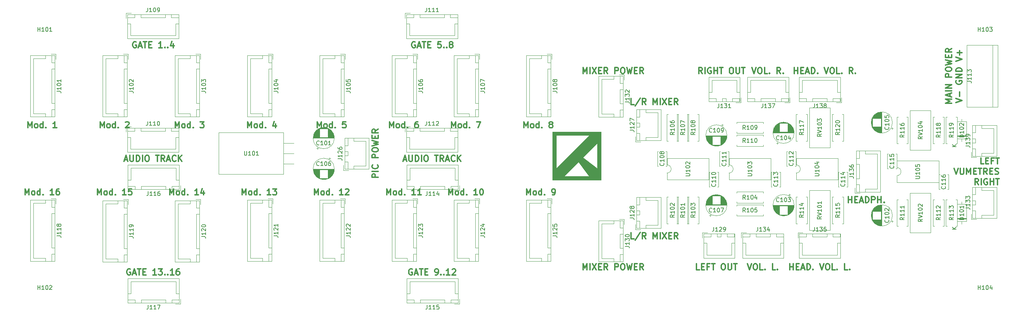
<source format=gbr>
G04 #@! TF.GenerationSoftware,KiCad,Pcbnew,(5.1.5)-3*
G04 #@! TF.CreationDate,2021-08-02T21:39:13+02:00*
G04 #@! TF.ProjectId,AnalogDrum_Backboard,416e616c-6f67-4447-9275-6d5f4261636b,rev?*
G04 #@! TF.SameCoordinates,Original*
G04 #@! TF.FileFunction,Legend,Top*
G04 #@! TF.FilePolarity,Positive*
%FSLAX46Y46*%
G04 Gerber Fmt 4.6, Leading zero omitted, Abs format (unit mm)*
G04 Created by KiCad (PCBNEW (5.1.5)-3) date 2021-08-02 21:39:13*
%MOMM*%
%LPD*%
G04 APERTURE LIST*
%ADD10C,0.300000*%
%ADD11C,0.100000*%
%ADD12C,0.120000*%
%ADD13C,0.150000*%
G04 APERTURE END LIST*
D10*
X15470714Y-91483571D02*
X15470714Y-89983571D01*
X15970714Y-91055000D01*
X16470714Y-89983571D01*
X16470714Y-91483571D01*
X17399285Y-91483571D02*
X17256428Y-91412142D01*
X17185000Y-91340714D01*
X17113571Y-91197857D01*
X17113571Y-90769285D01*
X17185000Y-90626428D01*
X17256428Y-90555000D01*
X17399285Y-90483571D01*
X17613571Y-90483571D01*
X17756428Y-90555000D01*
X17827857Y-90626428D01*
X17899285Y-90769285D01*
X17899285Y-91197857D01*
X17827857Y-91340714D01*
X17756428Y-91412142D01*
X17613571Y-91483571D01*
X17399285Y-91483571D01*
X19185000Y-91483571D02*
X19185000Y-89983571D01*
X19185000Y-91412142D02*
X19042142Y-91483571D01*
X18756428Y-91483571D01*
X18613571Y-91412142D01*
X18542142Y-91340714D01*
X18470714Y-91197857D01*
X18470714Y-90769285D01*
X18542142Y-90626428D01*
X18613571Y-90555000D01*
X18756428Y-90483571D01*
X19042142Y-90483571D01*
X19185000Y-90555000D01*
X19899285Y-91340714D02*
X19970714Y-91412142D01*
X19899285Y-91483571D01*
X19827857Y-91412142D01*
X19899285Y-91340714D01*
X19899285Y-91483571D01*
X22542142Y-91483571D02*
X21685000Y-91483571D01*
X22113571Y-91483571D02*
X22113571Y-89983571D01*
X21970714Y-90197857D01*
X21827857Y-90340714D01*
X21685000Y-90412142D01*
X23827857Y-89983571D02*
X23542142Y-89983571D01*
X23399285Y-90055000D01*
X23327857Y-90126428D01*
X23185000Y-90340714D01*
X23113571Y-90626428D01*
X23113571Y-91197857D01*
X23185000Y-91340714D01*
X23256428Y-91412142D01*
X23399285Y-91483571D01*
X23685000Y-91483571D01*
X23827857Y-91412142D01*
X23899285Y-91340714D01*
X23970714Y-91197857D01*
X23970714Y-90840714D01*
X23899285Y-90697857D01*
X23827857Y-90626428D01*
X23685000Y-90555000D01*
X23399285Y-90555000D01*
X23256428Y-90626428D01*
X23185000Y-90697857D01*
X23113571Y-90840714D01*
X33250714Y-91483571D02*
X33250714Y-89983571D01*
X33750714Y-91055000D01*
X34250714Y-89983571D01*
X34250714Y-91483571D01*
X35179285Y-91483571D02*
X35036428Y-91412142D01*
X34965000Y-91340714D01*
X34893571Y-91197857D01*
X34893571Y-90769285D01*
X34965000Y-90626428D01*
X35036428Y-90555000D01*
X35179285Y-90483571D01*
X35393571Y-90483571D01*
X35536428Y-90555000D01*
X35607857Y-90626428D01*
X35679285Y-90769285D01*
X35679285Y-91197857D01*
X35607857Y-91340714D01*
X35536428Y-91412142D01*
X35393571Y-91483571D01*
X35179285Y-91483571D01*
X36965000Y-91483571D02*
X36965000Y-89983571D01*
X36965000Y-91412142D02*
X36822142Y-91483571D01*
X36536428Y-91483571D01*
X36393571Y-91412142D01*
X36322142Y-91340714D01*
X36250714Y-91197857D01*
X36250714Y-90769285D01*
X36322142Y-90626428D01*
X36393571Y-90555000D01*
X36536428Y-90483571D01*
X36822142Y-90483571D01*
X36965000Y-90555000D01*
X37679285Y-91340714D02*
X37750714Y-91412142D01*
X37679285Y-91483571D01*
X37607857Y-91412142D01*
X37679285Y-91340714D01*
X37679285Y-91483571D01*
X40322142Y-91483571D02*
X39465000Y-91483571D01*
X39893571Y-91483571D02*
X39893571Y-89983571D01*
X39750714Y-90197857D01*
X39607857Y-90340714D01*
X39465000Y-90412142D01*
X41679285Y-89983571D02*
X40965000Y-89983571D01*
X40893571Y-90697857D01*
X40965000Y-90626428D01*
X41107857Y-90555000D01*
X41465000Y-90555000D01*
X41607857Y-90626428D01*
X41679285Y-90697857D01*
X41750714Y-90840714D01*
X41750714Y-91197857D01*
X41679285Y-91340714D01*
X41607857Y-91412142D01*
X41465000Y-91483571D01*
X41107857Y-91483571D01*
X40965000Y-91412142D01*
X40893571Y-91340714D01*
X51030714Y-91483571D02*
X51030714Y-89983571D01*
X51530714Y-91055000D01*
X52030714Y-89983571D01*
X52030714Y-91483571D01*
X52959285Y-91483571D02*
X52816428Y-91412142D01*
X52745000Y-91340714D01*
X52673571Y-91197857D01*
X52673571Y-90769285D01*
X52745000Y-90626428D01*
X52816428Y-90555000D01*
X52959285Y-90483571D01*
X53173571Y-90483571D01*
X53316428Y-90555000D01*
X53387857Y-90626428D01*
X53459285Y-90769285D01*
X53459285Y-91197857D01*
X53387857Y-91340714D01*
X53316428Y-91412142D01*
X53173571Y-91483571D01*
X52959285Y-91483571D01*
X54745000Y-91483571D02*
X54745000Y-89983571D01*
X54745000Y-91412142D02*
X54602142Y-91483571D01*
X54316428Y-91483571D01*
X54173571Y-91412142D01*
X54102142Y-91340714D01*
X54030714Y-91197857D01*
X54030714Y-90769285D01*
X54102142Y-90626428D01*
X54173571Y-90555000D01*
X54316428Y-90483571D01*
X54602142Y-90483571D01*
X54745000Y-90555000D01*
X55459285Y-91340714D02*
X55530714Y-91412142D01*
X55459285Y-91483571D01*
X55387857Y-91412142D01*
X55459285Y-91340714D01*
X55459285Y-91483571D01*
X58102142Y-91483571D02*
X57245000Y-91483571D01*
X57673571Y-91483571D02*
X57673571Y-89983571D01*
X57530714Y-90197857D01*
X57387857Y-90340714D01*
X57245000Y-90412142D01*
X59387857Y-90483571D02*
X59387857Y-91483571D01*
X59030714Y-89912142D02*
X58673571Y-90983571D01*
X59602142Y-90983571D01*
X68810714Y-91483571D02*
X68810714Y-89983571D01*
X69310714Y-91055000D01*
X69810714Y-89983571D01*
X69810714Y-91483571D01*
X70739285Y-91483571D02*
X70596428Y-91412142D01*
X70525000Y-91340714D01*
X70453571Y-91197857D01*
X70453571Y-90769285D01*
X70525000Y-90626428D01*
X70596428Y-90555000D01*
X70739285Y-90483571D01*
X70953571Y-90483571D01*
X71096428Y-90555000D01*
X71167857Y-90626428D01*
X71239285Y-90769285D01*
X71239285Y-91197857D01*
X71167857Y-91340714D01*
X71096428Y-91412142D01*
X70953571Y-91483571D01*
X70739285Y-91483571D01*
X72525000Y-91483571D02*
X72525000Y-89983571D01*
X72525000Y-91412142D02*
X72382142Y-91483571D01*
X72096428Y-91483571D01*
X71953571Y-91412142D01*
X71882142Y-91340714D01*
X71810714Y-91197857D01*
X71810714Y-90769285D01*
X71882142Y-90626428D01*
X71953571Y-90555000D01*
X72096428Y-90483571D01*
X72382142Y-90483571D01*
X72525000Y-90555000D01*
X73239285Y-91340714D02*
X73310714Y-91412142D01*
X73239285Y-91483571D01*
X73167857Y-91412142D01*
X73239285Y-91340714D01*
X73239285Y-91483571D01*
X75882142Y-91483571D02*
X75025000Y-91483571D01*
X75453571Y-91483571D02*
X75453571Y-89983571D01*
X75310714Y-90197857D01*
X75167857Y-90340714D01*
X75025000Y-90412142D01*
X76382142Y-89983571D02*
X77310714Y-89983571D01*
X76810714Y-90555000D01*
X77025000Y-90555000D01*
X77167857Y-90626428D01*
X77239285Y-90697857D01*
X77310714Y-90840714D01*
X77310714Y-91197857D01*
X77239285Y-91340714D01*
X77167857Y-91412142D01*
X77025000Y-91483571D01*
X76596428Y-91483571D01*
X76453571Y-91412142D01*
X76382142Y-91340714D01*
X86590714Y-91483571D02*
X86590714Y-89983571D01*
X87090714Y-91055000D01*
X87590714Y-89983571D01*
X87590714Y-91483571D01*
X88519285Y-91483571D02*
X88376428Y-91412142D01*
X88305000Y-91340714D01*
X88233571Y-91197857D01*
X88233571Y-90769285D01*
X88305000Y-90626428D01*
X88376428Y-90555000D01*
X88519285Y-90483571D01*
X88733571Y-90483571D01*
X88876428Y-90555000D01*
X88947857Y-90626428D01*
X89019285Y-90769285D01*
X89019285Y-91197857D01*
X88947857Y-91340714D01*
X88876428Y-91412142D01*
X88733571Y-91483571D01*
X88519285Y-91483571D01*
X90305000Y-91483571D02*
X90305000Y-89983571D01*
X90305000Y-91412142D02*
X90162142Y-91483571D01*
X89876428Y-91483571D01*
X89733571Y-91412142D01*
X89662142Y-91340714D01*
X89590714Y-91197857D01*
X89590714Y-90769285D01*
X89662142Y-90626428D01*
X89733571Y-90555000D01*
X89876428Y-90483571D01*
X90162142Y-90483571D01*
X90305000Y-90555000D01*
X91019285Y-91340714D02*
X91090714Y-91412142D01*
X91019285Y-91483571D01*
X90947857Y-91412142D01*
X91019285Y-91340714D01*
X91019285Y-91483571D01*
X93662142Y-91483571D02*
X92805000Y-91483571D01*
X93233571Y-91483571D02*
X93233571Y-89983571D01*
X93090714Y-90197857D01*
X92947857Y-90340714D01*
X92805000Y-90412142D01*
X94233571Y-90126428D02*
X94305000Y-90055000D01*
X94447857Y-89983571D01*
X94805000Y-89983571D01*
X94947857Y-90055000D01*
X95019285Y-90126428D01*
X95090714Y-90269285D01*
X95090714Y-90412142D01*
X95019285Y-90626428D01*
X94162142Y-91483571D01*
X95090714Y-91483571D01*
X104370714Y-91483571D02*
X104370714Y-89983571D01*
X104870714Y-91055000D01*
X105370714Y-89983571D01*
X105370714Y-91483571D01*
X106299285Y-91483571D02*
X106156428Y-91412142D01*
X106085000Y-91340714D01*
X106013571Y-91197857D01*
X106013571Y-90769285D01*
X106085000Y-90626428D01*
X106156428Y-90555000D01*
X106299285Y-90483571D01*
X106513571Y-90483571D01*
X106656428Y-90555000D01*
X106727857Y-90626428D01*
X106799285Y-90769285D01*
X106799285Y-91197857D01*
X106727857Y-91340714D01*
X106656428Y-91412142D01*
X106513571Y-91483571D01*
X106299285Y-91483571D01*
X108085000Y-91483571D02*
X108085000Y-89983571D01*
X108085000Y-91412142D02*
X107942142Y-91483571D01*
X107656428Y-91483571D01*
X107513571Y-91412142D01*
X107442142Y-91340714D01*
X107370714Y-91197857D01*
X107370714Y-90769285D01*
X107442142Y-90626428D01*
X107513571Y-90555000D01*
X107656428Y-90483571D01*
X107942142Y-90483571D01*
X108085000Y-90555000D01*
X108799285Y-91340714D02*
X108870714Y-91412142D01*
X108799285Y-91483571D01*
X108727857Y-91412142D01*
X108799285Y-91340714D01*
X108799285Y-91483571D01*
X111442142Y-91483571D02*
X110585000Y-91483571D01*
X111013571Y-91483571D02*
X111013571Y-89983571D01*
X110870714Y-90197857D01*
X110727857Y-90340714D01*
X110585000Y-90412142D01*
X112870714Y-91483571D02*
X112013571Y-91483571D01*
X112442142Y-91483571D02*
X112442142Y-89983571D01*
X112299285Y-90197857D01*
X112156428Y-90340714D01*
X112013571Y-90412142D01*
X119610714Y-91483571D02*
X119610714Y-89983571D01*
X120110714Y-91055000D01*
X120610714Y-89983571D01*
X120610714Y-91483571D01*
X121539285Y-91483571D02*
X121396428Y-91412142D01*
X121325000Y-91340714D01*
X121253571Y-91197857D01*
X121253571Y-90769285D01*
X121325000Y-90626428D01*
X121396428Y-90555000D01*
X121539285Y-90483571D01*
X121753571Y-90483571D01*
X121896428Y-90555000D01*
X121967857Y-90626428D01*
X122039285Y-90769285D01*
X122039285Y-91197857D01*
X121967857Y-91340714D01*
X121896428Y-91412142D01*
X121753571Y-91483571D01*
X121539285Y-91483571D01*
X123325000Y-91483571D02*
X123325000Y-89983571D01*
X123325000Y-91412142D02*
X123182142Y-91483571D01*
X122896428Y-91483571D01*
X122753571Y-91412142D01*
X122682142Y-91340714D01*
X122610714Y-91197857D01*
X122610714Y-90769285D01*
X122682142Y-90626428D01*
X122753571Y-90555000D01*
X122896428Y-90483571D01*
X123182142Y-90483571D01*
X123325000Y-90555000D01*
X124039285Y-91340714D02*
X124110714Y-91412142D01*
X124039285Y-91483571D01*
X123967857Y-91412142D01*
X124039285Y-91340714D01*
X124039285Y-91483571D01*
X126682142Y-91483571D02*
X125825000Y-91483571D01*
X126253571Y-91483571D02*
X126253571Y-89983571D01*
X126110714Y-90197857D01*
X125967857Y-90340714D01*
X125825000Y-90412142D01*
X127610714Y-89983571D02*
X127753571Y-89983571D01*
X127896428Y-90055000D01*
X127967857Y-90126428D01*
X128039285Y-90269285D01*
X128110714Y-90555000D01*
X128110714Y-90912142D01*
X128039285Y-91197857D01*
X127967857Y-91340714D01*
X127896428Y-91412142D01*
X127753571Y-91483571D01*
X127610714Y-91483571D01*
X127467857Y-91412142D01*
X127396428Y-91340714D01*
X127325000Y-91197857D01*
X127253571Y-90912142D01*
X127253571Y-90555000D01*
X127325000Y-90269285D01*
X127396428Y-90126428D01*
X127467857Y-90055000D01*
X127610714Y-89983571D01*
X138740000Y-91483571D02*
X138740000Y-89983571D01*
X139240000Y-91055000D01*
X139740000Y-89983571D01*
X139740000Y-91483571D01*
X140668571Y-91483571D02*
X140525714Y-91412142D01*
X140454285Y-91340714D01*
X140382857Y-91197857D01*
X140382857Y-90769285D01*
X140454285Y-90626428D01*
X140525714Y-90555000D01*
X140668571Y-90483571D01*
X140882857Y-90483571D01*
X141025714Y-90555000D01*
X141097142Y-90626428D01*
X141168571Y-90769285D01*
X141168571Y-91197857D01*
X141097142Y-91340714D01*
X141025714Y-91412142D01*
X140882857Y-91483571D01*
X140668571Y-91483571D01*
X142454285Y-91483571D02*
X142454285Y-89983571D01*
X142454285Y-91412142D02*
X142311428Y-91483571D01*
X142025714Y-91483571D01*
X141882857Y-91412142D01*
X141811428Y-91340714D01*
X141740000Y-91197857D01*
X141740000Y-90769285D01*
X141811428Y-90626428D01*
X141882857Y-90555000D01*
X142025714Y-90483571D01*
X142311428Y-90483571D01*
X142454285Y-90555000D01*
X143168571Y-91340714D02*
X143240000Y-91412142D01*
X143168571Y-91483571D01*
X143097142Y-91412142D01*
X143168571Y-91340714D01*
X143168571Y-91483571D01*
X145097142Y-91483571D02*
X145382857Y-91483571D01*
X145525714Y-91412142D01*
X145597142Y-91340714D01*
X145740000Y-91126428D01*
X145811428Y-90840714D01*
X145811428Y-90269285D01*
X145740000Y-90126428D01*
X145668571Y-90055000D01*
X145525714Y-89983571D01*
X145240000Y-89983571D01*
X145097142Y-90055000D01*
X145025714Y-90126428D01*
X144954285Y-90269285D01*
X144954285Y-90626428D01*
X145025714Y-90769285D01*
X145097142Y-90840714D01*
X145240000Y-90912142D01*
X145525714Y-90912142D01*
X145668571Y-90840714D01*
X145740000Y-90769285D01*
X145811428Y-90626428D01*
X138105000Y-74973571D02*
X138105000Y-73473571D01*
X138605000Y-74545000D01*
X139105000Y-73473571D01*
X139105000Y-74973571D01*
X140033571Y-74973571D02*
X139890714Y-74902142D01*
X139819285Y-74830714D01*
X139747857Y-74687857D01*
X139747857Y-74259285D01*
X139819285Y-74116428D01*
X139890714Y-74045000D01*
X140033571Y-73973571D01*
X140247857Y-73973571D01*
X140390714Y-74045000D01*
X140462142Y-74116428D01*
X140533571Y-74259285D01*
X140533571Y-74687857D01*
X140462142Y-74830714D01*
X140390714Y-74902142D01*
X140247857Y-74973571D01*
X140033571Y-74973571D01*
X141819285Y-74973571D02*
X141819285Y-73473571D01*
X141819285Y-74902142D02*
X141676428Y-74973571D01*
X141390714Y-74973571D01*
X141247857Y-74902142D01*
X141176428Y-74830714D01*
X141105000Y-74687857D01*
X141105000Y-74259285D01*
X141176428Y-74116428D01*
X141247857Y-74045000D01*
X141390714Y-73973571D01*
X141676428Y-73973571D01*
X141819285Y-74045000D01*
X142533571Y-74830714D02*
X142605000Y-74902142D01*
X142533571Y-74973571D01*
X142462142Y-74902142D01*
X142533571Y-74830714D01*
X142533571Y-74973571D01*
X144605000Y-74116428D02*
X144462142Y-74045000D01*
X144390714Y-73973571D01*
X144319285Y-73830714D01*
X144319285Y-73759285D01*
X144390714Y-73616428D01*
X144462142Y-73545000D01*
X144605000Y-73473571D01*
X144890714Y-73473571D01*
X145033571Y-73545000D01*
X145105000Y-73616428D01*
X145176428Y-73759285D01*
X145176428Y-73830714D01*
X145105000Y-73973571D01*
X145033571Y-74045000D01*
X144890714Y-74116428D01*
X144605000Y-74116428D01*
X144462142Y-74187857D01*
X144390714Y-74259285D01*
X144319285Y-74402142D01*
X144319285Y-74687857D01*
X144390714Y-74830714D01*
X144462142Y-74902142D01*
X144605000Y-74973571D01*
X144890714Y-74973571D01*
X145033571Y-74902142D01*
X145105000Y-74830714D01*
X145176428Y-74687857D01*
X145176428Y-74402142D01*
X145105000Y-74259285D01*
X145033571Y-74187857D01*
X144890714Y-74116428D01*
X120325000Y-74973571D02*
X120325000Y-73473571D01*
X120825000Y-74545000D01*
X121325000Y-73473571D01*
X121325000Y-74973571D01*
X122253571Y-74973571D02*
X122110714Y-74902142D01*
X122039285Y-74830714D01*
X121967857Y-74687857D01*
X121967857Y-74259285D01*
X122039285Y-74116428D01*
X122110714Y-74045000D01*
X122253571Y-73973571D01*
X122467857Y-73973571D01*
X122610714Y-74045000D01*
X122682142Y-74116428D01*
X122753571Y-74259285D01*
X122753571Y-74687857D01*
X122682142Y-74830714D01*
X122610714Y-74902142D01*
X122467857Y-74973571D01*
X122253571Y-74973571D01*
X124039285Y-74973571D02*
X124039285Y-73473571D01*
X124039285Y-74902142D02*
X123896428Y-74973571D01*
X123610714Y-74973571D01*
X123467857Y-74902142D01*
X123396428Y-74830714D01*
X123325000Y-74687857D01*
X123325000Y-74259285D01*
X123396428Y-74116428D01*
X123467857Y-74045000D01*
X123610714Y-73973571D01*
X123896428Y-73973571D01*
X124039285Y-74045000D01*
X124753571Y-74830714D02*
X124825000Y-74902142D01*
X124753571Y-74973571D01*
X124682142Y-74902142D01*
X124753571Y-74830714D01*
X124753571Y-74973571D01*
X126467857Y-73473571D02*
X127467857Y-73473571D01*
X126825000Y-74973571D01*
X105085000Y-74973571D02*
X105085000Y-73473571D01*
X105585000Y-74545000D01*
X106085000Y-73473571D01*
X106085000Y-74973571D01*
X107013571Y-74973571D02*
X106870714Y-74902142D01*
X106799285Y-74830714D01*
X106727857Y-74687857D01*
X106727857Y-74259285D01*
X106799285Y-74116428D01*
X106870714Y-74045000D01*
X107013571Y-73973571D01*
X107227857Y-73973571D01*
X107370714Y-74045000D01*
X107442142Y-74116428D01*
X107513571Y-74259285D01*
X107513571Y-74687857D01*
X107442142Y-74830714D01*
X107370714Y-74902142D01*
X107227857Y-74973571D01*
X107013571Y-74973571D01*
X108799285Y-74973571D02*
X108799285Y-73473571D01*
X108799285Y-74902142D02*
X108656428Y-74973571D01*
X108370714Y-74973571D01*
X108227857Y-74902142D01*
X108156428Y-74830714D01*
X108085000Y-74687857D01*
X108085000Y-74259285D01*
X108156428Y-74116428D01*
X108227857Y-74045000D01*
X108370714Y-73973571D01*
X108656428Y-73973571D01*
X108799285Y-74045000D01*
X109513571Y-74830714D02*
X109585000Y-74902142D01*
X109513571Y-74973571D01*
X109442142Y-74902142D01*
X109513571Y-74830714D01*
X109513571Y-74973571D01*
X112013571Y-73473571D02*
X111727857Y-73473571D01*
X111585000Y-73545000D01*
X111513571Y-73616428D01*
X111370714Y-73830714D01*
X111299285Y-74116428D01*
X111299285Y-74687857D01*
X111370714Y-74830714D01*
X111442142Y-74902142D01*
X111585000Y-74973571D01*
X111870714Y-74973571D01*
X112013571Y-74902142D01*
X112085000Y-74830714D01*
X112156428Y-74687857D01*
X112156428Y-74330714D01*
X112085000Y-74187857D01*
X112013571Y-74116428D01*
X111870714Y-74045000D01*
X111585000Y-74045000D01*
X111442142Y-74116428D01*
X111370714Y-74187857D01*
X111299285Y-74330714D01*
X87305000Y-74973571D02*
X87305000Y-73473571D01*
X87805000Y-74545000D01*
X88305000Y-73473571D01*
X88305000Y-74973571D01*
X89233571Y-74973571D02*
X89090714Y-74902142D01*
X89019285Y-74830714D01*
X88947857Y-74687857D01*
X88947857Y-74259285D01*
X89019285Y-74116428D01*
X89090714Y-74045000D01*
X89233571Y-73973571D01*
X89447857Y-73973571D01*
X89590714Y-74045000D01*
X89662142Y-74116428D01*
X89733571Y-74259285D01*
X89733571Y-74687857D01*
X89662142Y-74830714D01*
X89590714Y-74902142D01*
X89447857Y-74973571D01*
X89233571Y-74973571D01*
X91019285Y-74973571D02*
X91019285Y-73473571D01*
X91019285Y-74902142D02*
X90876428Y-74973571D01*
X90590714Y-74973571D01*
X90447857Y-74902142D01*
X90376428Y-74830714D01*
X90305000Y-74687857D01*
X90305000Y-74259285D01*
X90376428Y-74116428D01*
X90447857Y-74045000D01*
X90590714Y-73973571D01*
X90876428Y-73973571D01*
X91019285Y-74045000D01*
X91733571Y-74830714D02*
X91805000Y-74902142D01*
X91733571Y-74973571D01*
X91662142Y-74902142D01*
X91733571Y-74830714D01*
X91733571Y-74973571D01*
X94305000Y-73473571D02*
X93590714Y-73473571D01*
X93519285Y-74187857D01*
X93590714Y-74116428D01*
X93733571Y-74045000D01*
X94090714Y-74045000D01*
X94233571Y-74116428D01*
X94305000Y-74187857D01*
X94376428Y-74330714D01*
X94376428Y-74687857D01*
X94305000Y-74830714D01*
X94233571Y-74902142D01*
X94090714Y-74973571D01*
X93733571Y-74973571D01*
X93590714Y-74902142D01*
X93519285Y-74830714D01*
X70160000Y-74973571D02*
X70160000Y-73473571D01*
X70660000Y-74545000D01*
X71160000Y-73473571D01*
X71160000Y-74973571D01*
X72088571Y-74973571D02*
X71945714Y-74902142D01*
X71874285Y-74830714D01*
X71802857Y-74687857D01*
X71802857Y-74259285D01*
X71874285Y-74116428D01*
X71945714Y-74045000D01*
X72088571Y-73973571D01*
X72302857Y-73973571D01*
X72445714Y-74045000D01*
X72517142Y-74116428D01*
X72588571Y-74259285D01*
X72588571Y-74687857D01*
X72517142Y-74830714D01*
X72445714Y-74902142D01*
X72302857Y-74973571D01*
X72088571Y-74973571D01*
X73874285Y-74973571D02*
X73874285Y-73473571D01*
X73874285Y-74902142D02*
X73731428Y-74973571D01*
X73445714Y-74973571D01*
X73302857Y-74902142D01*
X73231428Y-74830714D01*
X73160000Y-74687857D01*
X73160000Y-74259285D01*
X73231428Y-74116428D01*
X73302857Y-74045000D01*
X73445714Y-73973571D01*
X73731428Y-73973571D01*
X73874285Y-74045000D01*
X74588571Y-74830714D02*
X74660000Y-74902142D01*
X74588571Y-74973571D01*
X74517142Y-74902142D01*
X74588571Y-74830714D01*
X74588571Y-74973571D01*
X77088571Y-73973571D02*
X77088571Y-74973571D01*
X76731428Y-73402142D02*
X76374285Y-74473571D01*
X77302857Y-74473571D01*
X52380000Y-74973571D02*
X52380000Y-73473571D01*
X52880000Y-74545000D01*
X53380000Y-73473571D01*
X53380000Y-74973571D01*
X54308571Y-74973571D02*
X54165714Y-74902142D01*
X54094285Y-74830714D01*
X54022857Y-74687857D01*
X54022857Y-74259285D01*
X54094285Y-74116428D01*
X54165714Y-74045000D01*
X54308571Y-73973571D01*
X54522857Y-73973571D01*
X54665714Y-74045000D01*
X54737142Y-74116428D01*
X54808571Y-74259285D01*
X54808571Y-74687857D01*
X54737142Y-74830714D01*
X54665714Y-74902142D01*
X54522857Y-74973571D01*
X54308571Y-74973571D01*
X56094285Y-74973571D02*
X56094285Y-73473571D01*
X56094285Y-74902142D02*
X55951428Y-74973571D01*
X55665714Y-74973571D01*
X55522857Y-74902142D01*
X55451428Y-74830714D01*
X55380000Y-74687857D01*
X55380000Y-74259285D01*
X55451428Y-74116428D01*
X55522857Y-74045000D01*
X55665714Y-73973571D01*
X55951428Y-73973571D01*
X56094285Y-74045000D01*
X56808571Y-74830714D02*
X56880000Y-74902142D01*
X56808571Y-74973571D01*
X56737142Y-74902142D01*
X56808571Y-74830714D01*
X56808571Y-74973571D01*
X58522857Y-73473571D02*
X59451428Y-73473571D01*
X58951428Y-74045000D01*
X59165714Y-74045000D01*
X59308571Y-74116428D01*
X59380000Y-74187857D01*
X59451428Y-74330714D01*
X59451428Y-74687857D01*
X59380000Y-74830714D01*
X59308571Y-74902142D01*
X59165714Y-74973571D01*
X58737142Y-74973571D01*
X58594285Y-74902142D01*
X58522857Y-74830714D01*
X33965000Y-74973571D02*
X33965000Y-73473571D01*
X34465000Y-74545000D01*
X34965000Y-73473571D01*
X34965000Y-74973571D01*
X35893571Y-74973571D02*
X35750714Y-74902142D01*
X35679285Y-74830714D01*
X35607857Y-74687857D01*
X35607857Y-74259285D01*
X35679285Y-74116428D01*
X35750714Y-74045000D01*
X35893571Y-73973571D01*
X36107857Y-73973571D01*
X36250714Y-74045000D01*
X36322142Y-74116428D01*
X36393571Y-74259285D01*
X36393571Y-74687857D01*
X36322142Y-74830714D01*
X36250714Y-74902142D01*
X36107857Y-74973571D01*
X35893571Y-74973571D01*
X37679285Y-74973571D02*
X37679285Y-73473571D01*
X37679285Y-74902142D02*
X37536428Y-74973571D01*
X37250714Y-74973571D01*
X37107857Y-74902142D01*
X37036428Y-74830714D01*
X36965000Y-74687857D01*
X36965000Y-74259285D01*
X37036428Y-74116428D01*
X37107857Y-74045000D01*
X37250714Y-73973571D01*
X37536428Y-73973571D01*
X37679285Y-74045000D01*
X38393571Y-74830714D02*
X38465000Y-74902142D01*
X38393571Y-74973571D01*
X38322142Y-74902142D01*
X38393571Y-74830714D01*
X38393571Y-74973571D01*
X40179285Y-73616428D02*
X40250714Y-73545000D01*
X40393571Y-73473571D01*
X40750714Y-73473571D01*
X40893571Y-73545000D01*
X40965000Y-73616428D01*
X41036428Y-73759285D01*
X41036428Y-73902142D01*
X40965000Y-74116428D01*
X40107857Y-74973571D01*
X41036428Y-74973571D01*
X16185000Y-74973571D02*
X16185000Y-73473571D01*
X16685000Y-74545000D01*
X17185000Y-73473571D01*
X17185000Y-74973571D01*
X18113571Y-74973571D02*
X17970714Y-74902142D01*
X17899285Y-74830714D01*
X17827857Y-74687857D01*
X17827857Y-74259285D01*
X17899285Y-74116428D01*
X17970714Y-74045000D01*
X18113571Y-73973571D01*
X18327857Y-73973571D01*
X18470714Y-74045000D01*
X18542142Y-74116428D01*
X18613571Y-74259285D01*
X18613571Y-74687857D01*
X18542142Y-74830714D01*
X18470714Y-74902142D01*
X18327857Y-74973571D01*
X18113571Y-74973571D01*
X19899285Y-74973571D02*
X19899285Y-73473571D01*
X19899285Y-74902142D02*
X19756428Y-74973571D01*
X19470714Y-74973571D01*
X19327857Y-74902142D01*
X19256428Y-74830714D01*
X19185000Y-74687857D01*
X19185000Y-74259285D01*
X19256428Y-74116428D01*
X19327857Y-74045000D01*
X19470714Y-73973571D01*
X19756428Y-73973571D01*
X19899285Y-74045000D01*
X20613571Y-74830714D02*
X20685000Y-74902142D01*
X20613571Y-74973571D01*
X20542142Y-74902142D01*
X20613571Y-74830714D01*
X20613571Y-74973571D01*
X23256428Y-74973571D02*
X22399285Y-74973571D01*
X22827857Y-74973571D02*
X22827857Y-73473571D01*
X22685000Y-73687857D01*
X22542142Y-73830714D01*
X22399285Y-73902142D01*
X244360000Y-63372857D02*
X244288571Y-63515714D01*
X244288571Y-63730000D01*
X244360000Y-63944285D01*
X244502857Y-64087142D01*
X244645714Y-64158571D01*
X244931428Y-64230000D01*
X245145714Y-64230000D01*
X245431428Y-64158571D01*
X245574285Y-64087142D01*
X245717142Y-63944285D01*
X245788571Y-63730000D01*
X245788571Y-63587142D01*
X245717142Y-63372857D01*
X245645714Y-63301428D01*
X245145714Y-63301428D01*
X245145714Y-63587142D01*
X245788571Y-62658571D02*
X244288571Y-62658571D01*
X245788571Y-61801428D01*
X244288571Y-61801428D01*
X245788571Y-61087142D02*
X244288571Y-61087142D01*
X244288571Y-60730000D01*
X244360000Y-60515714D01*
X244502857Y-60372857D01*
X244645714Y-60301428D01*
X244931428Y-60230000D01*
X245145714Y-60230000D01*
X245431428Y-60301428D01*
X245574285Y-60372857D01*
X245717142Y-60515714D01*
X245788571Y-60730000D01*
X245788571Y-61087142D01*
X244288571Y-58578571D02*
X245788571Y-58078571D01*
X244288571Y-57578571D01*
X245217142Y-57078571D02*
X245217142Y-55935714D01*
X245788571Y-56507142D02*
X244645714Y-56507142D01*
X244288571Y-68738571D02*
X245788571Y-68238571D01*
X244288571Y-67738571D01*
X245217142Y-67238571D02*
X245217142Y-66095714D01*
X243248571Y-68908571D02*
X241748571Y-68908571D01*
X242820000Y-68408571D01*
X241748571Y-67908571D01*
X243248571Y-67908571D01*
X242820000Y-67265714D02*
X242820000Y-66551428D01*
X243248571Y-67408571D02*
X241748571Y-66908571D01*
X243248571Y-66408571D01*
X243248571Y-65908571D02*
X241748571Y-65908571D01*
X243248571Y-65194285D02*
X241748571Y-65194285D01*
X243248571Y-64337142D01*
X241748571Y-64337142D01*
X243248571Y-62480000D02*
X241748571Y-62480000D01*
X241748571Y-61908571D01*
X241820000Y-61765714D01*
X241891428Y-61694285D01*
X242034285Y-61622857D01*
X242248571Y-61622857D01*
X242391428Y-61694285D01*
X242462857Y-61765714D01*
X242534285Y-61908571D01*
X242534285Y-62480000D01*
X241748571Y-60694285D02*
X241748571Y-60408571D01*
X241820000Y-60265714D01*
X241962857Y-60122857D01*
X242248571Y-60051428D01*
X242748571Y-60051428D01*
X243034285Y-60122857D01*
X243177142Y-60265714D01*
X243248571Y-60408571D01*
X243248571Y-60694285D01*
X243177142Y-60837142D01*
X243034285Y-60980000D01*
X242748571Y-61051428D01*
X242248571Y-61051428D01*
X241962857Y-60980000D01*
X241820000Y-60837142D01*
X241748571Y-60694285D01*
X241748571Y-59551428D02*
X243248571Y-59194285D01*
X242177142Y-58908571D01*
X243248571Y-58622857D01*
X241748571Y-58265714D01*
X242462857Y-57694285D02*
X242462857Y-57194285D01*
X243248571Y-56980000D02*
X243248571Y-57694285D01*
X241748571Y-57694285D01*
X241748571Y-56980000D01*
X243248571Y-55480000D02*
X242534285Y-55980000D01*
X243248571Y-56337142D02*
X241748571Y-56337142D01*
X241748571Y-55765714D01*
X241820000Y-55622857D01*
X241891428Y-55551428D01*
X242034285Y-55480000D01*
X242248571Y-55480000D01*
X242391428Y-55551428D01*
X242462857Y-55622857D01*
X242534285Y-55765714D01*
X242534285Y-56337142D01*
X204590000Y-61638571D02*
X204590000Y-60138571D01*
X204590000Y-60852857D02*
X205447142Y-60852857D01*
X205447142Y-61638571D02*
X205447142Y-60138571D01*
X206161428Y-60852857D02*
X206661428Y-60852857D01*
X206875714Y-61638571D02*
X206161428Y-61638571D01*
X206161428Y-60138571D01*
X206875714Y-60138571D01*
X207447142Y-61210000D02*
X208161428Y-61210000D01*
X207304285Y-61638571D02*
X207804285Y-60138571D01*
X208304285Y-61638571D01*
X208804285Y-61638571D02*
X208804285Y-60138571D01*
X209161428Y-60138571D01*
X209375714Y-60210000D01*
X209518571Y-60352857D01*
X209590000Y-60495714D01*
X209661428Y-60781428D01*
X209661428Y-60995714D01*
X209590000Y-61281428D01*
X209518571Y-61424285D01*
X209375714Y-61567142D01*
X209161428Y-61638571D01*
X208804285Y-61638571D01*
X210304285Y-61495714D02*
X210375714Y-61567142D01*
X210304285Y-61638571D01*
X210232857Y-61567142D01*
X210304285Y-61495714D01*
X210304285Y-61638571D01*
X211947142Y-60138571D02*
X212447142Y-61638571D01*
X212947142Y-60138571D01*
X213732857Y-60138571D02*
X214018571Y-60138571D01*
X214161428Y-60210000D01*
X214304285Y-60352857D01*
X214375714Y-60638571D01*
X214375714Y-61138571D01*
X214304285Y-61424285D01*
X214161428Y-61567142D01*
X214018571Y-61638571D01*
X213732857Y-61638571D01*
X213590000Y-61567142D01*
X213447142Y-61424285D01*
X213375714Y-61138571D01*
X213375714Y-60638571D01*
X213447142Y-60352857D01*
X213590000Y-60210000D01*
X213732857Y-60138571D01*
X215732857Y-61638571D02*
X215018571Y-61638571D01*
X215018571Y-60138571D01*
X216232857Y-61495714D02*
X216304285Y-61567142D01*
X216232857Y-61638571D01*
X216161428Y-61567142D01*
X216232857Y-61495714D01*
X216232857Y-61638571D01*
X218947142Y-61638571D02*
X218447142Y-60924285D01*
X218090000Y-61638571D02*
X218090000Y-60138571D01*
X218661428Y-60138571D01*
X218804285Y-60210000D01*
X218875714Y-60281428D01*
X218947142Y-60424285D01*
X218947142Y-60638571D01*
X218875714Y-60781428D01*
X218804285Y-60852857D01*
X218661428Y-60924285D01*
X218090000Y-60924285D01*
X219590000Y-61495714D02*
X219661428Y-61567142D01*
X219590000Y-61638571D01*
X219518571Y-61567142D01*
X219590000Y-61495714D01*
X219590000Y-61638571D01*
X203462857Y-109898571D02*
X203462857Y-108398571D01*
X203462857Y-109112857D02*
X204320000Y-109112857D01*
X204320000Y-109898571D02*
X204320000Y-108398571D01*
X205034285Y-109112857D02*
X205534285Y-109112857D01*
X205748571Y-109898571D02*
X205034285Y-109898571D01*
X205034285Y-108398571D01*
X205748571Y-108398571D01*
X206320000Y-109470000D02*
X207034285Y-109470000D01*
X206177142Y-109898571D02*
X206677142Y-108398571D01*
X207177142Y-109898571D01*
X207677142Y-109898571D02*
X207677142Y-108398571D01*
X208034285Y-108398571D01*
X208248571Y-108470000D01*
X208391428Y-108612857D01*
X208462857Y-108755714D01*
X208534285Y-109041428D01*
X208534285Y-109255714D01*
X208462857Y-109541428D01*
X208391428Y-109684285D01*
X208248571Y-109827142D01*
X208034285Y-109898571D01*
X207677142Y-109898571D01*
X209177142Y-109755714D02*
X209248571Y-109827142D01*
X209177142Y-109898571D01*
X209105714Y-109827142D01*
X209177142Y-109755714D01*
X209177142Y-109898571D01*
X210820000Y-108398571D02*
X211320000Y-109898571D01*
X211820000Y-108398571D01*
X212605714Y-108398571D02*
X212891428Y-108398571D01*
X213034285Y-108470000D01*
X213177142Y-108612857D01*
X213248571Y-108898571D01*
X213248571Y-109398571D01*
X213177142Y-109684285D01*
X213034285Y-109827142D01*
X212891428Y-109898571D01*
X212605714Y-109898571D01*
X212462857Y-109827142D01*
X212320000Y-109684285D01*
X212248571Y-109398571D01*
X212248571Y-108898571D01*
X212320000Y-108612857D01*
X212462857Y-108470000D01*
X212605714Y-108398571D01*
X214605714Y-109898571D02*
X213891428Y-109898571D01*
X213891428Y-108398571D01*
X215105714Y-109755714D02*
X215177142Y-109827142D01*
X215105714Y-109898571D01*
X215034285Y-109827142D01*
X215105714Y-109755714D01*
X215105714Y-109898571D01*
X217677142Y-109898571D02*
X216962857Y-109898571D01*
X216962857Y-108398571D01*
X218177142Y-109755714D02*
X218248571Y-109827142D01*
X218177142Y-109898571D01*
X218105714Y-109827142D01*
X218177142Y-109755714D01*
X218177142Y-109898571D01*
X251146428Y-83853571D02*
X250432142Y-83853571D01*
X250432142Y-82353571D01*
X251646428Y-83067857D02*
X252146428Y-83067857D01*
X252360714Y-83853571D02*
X251646428Y-83853571D01*
X251646428Y-82353571D01*
X252360714Y-82353571D01*
X253503571Y-83067857D02*
X253003571Y-83067857D01*
X253003571Y-83853571D02*
X253003571Y-82353571D01*
X253717857Y-82353571D01*
X254075000Y-82353571D02*
X254932142Y-82353571D01*
X254503571Y-83853571D02*
X254503571Y-82353571D01*
X243860714Y-84903571D02*
X244360714Y-86403571D01*
X244860714Y-84903571D01*
X245360714Y-84903571D02*
X245360714Y-86117857D01*
X245432142Y-86260714D01*
X245503571Y-86332142D01*
X245646428Y-86403571D01*
X245932142Y-86403571D01*
X246075000Y-86332142D01*
X246146428Y-86260714D01*
X246217857Y-86117857D01*
X246217857Y-84903571D01*
X246932142Y-86403571D02*
X246932142Y-84903571D01*
X247432142Y-85975000D01*
X247932142Y-84903571D01*
X247932142Y-86403571D01*
X248646428Y-85617857D02*
X249146428Y-85617857D01*
X249360714Y-86403571D02*
X248646428Y-86403571D01*
X248646428Y-84903571D01*
X249360714Y-84903571D01*
X249789285Y-84903571D02*
X250646428Y-84903571D01*
X250217857Y-86403571D02*
X250217857Y-84903571D01*
X252003571Y-86403571D02*
X251503571Y-85689285D01*
X251146428Y-86403571D02*
X251146428Y-84903571D01*
X251717857Y-84903571D01*
X251860714Y-84975000D01*
X251932142Y-85046428D01*
X252003571Y-85189285D01*
X252003571Y-85403571D01*
X251932142Y-85546428D01*
X251860714Y-85617857D01*
X251717857Y-85689285D01*
X251146428Y-85689285D01*
X252646428Y-85617857D02*
X253146428Y-85617857D01*
X253360714Y-86403571D02*
X252646428Y-86403571D01*
X252646428Y-84903571D01*
X253360714Y-84903571D01*
X253932142Y-86332142D02*
X254146428Y-86403571D01*
X254503571Y-86403571D01*
X254646428Y-86332142D01*
X254717857Y-86260714D01*
X254789285Y-86117857D01*
X254789285Y-85975000D01*
X254717857Y-85832142D01*
X254646428Y-85760714D01*
X254503571Y-85689285D01*
X254217857Y-85617857D01*
X254075000Y-85546428D01*
X254003571Y-85475000D01*
X253932142Y-85332142D01*
X253932142Y-85189285D01*
X254003571Y-85046428D01*
X254075000Y-84975000D01*
X254217857Y-84903571D01*
X254575000Y-84903571D01*
X254789285Y-84975000D01*
X249860714Y-88953571D02*
X249360714Y-88239285D01*
X249003571Y-88953571D02*
X249003571Y-87453571D01*
X249575000Y-87453571D01*
X249717857Y-87525000D01*
X249789285Y-87596428D01*
X249860714Y-87739285D01*
X249860714Y-87953571D01*
X249789285Y-88096428D01*
X249717857Y-88167857D01*
X249575000Y-88239285D01*
X249003571Y-88239285D01*
X250503571Y-88953571D02*
X250503571Y-87453571D01*
X252003571Y-87525000D02*
X251860714Y-87453571D01*
X251646428Y-87453571D01*
X251432142Y-87525000D01*
X251289285Y-87667857D01*
X251217857Y-87810714D01*
X251146428Y-88096428D01*
X251146428Y-88310714D01*
X251217857Y-88596428D01*
X251289285Y-88739285D01*
X251432142Y-88882142D01*
X251646428Y-88953571D01*
X251789285Y-88953571D01*
X252003571Y-88882142D01*
X252075000Y-88810714D01*
X252075000Y-88310714D01*
X251789285Y-88310714D01*
X252717857Y-88953571D02*
X252717857Y-87453571D01*
X252717857Y-88167857D02*
X253575000Y-88167857D01*
X253575000Y-88953571D02*
X253575000Y-87453571D01*
X254075000Y-87453571D02*
X254932142Y-87453571D01*
X254503571Y-88953571D02*
X254503571Y-87453571D01*
X217857142Y-93388571D02*
X217857142Y-91888571D01*
X217857142Y-92602857D02*
X218714285Y-92602857D01*
X218714285Y-93388571D02*
X218714285Y-91888571D01*
X219428571Y-92602857D02*
X219928571Y-92602857D01*
X220142857Y-93388571D02*
X219428571Y-93388571D01*
X219428571Y-91888571D01*
X220142857Y-91888571D01*
X220714285Y-92960000D02*
X221428571Y-92960000D01*
X220571428Y-93388571D02*
X221071428Y-91888571D01*
X221571428Y-93388571D01*
X222071428Y-93388571D02*
X222071428Y-91888571D01*
X222428571Y-91888571D01*
X222642857Y-91960000D01*
X222785714Y-92102857D01*
X222857142Y-92245714D01*
X222928571Y-92531428D01*
X222928571Y-92745714D01*
X222857142Y-93031428D01*
X222785714Y-93174285D01*
X222642857Y-93317142D01*
X222428571Y-93388571D01*
X222071428Y-93388571D01*
X223571428Y-93388571D02*
X223571428Y-91888571D01*
X224142857Y-91888571D01*
X224285714Y-91960000D01*
X224357142Y-92031428D01*
X224428571Y-92174285D01*
X224428571Y-92388571D01*
X224357142Y-92531428D01*
X224285714Y-92602857D01*
X224142857Y-92674285D01*
X223571428Y-92674285D01*
X225071428Y-93388571D02*
X225071428Y-91888571D01*
X225071428Y-92602857D02*
X225928571Y-92602857D01*
X225928571Y-93388571D02*
X225928571Y-91888571D01*
X226642857Y-93245714D02*
X226714285Y-93317142D01*
X226642857Y-93388571D01*
X226571428Y-93317142D01*
X226642857Y-93245714D01*
X226642857Y-93388571D01*
X193064285Y-108398571D02*
X193564285Y-109898571D01*
X194064285Y-108398571D01*
X194850000Y-108398571D02*
X195135714Y-108398571D01*
X195278571Y-108470000D01*
X195421428Y-108612857D01*
X195492857Y-108898571D01*
X195492857Y-109398571D01*
X195421428Y-109684285D01*
X195278571Y-109827142D01*
X195135714Y-109898571D01*
X194850000Y-109898571D01*
X194707142Y-109827142D01*
X194564285Y-109684285D01*
X194492857Y-109398571D01*
X194492857Y-108898571D01*
X194564285Y-108612857D01*
X194707142Y-108470000D01*
X194850000Y-108398571D01*
X196850000Y-109898571D02*
X196135714Y-109898571D01*
X196135714Y-108398571D01*
X197350000Y-109755714D02*
X197421428Y-109827142D01*
X197350000Y-109898571D01*
X197278571Y-109827142D01*
X197350000Y-109755714D01*
X197350000Y-109898571D01*
X199921428Y-109898571D02*
X199207142Y-109898571D01*
X199207142Y-108398571D01*
X200421428Y-109755714D02*
X200492857Y-109827142D01*
X200421428Y-109898571D01*
X200350000Y-109827142D01*
X200421428Y-109755714D01*
X200421428Y-109898571D01*
X181277142Y-109898571D02*
X180562857Y-109898571D01*
X180562857Y-108398571D01*
X181777142Y-109112857D02*
X182277142Y-109112857D01*
X182491428Y-109898571D02*
X181777142Y-109898571D01*
X181777142Y-108398571D01*
X182491428Y-108398571D01*
X183634285Y-109112857D02*
X183134285Y-109112857D01*
X183134285Y-109898571D02*
X183134285Y-108398571D01*
X183848571Y-108398571D01*
X184205714Y-108398571D02*
X185062857Y-108398571D01*
X184634285Y-109898571D02*
X184634285Y-108398571D01*
X186991428Y-108398571D02*
X187277142Y-108398571D01*
X187420000Y-108470000D01*
X187562857Y-108612857D01*
X187634285Y-108898571D01*
X187634285Y-109398571D01*
X187562857Y-109684285D01*
X187420000Y-109827142D01*
X187277142Y-109898571D01*
X186991428Y-109898571D01*
X186848571Y-109827142D01*
X186705714Y-109684285D01*
X186634285Y-109398571D01*
X186634285Y-108898571D01*
X186705714Y-108612857D01*
X186848571Y-108470000D01*
X186991428Y-108398571D01*
X188277142Y-108398571D02*
X188277142Y-109612857D01*
X188348571Y-109755714D01*
X188420000Y-109827142D01*
X188562857Y-109898571D01*
X188848571Y-109898571D01*
X188991428Y-109827142D01*
X189062857Y-109755714D01*
X189134285Y-109612857D01*
X189134285Y-108398571D01*
X189634285Y-108398571D02*
X190491428Y-108398571D01*
X190062857Y-109898571D02*
X190062857Y-108398571D01*
X194191428Y-60138571D02*
X194691428Y-61638571D01*
X195191428Y-60138571D01*
X195977142Y-60138571D02*
X196262857Y-60138571D01*
X196405714Y-60210000D01*
X196548571Y-60352857D01*
X196620000Y-60638571D01*
X196620000Y-61138571D01*
X196548571Y-61424285D01*
X196405714Y-61567142D01*
X196262857Y-61638571D01*
X195977142Y-61638571D01*
X195834285Y-61567142D01*
X195691428Y-61424285D01*
X195620000Y-61138571D01*
X195620000Y-60638571D01*
X195691428Y-60352857D01*
X195834285Y-60210000D01*
X195977142Y-60138571D01*
X197977142Y-61638571D02*
X197262857Y-61638571D01*
X197262857Y-60138571D01*
X198477142Y-61495714D02*
X198548571Y-61567142D01*
X198477142Y-61638571D01*
X198405714Y-61567142D01*
X198477142Y-61495714D01*
X198477142Y-61638571D01*
X201191428Y-61638571D02*
X200691428Y-60924285D01*
X200334285Y-61638571D02*
X200334285Y-60138571D01*
X200905714Y-60138571D01*
X201048571Y-60210000D01*
X201120000Y-60281428D01*
X201191428Y-60424285D01*
X201191428Y-60638571D01*
X201120000Y-60781428D01*
X201048571Y-60852857D01*
X200905714Y-60924285D01*
X200334285Y-60924285D01*
X201834285Y-61495714D02*
X201905714Y-61567142D01*
X201834285Y-61638571D01*
X201762857Y-61567142D01*
X201834285Y-61495714D01*
X201834285Y-61638571D01*
X181975714Y-61638571D02*
X181475714Y-60924285D01*
X181118571Y-61638571D02*
X181118571Y-60138571D01*
X181690000Y-60138571D01*
X181832857Y-60210000D01*
X181904285Y-60281428D01*
X181975714Y-60424285D01*
X181975714Y-60638571D01*
X181904285Y-60781428D01*
X181832857Y-60852857D01*
X181690000Y-60924285D01*
X181118571Y-60924285D01*
X182618571Y-61638571D02*
X182618571Y-60138571D01*
X184118571Y-60210000D02*
X183975714Y-60138571D01*
X183761428Y-60138571D01*
X183547142Y-60210000D01*
X183404285Y-60352857D01*
X183332857Y-60495714D01*
X183261428Y-60781428D01*
X183261428Y-60995714D01*
X183332857Y-61281428D01*
X183404285Y-61424285D01*
X183547142Y-61567142D01*
X183761428Y-61638571D01*
X183904285Y-61638571D01*
X184118571Y-61567142D01*
X184190000Y-61495714D01*
X184190000Y-60995714D01*
X183904285Y-60995714D01*
X184832857Y-61638571D02*
X184832857Y-60138571D01*
X184832857Y-60852857D02*
X185690000Y-60852857D01*
X185690000Y-61638571D02*
X185690000Y-60138571D01*
X186190000Y-60138571D02*
X187047142Y-60138571D01*
X186618571Y-61638571D02*
X186618571Y-60138571D01*
X188975714Y-60138571D02*
X189261428Y-60138571D01*
X189404285Y-60210000D01*
X189547142Y-60352857D01*
X189618571Y-60638571D01*
X189618571Y-61138571D01*
X189547142Y-61424285D01*
X189404285Y-61567142D01*
X189261428Y-61638571D01*
X188975714Y-61638571D01*
X188832857Y-61567142D01*
X188690000Y-61424285D01*
X188618571Y-61138571D01*
X188618571Y-60638571D01*
X188690000Y-60352857D01*
X188832857Y-60210000D01*
X188975714Y-60138571D01*
X190261428Y-60138571D02*
X190261428Y-61352857D01*
X190332857Y-61495714D01*
X190404285Y-61567142D01*
X190547142Y-61638571D01*
X190832857Y-61638571D01*
X190975714Y-61567142D01*
X191047142Y-61495714D01*
X191118571Y-61352857D01*
X191118571Y-60138571D01*
X191618571Y-60138571D02*
X192475714Y-60138571D01*
X192047142Y-61638571D02*
X192047142Y-60138571D01*
X165180000Y-102278571D02*
X164465714Y-102278571D01*
X164465714Y-100778571D01*
X166751428Y-100707142D02*
X165465714Y-102635714D01*
X168108571Y-102278571D02*
X167608571Y-101564285D01*
X167251428Y-102278571D02*
X167251428Y-100778571D01*
X167822857Y-100778571D01*
X167965714Y-100850000D01*
X168037142Y-100921428D01*
X168108571Y-101064285D01*
X168108571Y-101278571D01*
X168037142Y-101421428D01*
X167965714Y-101492857D01*
X167822857Y-101564285D01*
X167251428Y-101564285D01*
X169894285Y-102278571D02*
X169894285Y-100778571D01*
X170394285Y-101850000D01*
X170894285Y-100778571D01*
X170894285Y-102278571D01*
X171608571Y-102278571D02*
X171608571Y-100778571D01*
X172180000Y-100778571D02*
X173180000Y-102278571D01*
X173180000Y-100778571D02*
X172180000Y-102278571D01*
X173751428Y-101492857D02*
X174251428Y-101492857D01*
X174465714Y-102278571D02*
X173751428Y-102278571D01*
X173751428Y-100778571D01*
X174465714Y-100778571D01*
X175965714Y-102278571D02*
X175465714Y-101564285D01*
X175108571Y-102278571D02*
X175108571Y-100778571D01*
X175680000Y-100778571D01*
X175822857Y-100850000D01*
X175894285Y-100921428D01*
X175965714Y-101064285D01*
X175965714Y-101278571D01*
X175894285Y-101421428D01*
X175822857Y-101492857D01*
X175680000Y-101564285D01*
X175108571Y-101564285D01*
X165180000Y-69258571D02*
X164465714Y-69258571D01*
X164465714Y-67758571D01*
X166751428Y-67687142D02*
X165465714Y-69615714D01*
X168108571Y-69258571D02*
X167608571Y-68544285D01*
X167251428Y-69258571D02*
X167251428Y-67758571D01*
X167822857Y-67758571D01*
X167965714Y-67830000D01*
X168037142Y-67901428D01*
X168108571Y-68044285D01*
X168108571Y-68258571D01*
X168037142Y-68401428D01*
X167965714Y-68472857D01*
X167822857Y-68544285D01*
X167251428Y-68544285D01*
X169894285Y-69258571D02*
X169894285Y-67758571D01*
X170394285Y-68830000D01*
X170894285Y-67758571D01*
X170894285Y-69258571D01*
X171608571Y-69258571D02*
X171608571Y-67758571D01*
X172180000Y-67758571D02*
X173180000Y-69258571D01*
X173180000Y-67758571D02*
X172180000Y-69258571D01*
X173751428Y-68472857D02*
X174251428Y-68472857D01*
X174465714Y-69258571D02*
X173751428Y-69258571D01*
X173751428Y-67758571D01*
X174465714Y-67758571D01*
X175965714Y-69258571D02*
X175465714Y-68544285D01*
X175108571Y-69258571D02*
X175108571Y-67758571D01*
X175680000Y-67758571D01*
X175822857Y-67830000D01*
X175894285Y-67901428D01*
X175965714Y-68044285D01*
X175965714Y-68258571D01*
X175894285Y-68401428D01*
X175822857Y-68472857D01*
X175680000Y-68544285D01*
X175108571Y-68544285D01*
X152627142Y-109898571D02*
X152627142Y-108398571D01*
X153127142Y-109470000D01*
X153627142Y-108398571D01*
X153627142Y-109898571D01*
X154341428Y-109898571D02*
X154341428Y-108398571D01*
X154912857Y-108398571D02*
X155912857Y-109898571D01*
X155912857Y-108398571D02*
X154912857Y-109898571D01*
X156484285Y-109112857D02*
X156984285Y-109112857D01*
X157198571Y-109898571D02*
X156484285Y-109898571D01*
X156484285Y-108398571D01*
X157198571Y-108398571D01*
X158698571Y-109898571D02*
X158198571Y-109184285D01*
X157841428Y-109898571D02*
X157841428Y-108398571D01*
X158412857Y-108398571D01*
X158555714Y-108470000D01*
X158627142Y-108541428D01*
X158698571Y-108684285D01*
X158698571Y-108898571D01*
X158627142Y-109041428D01*
X158555714Y-109112857D01*
X158412857Y-109184285D01*
X157841428Y-109184285D01*
X160484285Y-109898571D02*
X160484285Y-108398571D01*
X161055714Y-108398571D01*
X161198571Y-108470000D01*
X161270000Y-108541428D01*
X161341428Y-108684285D01*
X161341428Y-108898571D01*
X161270000Y-109041428D01*
X161198571Y-109112857D01*
X161055714Y-109184285D01*
X160484285Y-109184285D01*
X162270000Y-108398571D02*
X162555714Y-108398571D01*
X162698571Y-108470000D01*
X162841428Y-108612857D01*
X162912857Y-108898571D01*
X162912857Y-109398571D01*
X162841428Y-109684285D01*
X162698571Y-109827142D01*
X162555714Y-109898571D01*
X162270000Y-109898571D01*
X162127142Y-109827142D01*
X161984285Y-109684285D01*
X161912857Y-109398571D01*
X161912857Y-108898571D01*
X161984285Y-108612857D01*
X162127142Y-108470000D01*
X162270000Y-108398571D01*
X163412857Y-108398571D02*
X163770000Y-109898571D01*
X164055714Y-108827142D01*
X164341428Y-109898571D01*
X164698571Y-108398571D01*
X165270000Y-109112857D02*
X165770000Y-109112857D01*
X165984285Y-109898571D02*
X165270000Y-109898571D01*
X165270000Y-108398571D01*
X165984285Y-108398571D01*
X167484285Y-109898571D02*
X166984285Y-109184285D01*
X166627142Y-109898571D02*
X166627142Y-108398571D01*
X167198571Y-108398571D01*
X167341428Y-108470000D01*
X167412857Y-108541428D01*
X167484285Y-108684285D01*
X167484285Y-108898571D01*
X167412857Y-109041428D01*
X167341428Y-109112857D01*
X167198571Y-109184285D01*
X166627142Y-109184285D01*
X152627142Y-61638571D02*
X152627142Y-60138571D01*
X153127142Y-61210000D01*
X153627142Y-60138571D01*
X153627142Y-61638571D01*
X154341428Y-61638571D02*
X154341428Y-60138571D01*
X154912857Y-60138571D02*
X155912857Y-61638571D01*
X155912857Y-60138571D02*
X154912857Y-61638571D01*
X156484285Y-60852857D02*
X156984285Y-60852857D01*
X157198571Y-61638571D02*
X156484285Y-61638571D01*
X156484285Y-60138571D01*
X157198571Y-60138571D01*
X158698571Y-61638571D02*
X158198571Y-60924285D01*
X157841428Y-61638571D02*
X157841428Y-60138571D01*
X158412857Y-60138571D01*
X158555714Y-60210000D01*
X158627142Y-60281428D01*
X158698571Y-60424285D01*
X158698571Y-60638571D01*
X158627142Y-60781428D01*
X158555714Y-60852857D01*
X158412857Y-60924285D01*
X157841428Y-60924285D01*
X160484285Y-61638571D02*
X160484285Y-60138571D01*
X161055714Y-60138571D01*
X161198571Y-60210000D01*
X161270000Y-60281428D01*
X161341428Y-60424285D01*
X161341428Y-60638571D01*
X161270000Y-60781428D01*
X161198571Y-60852857D01*
X161055714Y-60924285D01*
X160484285Y-60924285D01*
X162270000Y-60138571D02*
X162555714Y-60138571D01*
X162698571Y-60210000D01*
X162841428Y-60352857D01*
X162912857Y-60638571D01*
X162912857Y-61138571D01*
X162841428Y-61424285D01*
X162698571Y-61567142D01*
X162555714Y-61638571D01*
X162270000Y-61638571D01*
X162127142Y-61567142D01*
X161984285Y-61424285D01*
X161912857Y-61138571D01*
X161912857Y-60638571D01*
X161984285Y-60352857D01*
X162127142Y-60210000D01*
X162270000Y-60138571D01*
X163412857Y-60138571D02*
X163770000Y-61638571D01*
X164055714Y-60567142D01*
X164341428Y-61638571D01*
X164698571Y-60138571D01*
X165270000Y-60852857D02*
X165770000Y-60852857D01*
X165984285Y-61638571D02*
X165270000Y-61638571D01*
X165270000Y-60138571D01*
X165984285Y-60138571D01*
X167484285Y-61638571D02*
X166984285Y-60924285D01*
X166627142Y-61638571D02*
X166627142Y-60138571D01*
X167198571Y-60138571D01*
X167341428Y-60210000D01*
X167412857Y-60281428D01*
X167484285Y-60424285D01*
X167484285Y-60638571D01*
X167412857Y-60781428D01*
X167341428Y-60852857D01*
X167198571Y-60924285D01*
X166627142Y-60924285D01*
X41347142Y-109740000D02*
X41204285Y-109668571D01*
X40990000Y-109668571D01*
X40775714Y-109740000D01*
X40632857Y-109882857D01*
X40561428Y-110025714D01*
X40490000Y-110311428D01*
X40490000Y-110525714D01*
X40561428Y-110811428D01*
X40632857Y-110954285D01*
X40775714Y-111097142D01*
X40990000Y-111168571D01*
X41132857Y-111168571D01*
X41347142Y-111097142D01*
X41418571Y-111025714D01*
X41418571Y-110525714D01*
X41132857Y-110525714D01*
X41990000Y-110740000D02*
X42704285Y-110740000D01*
X41847142Y-111168571D02*
X42347142Y-109668571D01*
X42847142Y-111168571D01*
X43132857Y-109668571D02*
X43990000Y-109668571D01*
X43561428Y-111168571D02*
X43561428Y-109668571D01*
X44490000Y-110382857D02*
X44990000Y-110382857D01*
X45204285Y-111168571D02*
X44490000Y-111168571D01*
X44490000Y-109668571D01*
X45204285Y-109668571D01*
X47775714Y-111168571D02*
X46918571Y-111168571D01*
X47347142Y-111168571D02*
X47347142Y-109668571D01*
X47204285Y-109882857D01*
X47061428Y-110025714D01*
X46918571Y-110097142D01*
X48275714Y-109668571D02*
X49204285Y-109668571D01*
X48704285Y-110240000D01*
X48918571Y-110240000D01*
X49061428Y-110311428D01*
X49132857Y-110382857D01*
X49204285Y-110525714D01*
X49204285Y-110882857D01*
X49132857Y-111025714D01*
X49061428Y-111097142D01*
X48918571Y-111168571D01*
X48490000Y-111168571D01*
X48347142Y-111097142D01*
X48275714Y-111025714D01*
X49847142Y-111025714D02*
X49918571Y-111097142D01*
X49847142Y-111168571D01*
X49775714Y-111097142D01*
X49847142Y-111025714D01*
X49847142Y-111168571D01*
X50561428Y-111025714D02*
X50632857Y-111097142D01*
X50561428Y-111168571D01*
X50490000Y-111097142D01*
X50561428Y-111025714D01*
X50561428Y-111168571D01*
X52061428Y-111168571D02*
X51204285Y-111168571D01*
X51632857Y-111168571D02*
X51632857Y-109668571D01*
X51490000Y-109882857D01*
X51347142Y-110025714D01*
X51204285Y-110097142D01*
X53347142Y-109668571D02*
X53061428Y-109668571D01*
X52918571Y-109740000D01*
X52847142Y-109811428D01*
X52704285Y-110025714D01*
X52632857Y-110311428D01*
X52632857Y-110882857D01*
X52704285Y-111025714D01*
X52775714Y-111097142D01*
X52918571Y-111168571D01*
X53204285Y-111168571D01*
X53347142Y-111097142D01*
X53418571Y-111025714D01*
X53490000Y-110882857D01*
X53490000Y-110525714D01*
X53418571Y-110382857D01*
X53347142Y-110311428D01*
X53204285Y-110240000D01*
X52918571Y-110240000D01*
X52775714Y-110311428D01*
X52704285Y-110382857D01*
X52632857Y-110525714D01*
X110641428Y-109740000D02*
X110498571Y-109668571D01*
X110284285Y-109668571D01*
X110070000Y-109740000D01*
X109927142Y-109882857D01*
X109855714Y-110025714D01*
X109784285Y-110311428D01*
X109784285Y-110525714D01*
X109855714Y-110811428D01*
X109927142Y-110954285D01*
X110070000Y-111097142D01*
X110284285Y-111168571D01*
X110427142Y-111168571D01*
X110641428Y-111097142D01*
X110712857Y-111025714D01*
X110712857Y-110525714D01*
X110427142Y-110525714D01*
X111284285Y-110740000D02*
X111998571Y-110740000D01*
X111141428Y-111168571D02*
X111641428Y-109668571D01*
X112141428Y-111168571D01*
X112427142Y-109668571D02*
X113284285Y-109668571D01*
X112855714Y-111168571D02*
X112855714Y-109668571D01*
X113784285Y-110382857D02*
X114284285Y-110382857D01*
X114498571Y-111168571D02*
X113784285Y-111168571D01*
X113784285Y-109668571D01*
X114498571Y-109668571D01*
X116355714Y-111168571D02*
X116641428Y-111168571D01*
X116784285Y-111097142D01*
X116855714Y-111025714D01*
X116998571Y-110811428D01*
X117070000Y-110525714D01*
X117070000Y-109954285D01*
X116998571Y-109811428D01*
X116927142Y-109740000D01*
X116784285Y-109668571D01*
X116498571Y-109668571D01*
X116355714Y-109740000D01*
X116284285Y-109811428D01*
X116212857Y-109954285D01*
X116212857Y-110311428D01*
X116284285Y-110454285D01*
X116355714Y-110525714D01*
X116498571Y-110597142D01*
X116784285Y-110597142D01*
X116927142Y-110525714D01*
X116998571Y-110454285D01*
X117070000Y-110311428D01*
X117712857Y-111025714D02*
X117784285Y-111097142D01*
X117712857Y-111168571D01*
X117641428Y-111097142D01*
X117712857Y-111025714D01*
X117712857Y-111168571D01*
X118427142Y-111025714D02*
X118498571Y-111097142D01*
X118427142Y-111168571D01*
X118355714Y-111097142D01*
X118427142Y-111025714D01*
X118427142Y-111168571D01*
X119927142Y-111168571D02*
X119070000Y-111168571D01*
X119498571Y-111168571D02*
X119498571Y-109668571D01*
X119355714Y-109882857D01*
X119212857Y-110025714D01*
X119070000Y-110097142D01*
X120498571Y-109811428D02*
X120570000Y-109740000D01*
X120712857Y-109668571D01*
X121070000Y-109668571D01*
X121212857Y-109740000D01*
X121284285Y-109811428D01*
X121355714Y-109954285D01*
X121355714Y-110097142D01*
X121284285Y-110311428D01*
X120427142Y-111168571D01*
X121355714Y-111168571D01*
X111355714Y-53860000D02*
X111212857Y-53788571D01*
X110998571Y-53788571D01*
X110784285Y-53860000D01*
X110641428Y-54002857D01*
X110570000Y-54145714D01*
X110498571Y-54431428D01*
X110498571Y-54645714D01*
X110570000Y-54931428D01*
X110641428Y-55074285D01*
X110784285Y-55217142D01*
X110998571Y-55288571D01*
X111141428Y-55288571D01*
X111355714Y-55217142D01*
X111427142Y-55145714D01*
X111427142Y-54645714D01*
X111141428Y-54645714D01*
X111998571Y-54860000D02*
X112712857Y-54860000D01*
X111855714Y-55288571D02*
X112355714Y-53788571D01*
X112855714Y-55288571D01*
X113141428Y-53788571D02*
X113998571Y-53788571D01*
X113570000Y-55288571D02*
X113570000Y-53788571D01*
X114498571Y-54502857D02*
X114998571Y-54502857D01*
X115212857Y-55288571D02*
X114498571Y-55288571D01*
X114498571Y-53788571D01*
X115212857Y-53788571D01*
X117712857Y-53788571D02*
X116998571Y-53788571D01*
X116927142Y-54502857D01*
X116998571Y-54431428D01*
X117141428Y-54360000D01*
X117498571Y-54360000D01*
X117641428Y-54431428D01*
X117712857Y-54502857D01*
X117784285Y-54645714D01*
X117784285Y-55002857D01*
X117712857Y-55145714D01*
X117641428Y-55217142D01*
X117498571Y-55288571D01*
X117141428Y-55288571D01*
X116998571Y-55217142D01*
X116927142Y-55145714D01*
X118427142Y-55145714D02*
X118498571Y-55217142D01*
X118427142Y-55288571D01*
X118355714Y-55217142D01*
X118427142Y-55145714D01*
X118427142Y-55288571D01*
X119141428Y-55145714D02*
X119212857Y-55217142D01*
X119141428Y-55288571D01*
X119070000Y-55217142D01*
X119141428Y-55145714D01*
X119141428Y-55288571D01*
X120070000Y-54431428D02*
X119927142Y-54360000D01*
X119855714Y-54288571D01*
X119784285Y-54145714D01*
X119784285Y-54074285D01*
X119855714Y-53931428D01*
X119927142Y-53860000D01*
X120070000Y-53788571D01*
X120355714Y-53788571D01*
X120498571Y-53860000D01*
X120570000Y-53931428D01*
X120641428Y-54074285D01*
X120641428Y-54145714D01*
X120570000Y-54288571D01*
X120498571Y-54360000D01*
X120355714Y-54431428D01*
X120070000Y-54431428D01*
X119927142Y-54502857D01*
X119855714Y-54574285D01*
X119784285Y-54717142D01*
X119784285Y-55002857D01*
X119855714Y-55145714D01*
X119927142Y-55217142D01*
X120070000Y-55288571D01*
X120355714Y-55288571D01*
X120498571Y-55217142D01*
X120570000Y-55145714D01*
X120641428Y-55002857D01*
X120641428Y-54717142D01*
X120570000Y-54574285D01*
X120498571Y-54502857D01*
X120355714Y-54431428D01*
X42775714Y-53860000D02*
X42632857Y-53788571D01*
X42418571Y-53788571D01*
X42204285Y-53860000D01*
X42061428Y-54002857D01*
X41990000Y-54145714D01*
X41918571Y-54431428D01*
X41918571Y-54645714D01*
X41990000Y-54931428D01*
X42061428Y-55074285D01*
X42204285Y-55217142D01*
X42418571Y-55288571D01*
X42561428Y-55288571D01*
X42775714Y-55217142D01*
X42847142Y-55145714D01*
X42847142Y-54645714D01*
X42561428Y-54645714D01*
X43418571Y-54860000D02*
X44132857Y-54860000D01*
X43275714Y-55288571D02*
X43775714Y-53788571D01*
X44275714Y-55288571D01*
X44561428Y-53788571D02*
X45418571Y-53788571D01*
X44990000Y-55288571D02*
X44990000Y-53788571D01*
X45918571Y-54502857D02*
X46418571Y-54502857D01*
X46632857Y-55288571D02*
X45918571Y-55288571D01*
X45918571Y-53788571D01*
X46632857Y-53788571D01*
X49204285Y-55288571D02*
X48347142Y-55288571D01*
X48775714Y-55288571D02*
X48775714Y-53788571D01*
X48632857Y-54002857D01*
X48490000Y-54145714D01*
X48347142Y-54217142D01*
X49847142Y-55145714D02*
X49918571Y-55217142D01*
X49847142Y-55288571D01*
X49775714Y-55217142D01*
X49847142Y-55145714D01*
X49847142Y-55288571D01*
X50561428Y-55145714D02*
X50632857Y-55217142D01*
X50561428Y-55288571D01*
X50490000Y-55217142D01*
X50561428Y-55145714D01*
X50561428Y-55288571D01*
X51918571Y-54288571D02*
X51918571Y-55288571D01*
X51561428Y-53717142D02*
X51204285Y-54788571D01*
X52132857Y-54788571D01*
X102278571Y-87172857D02*
X100778571Y-87172857D01*
X100778571Y-86601428D01*
X100850000Y-86458571D01*
X100921428Y-86387142D01*
X101064285Y-86315714D01*
X101278571Y-86315714D01*
X101421428Y-86387142D01*
X101492857Y-86458571D01*
X101564285Y-86601428D01*
X101564285Y-87172857D01*
X102278571Y-85672857D02*
X100778571Y-85672857D01*
X102135714Y-84101428D02*
X102207142Y-84172857D01*
X102278571Y-84387142D01*
X102278571Y-84530000D01*
X102207142Y-84744285D01*
X102064285Y-84887142D01*
X101921428Y-84958571D01*
X101635714Y-85030000D01*
X101421428Y-85030000D01*
X101135714Y-84958571D01*
X100992857Y-84887142D01*
X100850000Y-84744285D01*
X100778571Y-84530000D01*
X100778571Y-84387142D01*
X100850000Y-84172857D01*
X100921428Y-84101428D01*
X102278571Y-82315714D02*
X100778571Y-82315714D01*
X100778571Y-81744285D01*
X100850000Y-81601428D01*
X100921428Y-81530000D01*
X101064285Y-81458571D01*
X101278571Y-81458571D01*
X101421428Y-81530000D01*
X101492857Y-81601428D01*
X101564285Y-81744285D01*
X101564285Y-82315714D01*
X100778571Y-80530000D02*
X100778571Y-80244285D01*
X100850000Y-80101428D01*
X100992857Y-79958571D01*
X101278571Y-79887142D01*
X101778571Y-79887142D01*
X102064285Y-79958571D01*
X102207142Y-80101428D01*
X102278571Y-80244285D01*
X102278571Y-80530000D01*
X102207142Y-80672857D01*
X102064285Y-80815714D01*
X101778571Y-80887142D01*
X101278571Y-80887142D01*
X100992857Y-80815714D01*
X100850000Y-80672857D01*
X100778571Y-80530000D01*
X100778571Y-79387142D02*
X102278571Y-79030000D01*
X101207142Y-78744285D01*
X102278571Y-78458571D01*
X100778571Y-78101428D01*
X101492857Y-77530000D02*
X101492857Y-77030000D01*
X102278571Y-76815714D02*
X102278571Y-77530000D01*
X100778571Y-77530000D01*
X100778571Y-76815714D01*
X102278571Y-75315714D02*
X101564285Y-75815714D01*
X102278571Y-76172857D02*
X100778571Y-76172857D01*
X100778571Y-75601428D01*
X100850000Y-75458571D01*
X100921428Y-75387142D01*
X101064285Y-75315714D01*
X101278571Y-75315714D01*
X101421428Y-75387142D01*
X101492857Y-75458571D01*
X101564285Y-75601428D01*
X101564285Y-76172857D01*
X108498571Y-82800000D02*
X109212857Y-82800000D01*
X108355714Y-83228571D02*
X108855714Y-81728571D01*
X109355714Y-83228571D01*
X109855714Y-81728571D02*
X109855714Y-82942857D01*
X109927142Y-83085714D01*
X109998571Y-83157142D01*
X110141428Y-83228571D01*
X110427142Y-83228571D01*
X110570000Y-83157142D01*
X110641428Y-83085714D01*
X110712857Y-82942857D01*
X110712857Y-81728571D01*
X111427142Y-83228571D02*
X111427142Y-81728571D01*
X111784285Y-81728571D01*
X111998571Y-81800000D01*
X112141428Y-81942857D01*
X112212857Y-82085714D01*
X112284285Y-82371428D01*
X112284285Y-82585714D01*
X112212857Y-82871428D01*
X112141428Y-83014285D01*
X111998571Y-83157142D01*
X111784285Y-83228571D01*
X111427142Y-83228571D01*
X112927142Y-83228571D02*
X112927142Y-81728571D01*
X113927142Y-81728571D02*
X114212857Y-81728571D01*
X114355714Y-81800000D01*
X114498571Y-81942857D01*
X114570000Y-82228571D01*
X114570000Y-82728571D01*
X114498571Y-83014285D01*
X114355714Y-83157142D01*
X114212857Y-83228571D01*
X113927142Y-83228571D01*
X113784285Y-83157142D01*
X113641428Y-83014285D01*
X113570000Y-82728571D01*
X113570000Y-82228571D01*
X113641428Y-81942857D01*
X113784285Y-81800000D01*
X113927142Y-81728571D01*
X116141428Y-81728571D02*
X116998571Y-81728571D01*
X116570000Y-83228571D02*
X116570000Y-81728571D01*
X118355714Y-83228571D02*
X117855714Y-82514285D01*
X117498571Y-83228571D02*
X117498571Y-81728571D01*
X118070000Y-81728571D01*
X118212857Y-81800000D01*
X118284285Y-81871428D01*
X118355714Y-82014285D01*
X118355714Y-82228571D01*
X118284285Y-82371428D01*
X118212857Y-82442857D01*
X118070000Y-82514285D01*
X117498571Y-82514285D01*
X118927142Y-82800000D02*
X119641428Y-82800000D01*
X118784285Y-83228571D02*
X119284285Y-81728571D01*
X119784285Y-83228571D01*
X121141428Y-83085714D02*
X121070000Y-83157142D01*
X120855714Y-83228571D01*
X120712857Y-83228571D01*
X120498571Y-83157142D01*
X120355714Y-83014285D01*
X120284285Y-82871428D01*
X120212857Y-82585714D01*
X120212857Y-82371428D01*
X120284285Y-82085714D01*
X120355714Y-81942857D01*
X120498571Y-81800000D01*
X120712857Y-81728571D01*
X120855714Y-81728571D01*
X121070000Y-81800000D01*
X121141428Y-81871428D01*
X121784285Y-83228571D02*
X121784285Y-81728571D01*
X122641428Y-83228571D02*
X121998571Y-82371428D01*
X122641428Y-81728571D02*
X121784285Y-82585714D01*
X39918571Y-82800000D02*
X40632857Y-82800000D01*
X39775714Y-83228571D02*
X40275714Y-81728571D01*
X40775714Y-83228571D01*
X41275714Y-81728571D02*
X41275714Y-82942857D01*
X41347142Y-83085714D01*
X41418571Y-83157142D01*
X41561428Y-83228571D01*
X41847142Y-83228571D01*
X41990000Y-83157142D01*
X42061428Y-83085714D01*
X42132857Y-82942857D01*
X42132857Y-81728571D01*
X42847142Y-83228571D02*
X42847142Y-81728571D01*
X43204285Y-81728571D01*
X43418571Y-81800000D01*
X43561428Y-81942857D01*
X43632857Y-82085714D01*
X43704285Y-82371428D01*
X43704285Y-82585714D01*
X43632857Y-82871428D01*
X43561428Y-83014285D01*
X43418571Y-83157142D01*
X43204285Y-83228571D01*
X42847142Y-83228571D01*
X44347142Y-83228571D02*
X44347142Y-81728571D01*
X45347142Y-81728571D02*
X45632857Y-81728571D01*
X45775714Y-81800000D01*
X45918571Y-81942857D01*
X45990000Y-82228571D01*
X45990000Y-82728571D01*
X45918571Y-83014285D01*
X45775714Y-83157142D01*
X45632857Y-83228571D01*
X45347142Y-83228571D01*
X45204285Y-83157142D01*
X45061428Y-83014285D01*
X44990000Y-82728571D01*
X44990000Y-82228571D01*
X45061428Y-81942857D01*
X45204285Y-81800000D01*
X45347142Y-81728571D01*
X47561428Y-81728571D02*
X48418571Y-81728571D01*
X47990000Y-83228571D02*
X47990000Y-81728571D01*
X49775714Y-83228571D02*
X49275714Y-82514285D01*
X48918571Y-83228571D02*
X48918571Y-81728571D01*
X49490000Y-81728571D01*
X49632857Y-81800000D01*
X49704285Y-81871428D01*
X49775714Y-82014285D01*
X49775714Y-82228571D01*
X49704285Y-82371428D01*
X49632857Y-82442857D01*
X49490000Y-82514285D01*
X48918571Y-82514285D01*
X50347142Y-82800000D02*
X51061428Y-82800000D01*
X50204285Y-83228571D02*
X50704285Y-81728571D01*
X51204285Y-83228571D01*
X52561428Y-83085714D02*
X52490000Y-83157142D01*
X52275714Y-83228571D01*
X52132857Y-83228571D01*
X51918571Y-83157142D01*
X51775714Y-83014285D01*
X51704285Y-82871428D01*
X51632857Y-82585714D01*
X51632857Y-82371428D01*
X51704285Y-82085714D01*
X51775714Y-81942857D01*
X51918571Y-81800000D01*
X52132857Y-81728571D01*
X52275714Y-81728571D01*
X52490000Y-81800000D01*
X52561428Y-81871428D01*
X53204285Y-83228571D02*
X53204285Y-81728571D01*
X54061428Y-83228571D02*
X53418571Y-82371428D01*
X54061428Y-81728571D02*
X53204285Y-82585714D01*
D11*
G36*
X156130000Y-84915000D02*
G01*
X156130000Y-86915000D01*
X154130000Y-86915000D01*
X151130000Y-82915000D01*
X152130000Y-81915000D01*
X156130000Y-84915000D01*
G37*
G36*
X156130000Y-78915000D02*
G01*
X148130000Y-86915000D01*
X146130000Y-86915000D01*
X146130000Y-84915000D01*
X154130000Y-76915000D01*
X156130000Y-76915000D01*
X156130000Y-78915000D01*
G37*
G36*
X157130000Y-87915000D02*
G01*
X156130000Y-86915000D01*
X156130000Y-76915000D01*
X157130000Y-75915000D01*
X157130000Y-87915000D01*
G37*
G36*
X156130000Y-76915000D02*
G01*
X146130000Y-76915000D01*
X145130000Y-75915000D01*
X157130000Y-75915000D01*
X156130000Y-76915000D01*
G37*
G36*
X157130000Y-87915000D02*
G01*
X145130000Y-87915000D01*
X146130000Y-86915000D01*
X156130000Y-86915000D01*
X157130000Y-87915000D01*
G37*
G36*
X146130000Y-76915000D02*
G01*
X146130000Y-86915000D01*
X145130000Y-87915000D01*
X145130000Y-75915000D01*
X146130000Y-76915000D01*
G37*
D12*
X233055000Y-70680000D02*
X238125000Y-70680000D01*
X233055000Y-80450000D02*
X238125000Y-80450000D01*
X238125000Y-80450000D02*
X238125000Y-70680000D01*
X233055000Y-80450000D02*
X233055000Y-70680000D01*
X208290000Y-70045000D02*
X213360000Y-70045000D01*
X208290000Y-79815000D02*
X213360000Y-79815000D01*
X213360000Y-79815000D02*
X213360000Y-70045000D01*
X208290000Y-79815000D02*
X208290000Y-70045000D01*
X233055000Y-91000000D02*
X238125000Y-91000000D01*
X233055000Y-100770000D02*
X238125000Y-100770000D01*
X238125000Y-100770000D02*
X238125000Y-91000000D01*
X233055000Y-100770000D02*
X233055000Y-91000000D01*
X208290000Y-90365000D02*
X213360000Y-90365000D01*
X208290000Y-100135000D02*
X213360000Y-100135000D01*
X213360000Y-100135000D02*
X213360000Y-90365000D01*
X208290000Y-100135000D02*
X208290000Y-90365000D01*
X254635000Y-69850000D02*
X254635000Y-54610000D01*
X247015000Y-69850000D02*
X247015000Y-54610000D01*
X253365000Y-69850000D02*
X253365000Y-54610000D01*
X254635000Y-54610000D02*
X247015000Y-54610000D01*
X254635000Y-69850000D02*
X247015000Y-69850000D01*
X229810000Y-83075000D02*
X229810000Y-84725000D01*
X240090000Y-83075000D02*
X229810000Y-83075000D01*
X240090000Y-88375000D02*
X240090000Y-83075000D01*
X229810000Y-88375000D02*
X240090000Y-88375000D01*
X229810000Y-86725000D02*
X229810000Y-88375000D01*
X229810000Y-84725000D02*
G75*
G02X229810000Y-86725000I0J-1000000D01*
G01*
X205045000Y-82440000D02*
X205045000Y-84090000D01*
X215325000Y-82440000D02*
X205045000Y-82440000D01*
X215325000Y-87740000D02*
X215325000Y-82440000D01*
X205045000Y-87740000D02*
X215325000Y-87740000D01*
X205045000Y-86090000D02*
X205045000Y-87740000D01*
X205045000Y-84090000D02*
G75*
G02X205045000Y-86090000I0J-1000000D01*
G01*
X188535000Y-82440000D02*
X188535000Y-84090000D01*
X198815000Y-82440000D02*
X188535000Y-82440000D01*
X198815000Y-87740000D02*
X198815000Y-82440000D01*
X188535000Y-87740000D02*
X198815000Y-87740000D01*
X188535000Y-86090000D02*
X188535000Y-87740000D01*
X188535000Y-84090000D02*
G75*
G02X188535000Y-86090000I0J-1000000D01*
G01*
X213895000Y-78200000D02*
X214225000Y-78200000D01*
X213895000Y-71660000D02*
X213895000Y-78200000D01*
X214225000Y-71660000D02*
X213895000Y-71660000D01*
X216635000Y-78200000D02*
X216305000Y-78200000D01*
X216635000Y-71660000D02*
X216635000Y-78200000D01*
X216305000Y-71660000D02*
X216635000Y-71660000D01*
X241835000Y-78835000D02*
X242165000Y-78835000D01*
X241835000Y-72295000D02*
X241835000Y-78835000D01*
X242165000Y-72295000D02*
X241835000Y-72295000D01*
X244575000Y-78835000D02*
X244245000Y-78835000D01*
X244575000Y-72295000D02*
X244575000Y-78835000D01*
X244245000Y-72295000D02*
X244575000Y-72295000D01*
X241400000Y-72295000D02*
X241070000Y-72295000D01*
X241400000Y-78835000D02*
X241400000Y-72295000D01*
X241070000Y-78835000D02*
X241400000Y-78835000D01*
X238660000Y-72295000D02*
X238990000Y-72295000D01*
X238660000Y-78835000D02*
X238660000Y-72295000D01*
X238990000Y-78835000D02*
X238660000Y-78835000D01*
X205005000Y-78200000D02*
X205335000Y-78200000D01*
X205005000Y-71660000D02*
X205005000Y-78200000D01*
X205335000Y-71660000D02*
X205005000Y-71660000D01*
X207745000Y-78200000D02*
X207415000Y-78200000D01*
X207745000Y-71660000D02*
X207745000Y-78200000D01*
X207415000Y-71660000D02*
X207745000Y-71660000D01*
X232510000Y-72295000D02*
X232180000Y-72295000D01*
X232510000Y-78835000D02*
X232510000Y-72295000D01*
X232180000Y-78835000D02*
X232510000Y-78835000D01*
X229770000Y-72295000D02*
X230100000Y-72295000D01*
X229770000Y-78835000D02*
X229770000Y-72295000D01*
X230100000Y-78835000D02*
X229770000Y-78835000D01*
X213895000Y-98520000D02*
X214225000Y-98520000D01*
X213895000Y-91980000D02*
X213895000Y-98520000D01*
X214225000Y-91980000D02*
X213895000Y-91980000D01*
X216635000Y-98520000D02*
X216305000Y-98520000D01*
X216635000Y-91980000D02*
X216635000Y-98520000D01*
X216305000Y-91980000D02*
X216635000Y-91980000D01*
X207745000Y-91980000D02*
X207415000Y-91980000D01*
X207745000Y-98520000D02*
X207745000Y-91980000D01*
X207415000Y-98520000D02*
X207745000Y-98520000D01*
X205005000Y-91980000D02*
X205335000Y-91980000D01*
X205005000Y-98520000D02*
X205005000Y-91980000D01*
X205335000Y-98520000D02*
X205005000Y-98520000D01*
X241835000Y-99155000D02*
X242165000Y-99155000D01*
X241835000Y-92615000D02*
X241835000Y-99155000D01*
X242165000Y-92615000D02*
X241835000Y-92615000D01*
X244575000Y-99155000D02*
X244245000Y-99155000D01*
X244575000Y-92615000D02*
X244575000Y-99155000D01*
X244245000Y-92615000D02*
X244575000Y-92615000D01*
X238660000Y-99155000D02*
X238990000Y-99155000D01*
X238660000Y-92615000D02*
X238660000Y-99155000D01*
X238990000Y-92615000D02*
X238660000Y-92615000D01*
X241400000Y-99155000D02*
X241070000Y-99155000D01*
X241400000Y-92615000D02*
X241400000Y-99155000D01*
X241070000Y-92615000D02*
X241400000Y-92615000D01*
X229770000Y-99155000D02*
X230100000Y-99155000D01*
X229770000Y-92615000D02*
X229770000Y-99155000D01*
X230100000Y-92615000D02*
X229770000Y-92615000D01*
X232510000Y-99155000D02*
X232180000Y-99155000D01*
X232510000Y-92615000D02*
X232510000Y-99155000D01*
X232180000Y-92615000D02*
X232510000Y-92615000D01*
X248075000Y-82225000D02*
X249325000Y-82225000D01*
X248075000Y-80975000D02*
X248075000Y-82225000D01*
X253575000Y-75075000D02*
X253575000Y-78125000D01*
X250625000Y-75075000D02*
X253575000Y-75075000D01*
X250625000Y-74325000D02*
X250625000Y-75075000D01*
X253575000Y-81175000D02*
X253575000Y-78125000D01*
X250625000Y-81175000D02*
X253575000Y-81175000D01*
X250625000Y-81925000D02*
X250625000Y-81175000D01*
X248375000Y-74325000D02*
X248375000Y-76125000D01*
X249125000Y-74325000D02*
X248375000Y-74325000D01*
X249125000Y-76125000D02*
X249125000Y-74325000D01*
X248375000Y-76125000D02*
X249125000Y-76125000D01*
X248375000Y-80125000D02*
X248375000Y-81925000D01*
X249125000Y-80125000D02*
X248375000Y-80125000D01*
X249125000Y-81925000D02*
X249125000Y-80125000D01*
X248375000Y-81925000D02*
X249125000Y-81925000D01*
X248375000Y-77625000D02*
X248375000Y-78625000D01*
X249125000Y-77625000D02*
X248375000Y-77625000D01*
X249125000Y-78625000D02*
X249125000Y-77625000D01*
X248375000Y-78625000D02*
X249125000Y-78625000D01*
X248365000Y-74315000D02*
X248365000Y-81935000D01*
X254335000Y-74315000D02*
X248365000Y-74315000D01*
X254335000Y-81935000D02*
X254335000Y-74315000D01*
X248365000Y-81935000D02*
X254335000Y-81935000D01*
X216170000Y-68790000D02*
X216170000Y-67540000D01*
X214920000Y-68790000D02*
X216170000Y-68790000D01*
X206520000Y-63290000D02*
X210820000Y-63290000D01*
X206520000Y-66240000D02*
X206520000Y-63290000D01*
X205770000Y-66240000D02*
X206520000Y-66240000D01*
X215120000Y-63290000D02*
X210820000Y-63290000D01*
X215120000Y-66240000D02*
X215120000Y-63290000D01*
X215870000Y-66240000D02*
X215120000Y-66240000D01*
X205770000Y-68490000D02*
X207570000Y-68490000D01*
X205770000Y-67740000D02*
X205770000Y-68490000D01*
X207570000Y-67740000D02*
X205770000Y-67740000D01*
X207570000Y-68490000D02*
X207570000Y-67740000D01*
X214070000Y-68490000D02*
X215870000Y-68490000D01*
X214070000Y-67740000D02*
X214070000Y-68490000D01*
X215870000Y-67740000D02*
X214070000Y-67740000D01*
X215870000Y-68490000D02*
X215870000Y-67740000D01*
X209070000Y-68490000D02*
X212570000Y-68490000D01*
X209070000Y-67740000D02*
X209070000Y-68490000D01*
X212570000Y-67740000D02*
X209070000Y-67740000D01*
X212570000Y-68490000D02*
X212570000Y-67740000D01*
X205760000Y-68500000D02*
X215880000Y-68500000D01*
X205760000Y-62530000D02*
X205760000Y-68500000D01*
X215880000Y-62530000D02*
X205760000Y-62530000D01*
X215880000Y-68500000D02*
X215880000Y-62530000D01*
X203470000Y-68790000D02*
X203470000Y-67540000D01*
X202220000Y-68790000D02*
X203470000Y-68790000D01*
X193820000Y-63290000D02*
X198120000Y-63290000D01*
X193820000Y-66240000D02*
X193820000Y-63290000D01*
X193070000Y-66240000D02*
X193820000Y-66240000D01*
X202420000Y-63290000D02*
X198120000Y-63290000D01*
X202420000Y-66240000D02*
X202420000Y-63290000D01*
X203170000Y-66240000D02*
X202420000Y-66240000D01*
X193070000Y-68490000D02*
X194870000Y-68490000D01*
X193070000Y-67740000D02*
X193070000Y-68490000D01*
X194870000Y-67740000D02*
X193070000Y-67740000D01*
X194870000Y-68490000D02*
X194870000Y-67740000D01*
X201370000Y-68490000D02*
X203170000Y-68490000D01*
X201370000Y-67740000D02*
X201370000Y-68490000D01*
X203170000Y-67740000D02*
X201370000Y-67740000D01*
X203170000Y-68490000D02*
X203170000Y-67740000D01*
X196370000Y-68490000D02*
X199870000Y-68490000D01*
X196370000Y-67740000D02*
X196370000Y-68490000D01*
X199870000Y-67740000D02*
X196370000Y-67740000D01*
X199870000Y-68490000D02*
X199870000Y-67740000D01*
X193060000Y-68500000D02*
X203180000Y-68500000D01*
X193060000Y-62530000D02*
X193060000Y-68500000D01*
X203180000Y-62530000D02*
X193060000Y-62530000D01*
X203180000Y-68500000D02*
X203180000Y-62530000D01*
X219500000Y-91035000D02*
X220750000Y-91035000D01*
X219500000Y-89785000D02*
X219500000Y-91035000D01*
X225000000Y-81385000D02*
X225000000Y-85685000D01*
X222050000Y-81385000D02*
X225000000Y-81385000D01*
X222050000Y-80635000D02*
X222050000Y-81385000D01*
X225000000Y-89985000D02*
X225000000Y-85685000D01*
X222050000Y-89985000D02*
X225000000Y-89985000D01*
X222050000Y-90735000D02*
X222050000Y-89985000D01*
X219800000Y-80635000D02*
X219800000Y-82435000D01*
X220550000Y-80635000D02*
X219800000Y-80635000D01*
X220550000Y-82435000D02*
X220550000Y-80635000D01*
X219800000Y-82435000D02*
X220550000Y-82435000D01*
X219800000Y-88935000D02*
X219800000Y-90735000D01*
X220550000Y-88935000D02*
X219800000Y-88935000D01*
X220550000Y-90735000D02*
X220550000Y-88935000D01*
X219800000Y-90735000D02*
X220550000Y-90735000D01*
X219800000Y-83935000D02*
X219800000Y-87435000D01*
X220550000Y-83935000D02*
X219800000Y-83935000D01*
X220550000Y-87435000D02*
X220550000Y-83935000D01*
X219800000Y-87435000D02*
X220550000Y-87435000D01*
X219790000Y-80625000D02*
X219790000Y-90745000D01*
X225760000Y-80625000D02*
X219790000Y-80625000D01*
X225760000Y-90745000D02*
X225760000Y-80625000D01*
X219790000Y-90745000D02*
X225760000Y-90745000D01*
X205470000Y-100755000D02*
X205470000Y-102005000D01*
X206720000Y-100755000D02*
X205470000Y-100755000D01*
X215120000Y-106255000D02*
X210820000Y-106255000D01*
X215120000Y-103305000D02*
X215120000Y-106255000D01*
X215870000Y-103305000D02*
X215120000Y-103305000D01*
X206520000Y-106255000D02*
X210820000Y-106255000D01*
X206520000Y-103305000D02*
X206520000Y-106255000D01*
X205770000Y-103305000D02*
X206520000Y-103305000D01*
X215870000Y-101055000D02*
X214070000Y-101055000D01*
X215870000Y-101805000D02*
X215870000Y-101055000D01*
X214070000Y-101805000D02*
X215870000Y-101805000D01*
X214070000Y-101055000D02*
X214070000Y-101805000D01*
X207570000Y-101055000D02*
X205770000Y-101055000D01*
X207570000Y-101805000D02*
X207570000Y-101055000D01*
X205770000Y-101805000D02*
X207570000Y-101805000D01*
X205770000Y-101055000D02*
X205770000Y-101805000D01*
X212570000Y-101055000D02*
X209070000Y-101055000D01*
X212570000Y-101805000D02*
X212570000Y-101055000D01*
X209070000Y-101805000D02*
X212570000Y-101805000D01*
X209070000Y-101055000D02*
X209070000Y-101805000D01*
X215880000Y-101045000D02*
X205760000Y-101045000D01*
X215880000Y-107015000D02*
X215880000Y-101045000D01*
X205760000Y-107015000D02*
X215880000Y-107015000D01*
X205760000Y-101045000D02*
X205760000Y-107015000D01*
X191540000Y-100755000D02*
X191540000Y-102005000D01*
X192790000Y-100755000D02*
X191540000Y-100755000D01*
X201190000Y-106255000D02*
X196890000Y-106255000D01*
X201190000Y-103305000D02*
X201190000Y-106255000D01*
X201940000Y-103305000D02*
X201190000Y-103305000D01*
X192590000Y-106255000D02*
X196890000Y-106255000D01*
X192590000Y-103305000D02*
X192590000Y-106255000D01*
X191840000Y-103305000D02*
X192590000Y-103305000D01*
X201940000Y-101055000D02*
X200140000Y-101055000D01*
X201940000Y-101805000D02*
X201940000Y-101055000D01*
X200140000Y-101805000D02*
X201940000Y-101805000D01*
X200140000Y-101055000D02*
X200140000Y-101805000D01*
X193640000Y-101055000D02*
X191840000Y-101055000D01*
X193640000Y-101805000D02*
X193640000Y-101055000D01*
X191840000Y-101805000D02*
X193640000Y-101805000D01*
X191840000Y-101055000D02*
X191840000Y-101805000D01*
X198640000Y-101055000D02*
X195140000Y-101055000D01*
X198640000Y-101805000D02*
X198640000Y-101055000D01*
X195140000Y-101805000D02*
X198640000Y-101805000D01*
X195140000Y-101055000D02*
X195140000Y-101805000D01*
X201950000Y-101045000D02*
X191830000Y-101045000D01*
X201950000Y-107015000D02*
X201950000Y-101045000D01*
X191830000Y-107015000D02*
X201950000Y-107015000D01*
X191830000Y-101045000D02*
X191830000Y-107015000D01*
X248075000Y-97465000D02*
X249325000Y-97465000D01*
X248075000Y-96215000D02*
X248075000Y-97465000D01*
X253575000Y-90315000D02*
X253575000Y-93365000D01*
X250625000Y-90315000D02*
X253575000Y-90315000D01*
X250625000Y-89565000D02*
X250625000Y-90315000D01*
X253575000Y-96415000D02*
X253575000Y-93365000D01*
X250625000Y-96415000D02*
X253575000Y-96415000D01*
X250625000Y-97165000D02*
X250625000Y-96415000D01*
X248375000Y-89565000D02*
X248375000Y-91365000D01*
X249125000Y-89565000D02*
X248375000Y-89565000D01*
X249125000Y-91365000D02*
X249125000Y-89565000D01*
X248375000Y-91365000D02*
X249125000Y-91365000D01*
X248375000Y-95365000D02*
X248375000Y-97165000D01*
X249125000Y-95365000D02*
X248375000Y-95365000D01*
X249125000Y-97165000D02*
X249125000Y-95365000D01*
X248375000Y-97165000D02*
X249125000Y-97165000D01*
X248375000Y-92865000D02*
X248375000Y-93865000D01*
X249125000Y-92865000D02*
X248375000Y-92865000D01*
X249125000Y-93865000D02*
X249125000Y-92865000D01*
X248375000Y-93865000D02*
X249125000Y-93865000D01*
X248365000Y-89555000D02*
X248365000Y-97175000D01*
X254335000Y-89555000D02*
X248365000Y-89555000D01*
X254335000Y-97175000D02*
X254335000Y-89555000D01*
X248365000Y-97175000D02*
X254335000Y-97175000D01*
X244625000Y-77085000D02*
X246865000Y-77085000D01*
X244625000Y-76845000D02*
X246865000Y-76845000D01*
X244625000Y-76965000D02*
X246865000Y-76965000D01*
X245745000Y-72795000D02*
X245745000Y-73445000D01*
X245745000Y-78335000D02*
X245745000Y-77685000D01*
X244625000Y-73445000D02*
X244625000Y-77685000D01*
X246865000Y-73445000D02*
X244625000Y-73445000D01*
X246865000Y-77685000D02*
X246865000Y-73445000D01*
X244625000Y-77685000D02*
X246865000Y-77685000D01*
X244625000Y-97405000D02*
X246865000Y-97405000D01*
X244625000Y-97165000D02*
X246865000Y-97165000D01*
X244625000Y-97285000D02*
X246865000Y-97285000D01*
X245745000Y-93115000D02*
X245745000Y-93765000D01*
X245745000Y-98655000D02*
X245745000Y-98005000D01*
X244625000Y-93765000D02*
X244625000Y-98005000D01*
X246865000Y-93765000D02*
X244625000Y-93765000D01*
X246865000Y-98005000D02*
X246865000Y-93765000D01*
X244625000Y-98005000D02*
X246865000Y-98005000D01*
X240375000Y-90105000D02*
X240130000Y-90105000D01*
X242470000Y-90105000D02*
X242225000Y-90105000D01*
X240375000Y-86465000D02*
X240130000Y-86465000D01*
X242470000Y-86465000D02*
X242225000Y-86465000D01*
X240130000Y-86465000D02*
X240130000Y-90105000D01*
X242470000Y-86465000D02*
X242470000Y-90105000D01*
X227675000Y-85025000D02*
X227430000Y-85025000D01*
X229770000Y-85025000D02*
X229525000Y-85025000D01*
X227675000Y-81385000D02*
X227430000Y-81385000D01*
X229770000Y-81385000D02*
X229525000Y-81385000D01*
X227430000Y-81385000D02*
X227430000Y-85025000D01*
X229770000Y-81385000D02*
X229770000Y-85025000D01*
X215610000Y-89470000D02*
X215365000Y-89470000D01*
X217705000Y-89470000D02*
X217460000Y-89470000D01*
X215610000Y-85830000D02*
X215365000Y-85830000D01*
X217705000Y-85830000D02*
X217460000Y-85830000D01*
X215365000Y-85830000D02*
X215365000Y-89470000D01*
X217705000Y-85830000D02*
X217705000Y-89470000D01*
X199100000Y-89470000D02*
X198855000Y-89470000D01*
X201195000Y-89470000D02*
X200950000Y-89470000D01*
X199100000Y-85830000D02*
X198855000Y-85830000D01*
X201195000Y-85830000D02*
X200950000Y-85830000D01*
X198855000Y-85830000D02*
X198855000Y-89470000D01*
X201195000Y-85830000D02*
X201195000Y-89470000D01*
X202910000Y-84390000D02*
X202665000Y-84390000D01*
X205005000Y-84390000D02*
X204760000Y-84390000D01*
X202910000Y-80750000D02*
X202665000Y-80750000D01*
X205005000Y-80750000D02*
X204760000Y-80750000D01*
X202665000Y-80750000D02*
X202665000Y-84390000D01*
X205005000Y-80750000D02*
X205005000Y-84390000D01*
X186400000Y-84390000D02*
X186155000Y-84390000D01*
X188495000Y-84390000D02*
X188250000Y-84390000D01*
X186400000Y-80750000D02*
X186155000Y-80750000D01*
X188495000Y-80750000D02*
X188250000Y-80750000D01*
X186155000Y-80750000D02*
X186155000Y-84390000D01*
X188495000Y-80750000D02*
X188495000Y-84390000D01*
X228634775Y-75385000D02*
X228634775Y-74885000D01*
X228884775Y-75135000D02*
X228384775Y-75135000D01*
X223479000Y-73944000D02*
X223479000Y-73376000D01*
X223519000Y-74178000D02*
X223519000Y-73142000D01*
X223559000Y-74337000D02*
X223559000Y-72983000D01*
X223599000Y-74465000D02*
X223599000Y-72855000D01*
X223639000Y-74575000D02*
X223639000Y-72745000D01*
X223679000Y-74671000D02*
X223679000Y-72649000D01*
X223719000Y-74758000D02*
X223719000Y-72562000D01*
X223759000Y-74838000D02*
X223759000Y-72482000D01*
X223799000Y-72620000D02*
X223799000Y-72409000D01*
X223799000Y-74911000D02*
X223799000Y-74700000D01*
X223839000Y-72620000D02*
X223839000Y-72341000D01*
X223839000Y-74979000D02*
X223839000Y-74700000D01*
X223879000Y-72620000D02*
X223879000Y-72277000D01*
X223879000Y-75043000D02*
X223879000Y-74700000D01*
X223919000Y-72620000D02*
X223919000Y-72217000D01*
X223919000Y-75103000D02*
X223919000Y-74700000D01*
X223959000Y-72620000D02*
X223959000Y-72160000D01*
X223959000Y-75160000D02*
X223959000Y-74700000D01*
X223999000Y-72620000D02*
X223999000Y-72106000D01*
X223999000Y-75214000D02*
X223999000Y-74700000D01*
X224039000Y-72620000D02*
X224039000Y-72055000D01*
X224039000Y-75265000D02*
X224039000Y-74700000D01*
X224079000Y-72620000D02*
X224079000Y-72007000D01*
X224079000Y-75313000D02*
X224079000Y-74700000D01*
X224119000Y-72620000D02*
X224119000Y-71961000D01*
X224119000Y-75359000D02*
X224119000Y-74700000D01*
X224159000Y-72620000D02*
X224159000Y-71917000D01*
X224159000Y-75403000D02*
X224159000Y-74700000D01*
X224199000Y-72620000D02*
X224199000Y-71875000D01*
X224199000Y-75445000D02*
X224199000Y-74700000D01*
X224239000Y-72620000D02*
X224239000Y-71834000D01*
X224239000Y-75486000D02*
X224239000Y-74700000D01*
X224279000Y-72620000D02*
X224279000Y-71796000D01*
X224279000Y-75524000D02*
X224279000Y-74700000D01*
X224319000Y-72620000D02*
X224319000Y-71759000D01*
X224319000Y-75561000D02*
X224319000Y-74700000D01*
X224359000Y-72620000D02*
X224359000Y-71723000D01*
X224359000Y-75597000D02*
X224359000Y-74700000D01*
X224399000Y-72620000D02*
X224399000Y-71689000D01*
X224399000Y-75631000D02*
X224399000Y-74700000D01*
X224439000Y-72620000D02*
X224439000Y-71656000D01*
X224439000Y-75664000D02*
X224439000Y-74700000D01*
X224479000Y-72620000D02*
X224479000Y-71625000D01*
X224479000Y-75695000D02*
X224479000Y-74700000D01*
X224519000Y-72620000D02*
X224519000Y-71595000D01*
X224519000Y-75725000D02*
X224519000Y-74700000D01*
X224559000Y-72620000D02*
X224559000Y-71565000D01*
X224559000Y-75755000D02*
X224559000Y-74700000D01*
X224599000Y-72620000D02*
X224599000Y-71538000D01*
X224599000Y-75782000D02*
X224599000Y-74700000D01*
X224639000Y-72620000D02*
X224639000Y-71511000D01*
X224639000Y-75809000D02*
X224639000Y-74700000D01*
X224679000Y-72620000D02*
X224679000Y-71485000D01*
X224679000Y-75835000D02*
X224679000Y-74700000D01*
X224719000Y-72620000D02*
X224719000Y-71460000D01*
X224719000Y-75860000D02*
X224719000Y-74700000D01*
X224759000Y-72620000D02*
X224759000Y-71436000D01*
X224759000Y-75884000D02*
X224759000Y-74700000D01*
X224799000Y-72620000D02*
X224799000Y-71413000D01*
X224799000Y-75907000D02*
X224799000Y-74700000D01*
X224839000Y-72620000D02*
X224839000Y-71392000D01*
X224839000Y-75928000D02*
X224839000Y-74700000D01*
X224879000Y-72620000D02*
X224879000Y-71370000D01*
X224879000Y-75950000D02*
X224879000Y-74700000D01*
X224919000Y-72620000D02*
X224919000Y-71350000D01*
X224919000Y-75970000D02*
X224919000Y-74700000D01*
X224959000Y-72620000D02*
X224959000Y-71331000D01*
X224959000Y-75989000D02*
X224959000Y-74700000D01*
X224999000Y-72620000D02*
X224999000Y-71312000D01*
X224999000Y-76008000D02*
X224999000Y-74700000D01*
X225039000Y-72620000D02*
X225039000Y-71295000D01*
X225039000Y-76025000D02*
X225039000Y-74700000D01*
X225079000Y-72620000D02*
X225079000Y-71278000D01*
X225079000Y-76042000D02*
X225079000Y-74700000D01*
X225119000Y-72620000D02*
X225119000Y-71262000D01*
X225119000Y-76058000D02*
X225119000Y-74700000D01*
X225159000Y-72620000D02*
X225159000Y-71246000D01*
X225159000Y-76074000D02*
X225159000Y-74700000D01*
X225199000Y-72620000D02*
X225199000Y-71232000D01*
X225199000Y-76088000D02*
X225199000Y-74700000D01*
X225239000Y-72620000D02*
X225239000Y-71218000D01*
X225239000Y-76102000D02*
X225239000Y-74700000D01*
X225279000Y-72620000D02*
X225279000Y-71205000D01*
X225279000Y-76115000D02*
X225279000Y-74700000D01*
X225319000Y-72620000D02*
X225319000Y-71192000D01*
X225319000Y-76128000D02*
X225319000Y-74700000D01*
X225359000Y-72620000D02*
X225359000Y-71180000D01*
X225359000Y-76140000D02*
X225359000Y-74700000D01*
X225400000Y-72620000D02*
X225400000Y-71169000D01*
X225400000Y-76151000D02*
X225400000Y-74700000D01*
X225440000Y-72620000D02*
X225440000Y-71159000D01*
X225440000Y-76161000D02*
X225440000Y-74700000D01*
X225480000Y-72620000D02*
X225480000Y-71149000D01*
X225480000Y-76171000D02*
X225480000Y-74700000D01*
X225520000Y-72620000D02*
X225520000Y-71140000D01*
X225520000Y-76180000D02*
X225520000Y-74700000D01*
X225560000Y-72620000D02*
X225560000Y-71132000D01*
X225560000Y-76188000D02*
X225560000Y-74700000D01*
X225600000Y-72620000D02*
X225600000Y-71124000D01*
X225600000Y-76196000D02*
X225600000Y-74700000D01*
X225640000Y-72620000D02*
X225640000Y-71117000D01*
X225640000Y-76203000D02*
X225640000Y-74700000D01*
X225680000Y-72620000D02*
X225680000Y-71110000D01*
X225680000Y-76210000D02*
X225680000Y-74700000D01*
X225720000Y-72620000D02*
X225720000Y-71104000D01*
X225720000Y-76216000D02*
X225720000Y-74700000D01*
X225760000Y-72620000D02*
X225760000Y-71099000D01*
X225760000Y-76221000D02*
X225760000Y-74700000D01*
X225800000Y-72620000D02*
X225800000Y-71095000D01*
X225800000Y-76225000D02*
X225800000Y-74700000D01*
X225840000Y-72620000D02*
X225840000Y-71091000D01*
X225840000Y-76229000D02*
X225840000Y-74700000D01*
X225880000Y-76233000D02*
X225880000Y-71087000D01*
X225920000Y-76236000D02*
X225920000Y-71084000D01*
X225960000Y-76238000D02*
X225960000Y-71082000D01*
X226000000Y-76239000D02*
X226000000Y-71081000D01*
X226040000Y-76240000D02*
X226040000Y-71080000D01*
X226080000Y-76240000D02*
X226080000Y-71080000D01*
X228700000Y-73660000D02*
G75*
G03X228700000Y-73660000I-2620000J0D01*
G01*
X200205000Y-78734775D02*
X200705000Y-78734775D01*
X200455000Y-78984775D02*
X200455000Y-78484775D01*
X201646000Y-73579000D02*
X202214000Y-73579000D01*
X201412000Y-73619000D02*
X202448000Y-73619000D01*
X201253000Y-73659000D02*
X202607000Y-73659000D01*
X201125000Y-73699000D02*
X202735000Y-73699000D01*
X201015000Y-73739000D02*
X202845000Y-73739000D01*
X200919000Y-73779000D02*
X202941000Y-73779000D01*
X200832000Y-73819000D02*
X203028000Y-73819000D01*
X200752000Y-73859000D02*
X203108000Y-73859000D01*
X202970000Y-73899000D02*
X203181000Y-73899000D01*
X200679000Y-73899000D02*
X200890000Y-73899000D01*
X202970000Y-73939000D02*
X203249000Y-73939000D01*
X200611000Y-73939000D02*
X200890000Y-73939000D01*
X202970000Y-73979000D02*
X203313000Y-73979000D01*
X200547000Y-73979000D02*
X200890000Y-73979000D01*
X202970000Y-74019000D02*
X203373000Y-74019000D01*
X200487000Y-74019000D02*
X200890000Y-74019000D01*
X202970000Y-74059000D02*
X203430000Y-74059000D01*
X200430000Y-74059000D02*
X200890000Y-74059000D01*
X202970000Y-74099000D02*
X203484000Y-74099000D01*
X200376000Y-74099000D02*
X200890000Y-74099000D01*
X202970000Y-74139000D02*
X203535000Y-74139000D01*
X200325000Y-74139000D02*
X200890000Y-74139000D01*
X202970000Y-74179000D02*
X203583000Y-74179000D01*
X200277000Y-74179000D02*
X200890000Y-74179000D01*
X202970000Y-74219000D02*
X203629000Y-74219000D01*
X200231000Y-74219000D02*
X200890000Y-74219000D01*
X202970000Y-74259000D02*
X203673000Y-74259000D01*
X200187000Y-74259000D02*
X200890000Y-74259000D01*
X202970000Y-74299000D02*
X203715000Y-74299000D01*
X200145000Y-74299000D02*
X200890000Y-74299000D01*
X202970000Y-74339000D02*
X203756000Y-74339000D01*
X200104000Y-74339000D02*
X200890000Y-74339000D01*
X202970000Y-74379000D02*
X203794000Y-74379000D01*
X200066000Y-74379000D02*
X200890000Y-74379000D01*
X202970000Y-74419000D02*
X203831000Y-74419000D01*
X200029000Y-74419000D02*
X200890000Y-74419000D01*
X202970000Y-74459000D02*
X203867000Y-74459000D01*
X199993000Y-74459000D02*
X200890000Y-74459000D01*
X202970000Y-74499000D02*
X203901000Y-74499000D01*
X199959000Y-74499000D02*
X200890000Y-74499000D01*
X202970000Y-74539000D02*
X203934000Y-74539000D01*
X199926000Y-74539000D02*
X200890000Y-74539000D01*
X202970000Y-74579000D02*
X203965000Y-74579000D01*
X199895000Y-74579000D02*
X200890000Y-74579000D01*
X202970000Y-74619000D02*
X203995000Y-74619000D01*
X199865000Y-74619000D02*
X200890000Y-74619000D01*
X202970000Y-74659000D02*
X204025000Y-74659000D01*
X199835000Y-74659000D02*
X200890000Y-74659000D01*
X202970000Y-74699000D02*
X204052000Y-74699000D01*
X199808000Y-74699000D02*
X200890000Y-74699000D01*
X202970000Y-74739000D02*
X204079000Y-74739000D01*
X199781000Y-74739000D02*
X200890000Y-74739000D01*
X202970000Y-74779000D02*
X204105000Y-74779000D01*
X199755000Y-74779000D02*
X200890000Y-74779000D01*
X202970000Y-74819000D02*
X204130000Y-74819000D01*
X199730000Y-74819000D02*
X200890000Y-74819000D01*
X202970000Y-74859000D02*
X204154000Y-74859000D01*
X199706000Y-74859000D02*
X200890000Y-74859000D01*
X202970000Y-74899000D02*
X204177000Y-74899000D01*
X199683000Y-74899000D02*
X200890000Y-74899000D01*
X202970000Y-74939000D02*
X204198000Y-74939000D01*
X199662000Y-74939000D02*
X200890000Y-74939000D01*
X202970000Y-74979000D02*
X204220000Y-74979000D01*
X199640000Y-74979000D02*
X200890000Y-74979000D01*
X202970000Y-75019000D02*
X204240000Y-75019000D01*
X199620000Y-75019000D02*
X200890000Y-75019000D01*
X202970000Y-75059000D02*
X204259000Y-75059000D01*
X199601000Y-75059000D02*
X200890000Y-75059000D01*
X202970000Y-75099000D02*
X204278000Y-75099000D01*
X199582000Y-75099000D02*
X200890000Y-75099000D01*
X202970000Y-75139000D02*
X204295000Y-75139000D01*
X199565000Y-75139000D02*
X200890000Y-75139000D01*
X202970000Y-75179000D02*
X204312000Y-75179000D01*
X199548000Y-75179000D02*
X200890000Y-75179000D01*
X202970000Y-75219000D02*
X204328000Y-75219000D01*
X199532000Y-75219000D02*
X200890000Y-75219000D01*
X202970000Y-75259000D02*
X204344000Y-75259000D01*
X199516000Y-75259000D02*
X200890000Y-75259000D01*
X202970000Y-75299000D02*
X204358000Y-75299000D01*
X199502000Y-75299000D02*
X200890000Y-75299000D01*
X202970000Y-75339000D02*
X204372000Y-75339000D01*
X199488000Y-75339000D02*
X200890000Y-75339000D01*
X202970000Y-75379000D02*
X204385000Y-75379000D01*
X199475000Y-75379000D02*
X200890000Y-75379000D01*
X202970000Y-75419000D02*
X204398000Y-75419000D01*
X199462000Y-75419000D02*
X200890000Y-75419000D01*
X202970000Y-75459000D02*
X204410000Y-75459000D01*
X199450000Y-75459000D02*
X200890000Y-75459000D01*
X202970000Y-75500000D02*
X204421000Y-75500000D01*
X199439000Y-75500000D02*
X200890000Y-75500000D01*
X202970000Y-75540000D02*
X204431000Y-75540000D01*
X199429000Y-75540000D02*
X200890000Y-75540000D01*
X202970000Y-75580000D02*
X204441000Y-75580000D01*
X199419000Y-75580000D02*
X200890000Y-75580000D01*
X202970000Y-75620000D02*
X204450000Y-75620000D01*
X199410000Y-75620000D02*
X200890000Y-75620000D01*
X202970000Y-75660000D02*
X204458000Y-75660000D01*
X199402000Y-75660000D02*
X200890000Y-75660000D01*
X202970000Y-75700000D02*
X204466000Y-75700000D01*
X199394000Y-75700000D02*
X200890000Y-75700000D01*
X202970000Y-75740000D02*
X204473000Y-75740000D01*
X199387000Y-75740000D02*
X200890000Y-75740000D01*
X202970000Y-75780000D02*
X204480000Y-75780000D01*
X199380000Y-75780000D02*
X200890000Y-75780000D01*
X202970000Y-75820000D02*
X204486000Y-75820000D01*
X199374000Y-75820000D02*
X200890000Y-75820000D01*
X202970000Y-75860000D02*
X204491000Y-75860000D01*
X199369000Y-75860000D02*
X200890000Y-75860000D01*
X202970000Y-75900000D02*
X204495000Y-75900000D01*
X199365000Y-75900000D02*
X200890000Y-75900000D01*
X202970000Y-75940000D02*
X204499000Y-75940000D01*
X199361000Y-75940000D02*
X200890000Y-75940000D01*
X199357000Y-75980000D02*
X204503000Y-75980000D01*
X199354000Y-76020000D02*
X204506000Y-76020000D01*
X199352000Y-76060000D02*
X204508000Y-76060000D01*
X199351000Y-76100000D02*
X204509000Y-76100000D01*
X199350000Y-76140000D02*
X204510000Y-76140000D01*
X199350000Y-76180000D02*
X204510000Y-76180000D01*
X204550000Y-76180000D02*
G75*
G03X204550000Y-76180000I-2620000J0D01*
G01*
X203655000Y-91445225D02*
X203155000Y-91445225D01*
X203405000Y-91195225D02*
X203405000Y-91695225D01*
X202214000Y-96601000D02*
X201646000Y-96601000D01*
X202448000Y-96561000D02*
X201412000Y-96561000D01*
X202607000Y-96521000D02*
X201253000Y-96521000D01*
X202735000Y-96481000D02*
X201125000Y-96481000D01*
X202845000Y-96441000D02*
X201015000Y-96441000D01*
X202941000Y-96401000D02*
X200919000Y-96401000D01*
X203028000Y-96361000D02*
X200832000Y-96361000D01*
X203108000Y-96321000D02*
X200752000Y-96321000D01*
X200890000Y-96281000D02*
X200679000Y-96281000D01*
X203181000Y-96281000D02*
X202970000Y-96281000D01*
X200890000Y-96241000D02*
X200611000Y-96241000D01*
X203249000Y-96241000D02*
X202970000Y-96241000D01*
X200890000Y-96201000D02*
X200547000Y-96201000D01*
X203313000Y-96201000D02*
X202970000Y-96201000D01*
X200890000Y-96161000D02*
X200487000Y-96161000D01*
X203373000Y-96161000D02*
X202970000Y-96161000D01*
X200890000Y-96121000D02*
X200430000Y-96121000D01*
X203430000Y-96121000D02*
X202970000Y-96121000D01*
X200890000Y-96081000D02*
X200376000Y-96081000D01*
X203484000Y-96081000D02*
X202970000Y-96081000D01*
X200890000Y-96041000D02*
X200325000Y-96041000D01*
X203535000Y-96041000D02*
X202970000Y-96041000D01*
X200890000Y-96001000D02*
X200277000Y-96001000D01*
X203583000Y-96001000D02*
X202970000Y-96001000D01*
X200890000Y-95961000D02*
X200231000Y-95961000D01*
X203629000Y-95961000D02*
X202970000Y-95961000D01*
X200890000Y-95921000D02*
X200187000Y-95921000D01*
X203673000Y-95921000D02*
X202970000Y-95921000D01*
X200890000Y-95881000D02*
X200145000Y-95881000D01*
X203715000Y-95881000D02*
X202970000Y-95881000D01*
X200890000Y-95841000D02*
X200104000Y-95841000D01*
X203756000Y-95841000D02*
X202970000Y-95841000D01*
X200890000Y-95801000D02*
X200066000Y-95801000D01*
X203794000Y-95801000D02*
X202970000Y-95801000D01*
X200890000Y-95761000D02*
X200029000Y-95761000D01*
X203831000Y-95761000D02*
X202970000Y-95761000D01*
X200890000Y-95721000D02*
X199993000Y-95721000D01*
X203867000Y-95721000D02*
X202970000Y-95721000D01*
X200890000Y-95681000D02*
X199959000Y-95681000D01*
X203901000Y-95681000D02*
X202970000Y-95681000D01*
X200890000Y-95641000D02*
X199926000Y-95641000D01*
X203934000Y-95641000D02*
X202970000Y-95641000D01*
X200890000Y-95601000D02*
X199895000Y-95601000D01*
X203965000Y-95601000D02*
X202970000Y-95601000D01*
X200890000Y-95561000D02*
X199865000Y-95561000D01*
X203995000Y-95561000D02*
X202970000Y-95561000D01*
X200890000Y-95521000D02*
X199835000Y-95521000D01*
X204025000Y-95521000D02*
X202970000Y-95521000D01*
X200890000Y-95481000D02*
X199808000Y-95481000D01*
X204052000Y-95481000D02*
X202970000Y-95481000D01*
X200890000Y-95441000D02*
X199781000Y-95441000D01*
X204079000Y-95441000D02*
X202970000Y-95441000D01*
X200890000Y-95401000D02*
X199755000Y-95401000D01*
X204105000Y-95401000D02*
X202970000Y-95401000D01*
X200890000Y-95361000D02*
X199730000Y-95361000D01*
X204130000Y-95361000D02*
X202970000Y-95361000D01*
X200890000Y-95321000D02*
X199706000Y-95321000D01*
X204154000Y-95321000D02*
X202970000Y-95321000D01*
X200890000Y-95281000D02*
X199683000Y-95281000D01*
X204177000Y-95281000D02*
X202970000Y-95281000D01*
X200890000Y-95241000D02*
X199662000Y-95241000D01*
X204198000Y-95241000D02*
X202970000Y-95241000D01*
X200890000Y-95201000D02*
X199640000Y-95201000D01*
X204220000Y-95201000D02*
X202970000Y-95201000D01*
X200890000Y-95161000D02*
X199620000Y-95161000D01*
X204240000Y-95161000D02*
X202970000Y-95161000D01*
X200890000Y-95121000D02*
X199601000Y-95121000D01*
X204259000Y-95121000D02*
X202970000Y-95121000D01*
X200890000Y-95081000D02*
X199582000Y-95081000D01*
X204278000Y-95081000D02*
X202970000Y-95081000D01*
X200890000Y-95041000D02*
X199565000Y-95041000D01*
X204295000Y-95041000D02*
X202970000Y-95041000D01*
X200890000Y-95001000D02*
X199548000Y-95001000D01*
X204312000Y-95001000D02*
X202970000Y-95001000D01*
X200890000Y-94961000D02*
X199532000Y-94961000D01*
X204328000Y-94961000D02*
X202970000Y-94961000D01*
X200890000Y-94921000D02*
X199516000Y-94921000D01*
X204344000Y-94921000D02*
X202970000Y-94921000D01*
X200890000Y-94881000D02*
X199502000Y-94881000D01*
X204358000Y-94881000D02*
X202970000Y-94881000D01*
X200890000Y-94841000D02*
X199488000Y-94841000D01*
X204372000Y-94841000D02*
X202970000Y-94841000D01*
X200890000Y-94801000D02*
X199475000Y-94801000D01*
X204385000Y-94801000D02*
X202970000Y-94801000D01*
X200890000Y-94761000D02*
X199462000Y-94761000D01*
X204398000Y-94761000D02*
X202970000Y-94761000D01*
X200890000Y-94721000D02*
X199450000Y-94721000D01*
X204410000Y-94721000D02*
X202970000Y-94721000D01*
X200890000Y-94680000D02*
X199439000Y-94680000D01*
X204421000Y-94680000D02*
X202970000Y-94680000D01*
X200890000Y-94640000D02*
X199429000Y-94640000D01*
X204431000Y-94640000D02*
X202970000Y-94640000D01*
X200890000Y-94600000D02*
X199419000Y-94600000D01*
X204441000Y-94600000D02*
X202970000Y-94600000D01*
X200890000Y-94560000D02*
X199410000Y-94560000D01*
X204450000Y-94560000D02*
X202970000Y-94560000D01*
X200890000Y-94520000D02*
X199402000Y-94520000D01*
X204458000Y-94520000D02*
X202970000Y-94520000D01*
X200890000Y-94480000D02*
X199394000Y-94480000D01*
X204466000Y-94480000D02*
X202970000Y-94480000D01*
X200890000Y-94440000D02*
X199387000Y-94440000D01*
X204473000Y-94440000D02*
X202970000Y-94440000D01*
X200890000Y-94400000D02*
X199380000Y-94400000D01*
X204480000Y-94400000D02*
X202970000Y-94400000D01*
X200890000Y-94360000D02*
X199374000Y-94360000D01*
X204486000Y-94360000D02*
X202970000Y-94360000D01*
X200890000Y-94320000D02*
X199369000Y-94320000D01*
X204491000Y-94320000D02*
X202970000Y-94320000D01*
X200890000Y-94280000D02*
X199365000Y-94280000D01*
X204495000Y-94280000D02*
X202970000Y-94280000D01*
X200890000Y-94240000D02*
X199361000Y-94240000D01*
X204499000Y-94240000D02*
X202970000Y-94240000D01*
X204503000Y-94200000D02*
X199357000Y-94200000D01*
X204506000Y-94160000D02*
X199354000Y-94160000D01*
X204508000Y-94120000D02*
X199352000Y-94120000D01*
X204509000Y-94080000D02*
X199351000Y-94080000D01*
X204510000Y-94040000D02*
X199350000Y-94040000D01*
X204510000Y-94000000D02*
X199350000Y-94000000D01*
X204550000Y-94000000D02*
G75*
G03X204550000Y-94000000I-2620000J0D01*
G01*
X228634775Y-98245000D02*
X228634775Y-97745000D01*
X228884775Y-97995000D02*
X228384775Y-97995000D01*
X223479000Y-96804000D02*
X223479000Y-96236000D01*
X223519000Y-97038000D02*
X223519000Y-96002000D01*
X223559000Y-97197000D02*
X223559000Y-95843000D01*
X223599000Y-97325000D02*
X223599000Y-95715000D01*
X223639000Y-97435000D02*
X223639000Y-95605000D01*
X223679000Y-97531000D02*
X223679000Y-95509000D01*
X223719000Y-97618000D02*
X223719000Y-95422000D01*
X223759000Y-97698000D02*
X223759000Y-95342000D01*
X223799000Y-95480000D02*
X223799000Y-95269000D01*
X223799000Y-97771000D02*
X223799000Y-97560000D01*
X223839000Y-95480000D02*
X223839000Y-95201000D01*
X223839000Y-97839000D02*
X223839000Y-97560000D01*
X223879000Y-95480000D02*
X223879000Y-95137000D01*
X223879000Y-97903000D02*
X223879000Y-97560000D01*
X223919000Y-95480000D02*
X223919000Y-95077000D01*
X223919000Y-97963000D02*
X223919000Y-97560000D01*
X223959000Y-95480000D02*
X223959000Y-95020000D01*
X223959000Y-98020000D02*
X223959000Y-97560000D01*
X223999000Y-95480000D02*
X223999000Y-94966000D01*
X223999000Y-98074000D02*
X223999000Y-97560000D01*
X224039000Y-95480000D02*
X224039000Y-94915000D01*
X224039000Y-98125000D02*
X224039000Y-97560000D01*
X224079000Y-95480000D02*
X224079000Y-94867000D01*
X224079000Y-98173000D02*
X224079000Y-97560000D01*
X224119000Y-95480000D02*
X224119000Y-94821000D01*
X224119000Y-98219000D02*
X224119000Y-97560000D01*
X224159000Y-95480000D02*
X224159000Y-94777000D01*
X224159000Y-98263000D02*
X224159000Y-97560000D01*
X224199000Y-95480000D02*
X224199000Y-94735000D01*
X224199000Y-98305000D02*
X224199000Y-97560000D01*
X224239000Y-95480000D02*
X224239000Y-94694000D01*
X224239000Y-98346000D02*
X224239000Y-97560000D01*
X224279000Y-95480000D02*
X224279000Y-94656000D01*
X224279000Y-98384000D02*
X224279000Y-97560000D01*
X224319000Y-95480000D02*
X224319000Y-94619000D01*
X224319000Y-98421000D02*
X224319000Y-97560000D01*
X224359000Y-95480000D02*
X224359000Y-94583000D01*
X224359000Y-98457000D02*
X224359000Y-97560000D01*
X224399000Y-95480000D02*
X224399000Y-94549000D01*
X224399000Y-98491000D02*
X224399000Y-97560000D01*
X224439000Y-95480000D02*
X224439000Y-94516000D01*
X224439000Y-98524000D02*
X224439000Y-97560000D01*
X224479000Y-95480000D02*
X224479000Y-94485000D01*
X224479000Y-98555000D02*
X224479000Y-97560000D01*
X224519000Y-95480000D02*
X224519000Y-94455000D01*
X224519000Y-98585000D02*
X224519000Y-97560000D01*
X224559000Y-95480000D02*
X224559000Y-94425000D01*
X224559000Y-98615000D02*
X224559000Y-97560000D01*
X224599000Y-95480000D02*
X224599000Y-94398000D01*
X224599000Y-98642000D02*
X224599000Y-97560000D01*
X224639000Y-95480000D02*
X224639000Y-94371000D01*
X224639000Y-98669000D02*
X224639000Y-97560000D01*
X224679000Y-95480000D02*
X224679000Y-94345000D01*
X224679000Y-98695000D02*
X224679000Y-97560000D01*
X224719000Y-95480000D02*
X224719000Y-94320000D01*
X224719000Y-98720000D02*
X224719000Y-97560000D01*
X224759000Y-95480000D02*
X224759000Y-94296000D01*
X224759000Y-98744000D02*
X224759000Y-97560000D01*
X224799000Y-95480000D02*
X224799000Y-94273000D01*
X224799000Y-98767000D02*
X224799000Y-97560000D01*
X224839000Y-95480000D02*
X224839000Y-94252000D01*
X224839000Y-98788000D02*
X224839000Y-97560000D01*
X224879000Y-95480000D02*
X224879000Y-94230000D01*
X224879000Y-98810000D02*
X224879000Y-97560000D01*
X224919000Y-95480000D02*
X224919000Y-94210000D01*
X224919000Y-98830000D02*
X224919000Y-97560000D01*
X224959000Y-95480000D02*
X224959000Y-94191000D01*
X224959000Y-98849000D02*
X224959000Y-97560000D01*
X224999000Y-95480000D02*
X224999000Y-94172000D01*
X224999000Y-98868000D02*
X224999000Y-97560000D01*
X225039000Y-95480000D02*
X225039000Y-94155000D01*
X225039000Y-98885000D02*
X225039000Y-97560000D01*
X225079000Y-95480000D02*
X225079000Y-94138000D01*
X225079000Y-98902000D02*
X225079000Y-97560000D01*
X225119000Y-95480000D02*
X225119000Y-94122000D01*
X225119000Y-98918000D02*
X225119000Y-97560000D01*
X225159000Y-95480000D02*
X225159000Y-94106000D01*
X225159000Y-98934000D02*
X225159000Y-97560000D01*
X225199000Y-95480000D02*
X225199000Y-94092000D01*
X225199000Y-98948000D02*
X225199000Y-97560000D01*
X225239000Y-95480000D02*
X225239000Y-94078000D01*
X225239000Y-98962000D02*
X225239000Y-97560000D01*
X225279000Y-95480000D02*
X225279000Y-94065000D01*
X225279000Y-98975000D02*
X225279000Y-97560000D01*
X225319000Y-95480000D02*
X225319000Y-94052000D01*
X225319000Y-98988000D02*
X225319000Y-97560000D01*
X225359000Y-95480000D02*
X225359000Y-94040000D01*
X225359000Y-99000000D02*
X225359000Y-97560000D01*
X225400000Y-95480000D02*
X225400000Y-94029000D01*
X225400000Y-99011000D02*
X225400000Y-97560000D01*
X225440000Y-95480000D02*
X225440000Y-94019000D01*
X225440000Y-99021000D02*
X225440000Y-97560000D01*
X225480000Y-95480000D02*
X225480000Y-94009000D01*
X225480000Y-99031000D02*
X225480000Y-97560000D01*
X225520000Y-95480000D02*
X225520000Y-94000000D01*
X225520000Y-99040000D02*
X225520000Y-97560000D01*
X225560000Y-95480000D02*
X225560000Y-93992000D01*
X225560000Y-99048000D02*
X225560000Y-97560000D01*
X225600000Y-95480000D02*
X225600000Y-93984000D01*
X225600000Y-99056000D02*
X225600000Y-97560000D01*
X225640000Y-95480000D02*
X225640000Y-93977000D01*
X225640000Y-99063000D02*
X225640000Y-97560000D01*
X225680000Y-95480000D02*
X225680000Y-93970000D01*
X225680000Y-99070000D02*
X225680000Y-97560000D01*
X225720000Y-95480000D02*
X225720000Y-93964000D01*
X225720000Y-99076000D02*
X225720000Y-97560000D01*
X225760000Y-95480000D02*
X225760000Y-93959000D01*
X225760000Y-99081000D02*
X225760000Y-97560000D01*
X225800000Y-95480000D02*
X225800000Y-93955000D01*
X225800000Y-99085000D02*
X225800000Y-97560000D01*
X225840000Y-95480000D02*
X225840000Y-93951000D01*
X225840000Y-99089000D02*
X225840000Y-97560000D01*
X225880000Y-99093000D02*
X225880000Y-93947000D01*
X225920000Y-99096000D02*
X225920000Y-93944000D01*
X225960000Y-99098000D02*
X225960000Y-93942000D01*
X226000000Y-99099000D02*
X226000000Y-93941000D01*
X226040000Y-99100000D02*
X226040000Y-93940000D01*
X226080000Y-99100000D02*
X226080000Y-93940000D01*
X228700000Y-96520000D02*
G75*
G03X228700000Y-96520000I-2620000J0D01*
G01*
X79010000Y-78740000D02*
X81550000Y-78740000D01*
X79010000Y-81280000D02*
X81550000Y-81280000D01*
X79010000Y-83820000D02*
X81550000Y-83820000D01*
X63120000Y-76160000D02*
X79010000Y-76160000D01*
X63120000Y-86400000D02*
X79010000Y-86400000D01*
X63120000Y-86400000D02*
X63120000Y-76160000D01*
X79010000Y-86400000D02*
X79010000Y-76160000D01*
X173295000Y-82440000D02*
X173295000Y-84090000D01*
X183575000Y-82440000D02*
X173295000Y-82440000D01*
X183575000Y-87740000D02*
X183575000Y-82440000D01*
X173295000Y-87740000D02*
X183575000Y-87740000D01*
X173295000Y-86090000D02*
X173295000Y-87740000D01*
X173295000Y-84090000D02*
G75*
G02X173295000Y-86090000I0J-1000000D01*
G01*
X196945000Y-79475000D02*
X196945000Y-79145000D01*
X190405000Y-79475000D02*
X196945000Y-79475000D01*
X190405000Y-79145000D02*
X190405000Y-79475000D01*
X196945000Y-76735000D02*
X196945000Y-77065000D01*
X190405000Y-76735000D02*
X196945000Y-76735000D01*
X190405000Y-77065000D02*
X190405000Y-76735000D01*
X196945000Y-76300000D02*
X196945000Y-75970000D01*
X190405000Y-76300000D02*
X196945000Y-76300000D01*
X190405000Y-75970000D02*
X190405000Y-76300000D01*
X196945000Y-73560000D02*
X196945000Y-73890000D01*
X190405000Y-73560000D02*
X196945000Y-73560000D01*
X190405000Y-73890000D02*
X190405000Y-73560000D01*
X181075000Y-71660000D02*
X180745000Y-71660000D01*
X181075000Y-78200000D02*
X181075000Y-71660000D01*
X180745000Y-78200000D02*
X181075000Y-78200000D01*
X178335000Y-71660000D02*
X178665000Y-71660000D01*
X178335000Y-78200000D02*
X178335000Y-71660000D01*
X178665000Y-78200000D02*
X178335000Y-78200000D01*
X178535000Y-71660000D02*
X178205000Y-71660000D01*
X178535000Y-78200000D02*
X178535000Y-71660000D01*
X178205000Y-78200000D02*
X178535000Y-78200000D01*
X175795000Y-71660000D02*
X176125000Y-71660000D01*
X175795000Y-78200000D02*
X175795000Y-71660000D01*
X176125000Y-78200000D02*
X175795000Y-78200000D01*
X175995000Y-71660000D02*
X175665000Y-71660000D01*
X175995000Y-78200000D02*
X175995000Y-71660000D01*
X175665000Y-78200000D02*
X175995000Y-78200000D01*
X173255000Y-71660000D02*
X173585000Y-71660000D01*
X173255000Y-78200000D02*
X173255000Y-71660000D01*
X173585000Y-78200000D02*
X173255000Y-78200000D01*
X196945000Y-96620000D02*
X196945000Y-96290000D01*
X190405000Y-96620000D02*
X196945000Y-96620000D01*
X190405000Y-96290000D02*
X190405000Y-96620000D01*
X196945000Y-93880000D02*
X196945000Y-94210000D01*
X190405000Y-93880000D02*
X196945000Y-93880000D01*
X190405000Y-94210000D02*
X190405000Y-93880000D01*
X190405000Y-90705000D02*
X190405000Y-91035000D01*
X196945000Y-90705000D02*
X190405000Y-90705000D01*
X196945000Y-91035000D02*
X196945000Y-90705000D01*
X190405000Y-93445000D02*
X190405000Y-93115000D01*
X196945000Y-93445000D02*
X190405000Y-93445000D01*
X196945000Y-93115000D02*
X196945000Y-93445000D01*
X181075000Y-91980000D02*
X180745000Y-91980000D01*
X181075000Y-98520000D02*
X181075000Y-91980000D01*
X180745000Y-98520000D02*
X181075000Y-98520000D01*
X178335000Y-91980000D02*
X178665000Y-91980000D01*
X178335000Y-98520000D02*
X178335000Y-91980000D01*
X178665000Y-98520000D02*
X178335000Y-98520000D01*
X173255000Y-98520000D02*
X173585000Y-98520000D01*
X173255000Y-91980000D02*
X173255000Y-98520000D01*
X173585000Y-91980000D02*
X173255000Y-91980000D01*
X175995000Y-98520000D02*
X175665000Y-98520000D01*
X175995000Y-91980000D02*
X175995000Y-98520000D01*
X175665000Y-91980000D02*
X175995000Y-91980000D01*
X175795000Y-98520000D02*
X176125000Y-98520000D01*
X175795000Y-91980000D02*
X175795000Y-98520000D01*
X176125000Y-91980000D02*
X175795000Y-91980000D01*
X178535000Y-98520000D02*
X178205000Y-98520000D01*
X178535000Y-91980000D02*
X178535000Y-98520000D01*
X178205000Y-91980000D02*
X178535000Y-91980000D01*
X162770000Y-61920000D02*
X161520000Y-61920000D01*
X162770000Y-63170000D02*
X162770000Y-61920000D01*
X157270000Y-71570000D02*
X157270000Y-67270000D01*
X160220000Y-71570000D02*
X157270000Y-71570000D01*
X160220000Y-72320000D02*
X160220000Y-71570000D01*
X157270000Y-62970000D02*
X157270000Y-67270000D01*
X160220000Y-62970000D02*
X157270000Y-62970000D01*
X160220000Y-62220000D02*
X160220000Y-62970000D01*
X162470000Y-72320000D02*
X162470000Y-70520000D01*
X161720000Y-72320000D02*
X162470000Y-72320000D01*
X161720000Y-70520000D02*
X161720000Y-72320000D01*
X162470000Y-70520000D02*
X161720000Y-70520000D01*
X162470000Y-64020000D02*
X162470000Y-62220000D01*
X161720000Y-64020000D02*
X162470000Y-64020000D01*
X161720000Y-62220000D02*
X161720000Y-64020000D01*
X162470000Y-62220000D02*
X161720000Y-62220000D01*
X162470000Y-69020000D02*
X162470000Y-65520000D01*
X161720000Y-69020000D02*
X162470000Y-69020000D01*
X161720000Y-65520000D02*
X161720000Y-69020000D01*
X162470000Y-65520000D02*
X161720000Y-65520000D01*
X162480000Y-72330000D02*
X162480000Y-62210000D01*
X156510000Y-72330000D02*
X162480000Y-72330000D01*
X156510000Y-62210000D02*
X156510000Y-72330000D01*
X162480000Y-62210000D02*
X156510000Y-62210000D01*
X191445000Y-68790000D02*
X191445000Y-67540000D01*
X190195000Y-68790000D02*
X191445000Y-68790000D01*
X184295000Y-63290000D02*
X187345000Y-63290000D01*
X184295000Y-66240000D02*
X184295000Y-63290000D01*
X183545000Y-66240000D02*
X184295000Y-66240000D01*
X190395000Y-63290000D02*
X187345000Y-63290000D01*
X190395000Y-66240000D02*
X190395000Y-63290000D01*
X191145000Y-66240000D02*
X190395000Y-66240000D01*
X183545000Y-68490000D02*
X185345000Y-68490000D01*
X183545000Y-67740000D02*
X183545000Y-68490000D01*
X185345000Y-67740000D02*
X183545000Y-67740000D01*
X185345000Y-68490000D02*
X185345000Y-67740000D01*
X189345000Y-68490000D02*
X191145000Y-68490000D01*
X189345000Y-67740000D02*
X189345000Y-68490000D01*
X191145000Y-67740000D02*
X189345000Y-67740000D01*
X191145000Y-68490000D02*
X191145000Y-67740000D01*
X186845000Y-68490000D02*
X187845000Y-68490000D01*
X186845000Y-67740000D02*
X186845000Y-68490000D01*
X187845000Y-67740000D02*
X186845000Y-67740000D01*
X187845000Y-68490000D02*
X187845000Y-67740000D01*
X183535000Y-68500000D02*
X191155000Y-68500000D01*
X183535000Y-62530000D02*
X183535000Y-68500000D01*
X191155000Y-62530000D02*
X183535000Y-62530000D01*
X191155000Y-68500000D02*
X191155000Y-62530000D01*
X162770000Y-97480000D02*
X161520000Y-97480000D01*
X162770000Y-98730000D02*
X162770000Y-97480000D01*
X157270000Y-107130000D02*
X157270000Y-102830000D01*
X160220000Y-107130000D02*
X157270000Y-107130000D01*
X160220000Y-107880000D02*
X160220000Y-107130000D01*
X157270000Y-98530000D02*
X157270000Y-102830000D01*
X160220000Y-98530000D02*
X157270000Y-98530000D01*
X160220000Y-97780000D02*
X160220000Y-98530000D01*
X162470000Y-107880000D02*
X162470000Y-106080000D01*
X161720000Y-107880000D02*
X162470000Y-107880000D01*
X161720000Y-106080000D02*
X161720000Y-107880000D01*
X162470000Y-106080000D02*
X161720000Y-106080000D01*
X162470000Y-99580000D02*
X162470000Y-97780000D01*
X161720000Y-99580000D02*
X162470000Y-99580000D01*
X161720000Y-97780000D02*
X161720000Y-99580000D01*
X162470000Y-97780000D02*
X161720000Y-97780000D01*
X162470000Y-104580000D02*
X162470000Y-101080000D01*
X161720000Y-104580000D02*
X162470000Y-104580000D01*
X161720000Y-101080000D02*
X161720000Y-104580000D01*
X162470000Y-101080000D02*
X161720000Y-101080000D01*
X162480000Y-107890000D02*
X162480000Y-97770000D01*
X156510000Y-107890000D02*
X162480000Y-107890000D01*
X156510000Y-97770000D02*
X156510000Y-107890000D01*
X162480000Y-97770000D02*
X156510000Y-97770000D01*
X181975000Y-100755000D02*
X181975000Y-102005000D01*
X183225000Y-100755000D02*
X181975000Y-100755000D01*
X189125000Y-106255000D02*
X186075000Y-106255000D01*
X189125000Y-103305000D02*
X189125000Y-106255000D01*
X189875000Y-103305000D02*
X189125000Y-103305000D01*
X183025000Y-106255000D02*
X186075000Y-106255000D01*
X183025000Y-103305000D02*
X183025000Y-106255000D01*
X182275000Y-103305000D02*
X183025000Y-103305000D01*
X189875000Y-101055000D02*
X188075000Y-101055000D01*
X189875000Y-101805000D02*
X189875000Y-101055000D01*
X188075000Y-101805000D02*
X189875000Y-101805000D01*
X188075000Y-101055000D02*
X188075000Y-101805000D01*
X184075000Y-101055000D02*
X182275000Y-101055000D01*
X184075000Y-101805000D02*
X184075000Y-101055000D01*
X182275000Y-101805000D02*
X184075000Y-101805000D01*
X182275000Y-101055000D02*
X182275000Y-101805000D01*
X186575000Y-101055000D02*
X185575000Y-101055000D01*
X186575000Y-101805000D02*
X186575000Y-101055000D01*
X185575000Y-101805000D02*
X186575000Y-101805000D01*
X185575000Y-101055000D02*
X185575000Y-101805000D01*
X189885000Y-101045000D02*
X182265000Y-101045000D01*
X189885000Y-107015000D02*
X189885000Y-101045000D01*
X182265000Y-107015000D02*
X189885000Y-107015000D01*
X182265000Y-101045000D02*
X182265000Y-107015000D01*
X165525000Y-99965000D02*
X166775000Y-99965000D01*
X165525000Y-98715000D02*
X165525000Y-99965000D01*
X171025000Y-92815000D02*
X171025000Y-95865000D01*
X168075000Y-92815000D02*
X171025000Y-92815000D01*
X168075000Y-92065000D02*
X168075000Y-92815000D01*
X171025000Y-98915000D02*
X171025000Y-95865000D01*
X168075000Y-98915000D02*
X171025000Y-98915000D01*
X168075000Y-99665000D02*
X168075000Y-98915000D01*
X165825000Y-92065000D02*
X165825000Y-93865000D01*
X166575000Y-92065000D02*
X165825000Y-92065000D01*
X166575000Y-93865000D02*
X166575000Y-92065000D01*
X165825000Y-93865000D02*
X166575000Y-93865000D01*
X165825000Y-97865000D02*
X165825000Y-99665000D01*
X166575000Y-97865000D02*
X165825000Y-97865000D01*
X166575000Y-99665000D02*
X166575000Y-97865000D01*
X165825000Y-99665000D02*
X166575000Y-99665000D01*
X165825000Y-95365000D02*
X165825000Y-96365000D01*
X166575000Y-95365000D02*
X165825000Y-95365000D01*
X166575000Y-96365000D02*
X166575000Y-95365000D01*
X165825000Y-96365000D02*
X166575000Y-96365000D01*
X165815000Y-92055000D02*
X165815000Y-99675000D01*
X171785000Y-92055000D02*
X165815000Y-92055000D01*
X171785000Y-99675000D02*
X171785000Y-92055000D01*
X165815000Y-99675000D02*
X171785000Y-99675000D01*
X165525000Y-78375000D02*
X166775000Y-78375000D01*
X165525000Y-77125000D02*
X165525000Y-78375000D01*
X171025000Y-71225000D02*
X171025000Y-74275000D01*
X168075000Y-71225000D02*
X171025000Y-71225000D01*
X168075000Y-70475000D02*
X168075000Y-71225000D01*
X171025000Y-77325000D02*
X171025000Y-74275000D01*
X168075000Y-77325000D02*
X171025000Y-77325000D01*
X168075000Y-78075000D02*
X168075000Y-77325000D01*
X165825000Y-70475000D02*
X165825000Y-72275000D01*
X166575000Y-70475000D02*
X165825000Y-70475000D01*
X166575000Y-72275000D02*
X166575000Y-70475000D01*
X165825000Y-72275000D02*
X166575000Y-72275000D01*
X165825000Y-76275000D02*
X165825000Y-78075000D01*
X166575000Y-76275000D02*
X165825000Y-76275000D01*
X166575000Y-78075000D02*
X166575000Y-76275000D01*
X165825000Y-78075000D02*
X166575000Y-78075000D01*
X165825000Y-73775000D02*
X165825000Y-74775000D01*
X166575000Y-73775000D02*
X165825000Y-73775000D01*
X166575000Y-74775000D02*
X166575000Y-73775000D01*
X165825000Y-74775000D02*
X166575000Y-74775000D01*
X165815000Y-70465000D02*
X165815000Y-78085000D01*
X171785000Y-70465000D02*
X165815000Y-70465000D01*
X171785000Y-78085000D02*
X171785000Y-70465000D01*
X165815000Y-78085000D02*
X171785000Y-78085000D01*
X93770000Y-85400000D02*
X95020000Y-85400000D01*
X93770000Y-84150000D02*
X93770000Y-85400000D01*
X99270000Y-78250000D02*
X99270000Y-81300000D01*
X96320000Y-78250000D02*
X99270000Y-78250000D01*
X96320000Y-77500000D02*
X96320000Y-78250000D01*
X99270000Y-84350000D02*
X99270000Y-81300000D01*
X96320000Y-84350000D02*
X99270000Y-84350000D01*
X96320000Y-85100000D02*
X96320000Y-84350000D01*
X94070000Y-77500000D02*
X94070000Y-79300000D01*
X94820000Y-77500000D02*
X94070000Y-77500000D01*
X94820000Y-79300000D02*
X94820000Y-77500000D01*
X94070000Y-79300000D02*
X94820000Y-79300000D01*
X94070000Y-83300000D02*
X94070000Y-85100000D01*
X94820000Y-83300000D02*
X94070000Y-83300000D01*
X94820000Y-85100000D02*
X94820000Y-83300000D01*
X94070000Y-85100000D02*
X94820000Y-85100000D01*
X94070000Y-80800000D02*
X94070000Y-81800000D01*
X94820000Y-80800000D02*
X94070000Y-80800000D01*
X94820000Y-81800000D02*
X94820000Y-80800000D01*
X94070000Y-81800000D02*
X94820000Y-81800000D01*
X94060000Y-77490000D02*
X94060000Y-85110000D01*
X100030000Y-77490000D02*
X94060000Y-77490000D01*
X100030000Y-85110000D02*
X100030000Y-77490000D01*
X94060000Y-85110000D02*
X100030000Y-85110000D01*
X144990000Y-92400000D02*
X143740000Y-92400000D01*
X144990000Y-93650000D02*
X144990000Y-92400000D01*
X139490000Y-107050000D02*
X139490000Y-100250000D01*
X142440000Y-107050000D02*
X139490000Y-107050000D01*
X142440000Y-107800000D02*
X142440000Y-107050000D01*
X139490000Y-93450000D02*
X139490000Y-100250000D01*
X142440000Y-93450000D02*
X139490000Y-93450000D01*
X142440000Y-92700000D02*
X142440000Y-93450000D01*
X144690000Y-107800000D02*
X144690000Y-106000000D01*
X143940000Y-107800000D02*
X144690000Y-107800000D01*
X143940000Y-106000000D02*
X143940000Y-107800000D01*
X144690000Y-106000000D02*
X143940000Y-106000000D01*
X144690000Y-94500000D02*
X144690000Y-92700000D01*
X143940000Y-94500000D02*
X144690000Y-94500000D01*
X143940000Y-92700000D02*
X143940000Y-94500000D01*
X144690000Y-92700000D02*
X143940000Y-92700000D01*
X144690000Y-104500000D02*
X144690000Y-96000000D01*
X143940000Y-104500000D02*
X144690000Y-104500000D01*
X143940000Y-96000000D02*
X143940000Y-104500000D01*
X144690000Y-96000000D02*
X143940000Y-96000000D01*
X144700000Y-107810000D02*
X144700000Y-92690000D01*
X138730000Y-107810000D02*
X144700000Y-107810000D01*
X138730000Y-92690000D02*
X138730000Y-107810000D01*
X144700000Y-92690000D02*
X138730000Y-92690000D01*
X127210000Y-92400000D02*
X125960000Y-92400000D01*
X127210000Y-93650000D02*
X127210000Y-92400000D01*
X121710000Y-107050000D02*
X121710000Y-100250000D01*
X124660000Y-107050000D02*
X121710000Y-107050000D01*
X124660000Y-107800000D02*
X124660000Y-107050000D01*
X121710000Y-93450000D02*
X121710000Y-100250000D01*
X124660000Y-93450000D02*
X121710000Y-93450000D01*
X124660000Y-92700000D02*
X124660000Y-93450000D01*
X126910000Y-107800000D02*
X126910000Y-106000000D01*
X126160000Y-107800000D02*
X126910000Y-107800000D01*
X126160000Y-106000000D02*
X126160000Y-107800000D01*
X126910000Y-106000000D02*
X126160000Y-106000000D01*
X126910000Y-94500000D02*
X126910000Y-92700000D01*
X126160000Y-94500000D02*
X126910000Y-94500000D01*
X126160000Y-92700000D02*
X126160000Y-94500000D01*
X126910000Y-92700000D02*
X126160000Y-92700000D01*
X126910000Y-104500000D02*
X126910000Y-96000000D01*
X126160000Y-104500000D02*
X126910000Y-104500000D01*
X126160000Y-96000000D02*
X126160000Y-104500000D01*
X126910000Y-96000000D02*
X126160000Y-96000000D01*
X126920000Y-107810000D02*
X126920000Y-92690000D01*
X120950000Y-107810000D02*
X126920000Y-107810000D01*
X120950000Y-92690000D02*
X120950000Y-107810000D01*
X126920000Y-92690000D02*
X120950000Y-92690000D01*
X111970000Y-92400000D02*
X110720000Y-92400000D01*
X111970000Y-93650000D02*
X111970000Y-92400000D01*
X106470000Y-107050000D02*
X106470000Y-100250000D01*
X109420000Y-107050000D02*
X106470000Y-107050000D01*
X109420000Y-107800000D02*
X109420000Y-107050000D01*
X106470000Y-93450000D02*
X106470000Y-100250000D01*
X109420000Y-93450000D02*
X106470000Y-93450000D01*
X109420000Y-92700000D02*
X109420000Y-93450000D01*
X111670000Y-107800000D02*
X111670000Y-106000000D01*
X110920000Y-107800000D02*
X111670000Y-107800000D01*
X110920000Y-106000000D02*
X110920000Y-107800000D01*
X111670000Y-106000000D02*
X110920000Y-106000000D01*
X111670000Y-94500000D02*
X111670000Y-92700000D01*
X110920000Y-94500000D02*
X111670000Y-94500000D01*
X110920000Y-92700000D02*
X110920000Y-94500000D01*
X111670000Y-92700000D02*
X110920000Y-92700000D01*
X111670000Y-104500000D02*
X111670000Y-96000000D01*
X110920000Y-104500000D02*
X111670000Y-104500000D01*
X110920000Y-96000000D02*
X110920000Y-104500000D01*
X111670000Y-96000000D02*
X110920000Y-96000000D01*
X111680000Y-107810000D02*
X111680000Y-92690000D01*
X105710000Y-107810000D02*
X111680000Y-107810000D01*
X105710000Y-92690000D02*
X105710000Y-107810000D01*
X111680000Y-92690000D02*
X105710000Y-92690000D01*
X94190000Y-92400000D02*
X92940000Y-92400000D01*
X94190000Y-93650000D02*
X94190000Y-92400000D01*
X88690000Y-107050000D02*
X88690000Y-100250000D01*
X91640000Y-107050000D02*
X88690000Y-107050000D01*
X91640000Y-107800000D02*
X91640000Y-107050000D01*
X88690000Y-93450000D02*
X88690000Y-100250000D01*
X91640000Y-93450000D02*
X88690000Y-93450000D01*
X91640000Y-92700000D02*
X91640000Y-93450000D01*
X93890000Y-107800000D02*
X93890000Y-106000000D01*
X93140000Y-107800000D02*
X93890000Y-107800000D01*
X93140000Y-106000000D02*
X93140000Y-107800000D01*
X93890000Y-106000000D02*
X93140000Y-106000000D01*
X93890000Y-94500000D02*
X93890000Y-92700000D01*
X93140000Y-94500000D02*
X93890000Y-94500000D01*
X93140000Y-92700000D02*
X93140000Y-94500000D01*
X93890000Y-92700000D02*
X93140000Y-92700000D01*
X93890000Y-104500000D02*
X93890000Y-96000000D01*
X93140000Y-104500000D02*
X93890000Y-104500000D01*
X93140000Y-96000000D02*
X93140000Y-104500000D01*
X93890000Y-96000000D02*
X93140000Y-96000000D01*
X93900000Y-107810000D02*
X93900000Y-92690000D01*
X87930000Y-107810000D02*
X93900000Y-107810000D01*
X87930000Y-92690000D02*
X87930000Y-107810000D01*
X93900000Y-92690000D02*
X87930000Y-92690000D01*
X76410000Y-92400000D02*
X75160000Y-92400000D01*
X76410000Y-93650000D02*
X76410000Y-92400000D01*
X70910000Y-107050000D02*
X70910000Y-100250000D01*
X73860000Y-107050000D02*
X70910000Y-107050000D01*
X73860000Y-107800000D02*
X73860000Y-107050000D01*
X70910000Y-93450000D02*
X70910000Y-100250000D01*
X73860000Y-93450000D02*
X70910000Y-93450000D01*
X73860000Y-92700000D02*
X73860000Y-93450000D01*
X76110000Y-107800000D02*
X76110000Y-106000000D01*
X75360000Y-107800000D02*
X76110000Y-107800000D01*
X75360000Y-106000000D02*
X75360000Y-107800000D01*
X76110000Y-106000000D02*
X75360000Y-106000000D01*
X76110000Y-94500000D02*
X76110000Y-92700000D01*
X75360000Y-94500000D02*
X76110000Y-94500000D01*
X75360000Y-92700000D02*
X75360000Y-94500000D01*
X76110000Y-92700000D02*
X75360000Y-92700000D01*
X76110000Y-104500000D02*
X76110000Y-96000000D01*
X75360000Y-104500000D02*
X76110000Y-104500000D01*
X75360000Y-96000000D02*
X75360000Y-104500000D01*
X76110000Y-96000000D02*
X75360000Y-96000000D01*
X76120000Y-107810000D02*
X76120000Y-92690000D01*
X70150000Y-107810000D02*
X76120000Y-107810000D01*
X70150000Y-92690000D02*
X70150000Y-107810000D01*
X76120000Y-92690000D02*
X70150000Y-92690000D01*
X58630000Y-92560000D02*
X57380000Y-92560000D01*
X58630000Y-93810000D02*
X58630000Y-92560000D01*
X53130000Y-107210000D02*
X53130000Y-100410000D01*
X56080000Y-107210000D02*
X53130000Y-107210000D01*
X56080000Y-107960000D02*
X56080000Y-107210000D01*
X53130000Y-93610000D02*
X53130000Y-100410000D01*
X56080000Y-93610000D02*
X53130000Y-93610000D01*
X56080000Y-92860000D02*
X56080000Y-93610000D01*
X58330000Y-107960000D02*
X58330000Y-106160000D01*
X57580000Y-107960000D02*
X58330000Y-107960000D01*
X57580000Y-106160000D02*
X57580000Y-107960000D01*
X58330000Y-106160000D02*
X57580000Y-106160000D01*
X58330000Y-94660000D02*
X58330000Y-92860000D01*
X57580000Y-94660000D02*
X58330000Y-94660000D01*
X57580000Y-92860000D02*
X57580000Y-94660000D01*
X58330000Y-92860000D02*
X57580000Y-92860000D01*
X58330000Y-104660000D02*
X58330000Y-96160000D01*
X57580000Y-104660000D02*
X58330000Y-104660000D01*
X57580000Y-96160000D02*
X57580000Y-104660000D01*
X58330000Y-96160000D02*
X57580000Y-96160000D01*
X58340000Y-107970000D02*
X58340000Y-92850000D01*
X52370000Y-107970000D02*
X58340000Y-107970000D01*
X52370000Y-92850000D02*
X52370000Y-107970000D01*
X58340000Y-92850000D02*
X52370000Y-92850000D01*
X40850000Y-92560000D02*
X39600000Y-92560000D01*
X40850000Y-93810000D02*
X40850000Y-92560000D01*
X35350000Y-107210000D02*
X35350000Y-100410000D01*
X38300000Y-107210000D02*
X35350000Y-107210000D01*
X38300000Y-107960000D02*
X38300000Y-107210000D01*
X35350000Y-93610000D02*
X35350000Y-100410000D01*
X38300000Y-93610000D02*
X35350000Y-93610000D01*
X38300000Y-92860000D02*
X38300000Y-93610000D01*
X40550000Y-107960000D02*
X40550000Y-106160000D01*
X39800000Y-107960000D02*
X40550000Y-107960000D01*
X39800000Y-106160000D02*
X39800000Y-107960000D01*
X40550000Y-106160000D02*
X39800000Y-106160000D01*
X40550000Y-94660000D02*
X40550000Y-92860000D01*
X39800000Y-94660000D02*
X40550000Y-94660000D01*
X39800000Y-92860000D02*
X39800000Y-94660000D01*
X40550000Y-92860000D02*
X39800000Y-92860000D01*
X40550000Y-104660000D02*
X40550000Y-96160000D01*
X39800000Y-104660000D02*
X40550000Y-104660000D01*
X39800000Y-96160000D02*
X39800000Y-104660000D01*
X40550000Y-96160000D02*
X39800000Y-96160000D01*
X40560000Y-107970000D02*
X40560000Y-92850000D01*
X34590000Y-107970000D02*
X40560000Y-107970000D01*
X34590000Y-92850000D02*
X34590000Y-107970000D01*
X40560000Y-92850000D02*
X34590000Y-92850000D01*
X23070000Y-92400000D02*
X21820000Y-92400000D01*
X23070000Y-93650000D02*
X23070000Y-92400000D01*
X17570000Y-107050000D02*
X17570000Y-100250000D01*
X20520000Y-107050000D02*
X17570000Y-107050000D01*
X20520000Y-107800000D02*
X20520000Y-107050000D01*
X17570000Y-93450000D02*
X17570000Y-100250000D01*
X20520000Y-93450000D02*
X17570000Y-93450000D01*
X20520000Y-92700000D02*
X20520000Y-93450000D01*
X22770000Y-107800000D02*
X22770000Y-106000000D01*
X22020000Y-107800000D02*
X22770000Y-107800000D01*
X22020000Y-106000000D02*
X22020000Y-107800000D01*
X22770000Y-106000000D02*
X22020000Y-106000000D01*
X22770000Y-94500000D02*
X22770000Y-92700000D01*
X22020000Y-94500000D02*
X22770000Y-94500000D01*
X22020000Y-92700000D02*
X22020000Y-94500000D01*
X22770000Y-92700000D02*
X22020000Y-92700000D01*
X22770000Y-104500000D02*
X22770000Y-96000000D01*
X22020000Y-104500000D02*
X22770000Y-104500000D01*
X22020000Y-96000000D02*
X22020000Y-104500000D01*
X22770000Y-96000000D02*
X22020000Y-96000000D01*
X22780000Y-107810000D02*
X22780000Y-92690000D01*
X16810000Y-107810000D02*
X22780000Y-107810000D01*
X16810000Y-92690000D02*
X16810000Y-107810000D01*
X22780000Y-92690000D02*
X16810000Y-92690000D01*
X53650000Y-118320000D02*
X53650000Y-117070000D01*
X52400000Y-118320000D02*
X53650000Y-118320000D01*
X41500000Y-112820000D02*
X47050000Y-112820000D01*
X41500000Y-115770000D02*
X41500000Y-112820000D01*
X40750000Y-115770000D02*
X41500000Y-115770000D01*
X52600000Y-112820000D02*
X47050000Y-112820000D01*
X52600000Y-115770000D02*
X52600000Y-112820000D01*
X53350000Y-115770000D02*
X52600000Y-115770000D01*
X40750000Y-118020000D02*
X42550000Y-118020000D01*
X40750000Y-117270000D02*
X40750000Y-118020000D01*
X42550000Y-117270000D02*
X40750000Y-117270000D01*
X42550000Y-118020000D02*
X42550000Y-117270000D01*
X51550000Y-118020000D02*
X53350000Y-118020000D01*
X51550000Y-117270000D02*
X51550000Y-118020000D01*
X53350000Y-117270000D02*
X51550000Y-117270000D01*
X53350000Y-118020000D02*
X53350000Y-117270000D01*
X44050000Y-118020000D02*
X50050000Y-118020000D01*
X44050000Y-117270000D02*
X44050000Y-118020000D01*
X50050000Y-117270000D02*
X44050000Y-117270000D01*
X50050000Y-118020000D02*
X50050000Y-117270000D01*
X40740000Y-118030000D02*
X53360000Y-118030000D01*
X40740000Y-112060000D02*
X40740000Y-118030000D01*
X53360000Y-112060000D02*
X40740000Y-112060000D01*
X53360000Y-118030000D02*
X53360000Y-112060000D01*
X53650000Y-90380000D02*
X53650000Y-89130000D01*
X52400000Y-90380000D02*
X53650000Y-90380000D01*
X41500000Y-84880000D02*
X47050000Y-84880000D01*
X41500000Y-87830000D02*
X41500000Y-84880000D01*
X40750000Y-87830000D02*
X41500000Y-87830000D01*
X52600000Y-84880000D02*
X47050000Y-84880000D01*
X52600000Y-87830000D02*
X52600000Y-84880000D01*
X53350000Y-87830000D02*
X52600000Y-87830000D01*
X40750000Y-90080000D02*
X42550000Y-90080000D01*
X40750000Y-89330000D02*
X40750000Y-90080000D01*
X42550000Y-89330000D02*
X40750000Y-89330000D01*
X42550000Y-90080000D02*
X42550000Y-89330000D01*
X51550000Y-90080000D02*
X53350000Y-90080000D01*
X51550000Y-89330000D02*
X51550000Y-90080000D01*
X53350000Y-89330000D02*
X51550000Y-89330000D01*
X53350000Y-90080000D02*
X53350000Y-89330000D01*
X44050000Y-90080000D02*
X50050000Y-90080000D01*
X44050000Y-89330000D02*
X44050000Y-90080000D01*
X50050000Y-89330000D02*
X44050000Y-89330000D01*
X50050000Y-90080000D02*
X50050000Y-89330000D01*
X40740000Y-90090000D02*
X53360000Y-90090000D01*
X40740000Y-84120000D02*
X40740000Y-90090000D01*
X53360000Y-84120000D02*
X40740000Y-84120000D01*
X53360000Y-90090000D02*
X53360000Y-84120000D01*
X122230000Y-118320000D02*
X122230000Y-117070000D01*
X120980000Y-118320000D02*
X122230000Y-118320000D01*
X110080000Y-112820000D02*
X115630000Y-112820000D01*
X110080000Y-115770000D02*
X110080000Y-112820000D01*
X109330000Y-115770000D02*
X110080000Y-115770000D01*
X121180000Y-112820000D02*
X115630000Y-112820000D01*
X121180000Y-115770000D02*
X121180000Y-112820000D01*
X121930000Y-115770000D02*
X121180000Y-115770000D01*
X109330000Y-118020000D02*
X111130000Y-118020000D01*
X109330000Y-117270000D02*
X109330000Y-118020000D01*
X111130000Y-117270000D02*
X109330000Y-117270000D01*
X111130000Y-118020000D02*
X111130000Y-117270000D01*
X120130000Y-118020000D02*
X121930000Y-118020000D01*
X120130000Y-117270000D02*
X120130000Y-118020000D01*
X121930000Y-117270000D02*
X120130000Y-117270000D01*
X121930000Y-118020000D02*
X121930000Y-117270000D01*
X112630000Y-118020000D02*
X118630000Y-118020000D01*
X112630000Y-117270000D02*
X112630000Y-118020000D01*
X118630000Y-117270000D02*
X112630000Y-117270000D01*
X118630000Y-118020000D02*
X118630000Y-117270000D01*
X109320000Y-118030000D02*
X121940000Y-118030000D01*
X109320000Y-112060000D02*
X109320000Y-118030000D01*
X121940000Y-112060000D02*
X109320000Y-112060000D01*
X121940000Y-118030000D02*
X121940000Y-112060000D01*
X122230000Y-90380000D02*
X122230000Y-89130000D01*
X120980000Y-90380000D02*
X122230000Y-90380000D01*
X110080000Y-84880000D02*
X115630000Y-84880000D01*
X110080000Y-87830000D02*
X110080000Y-84880000D01*
X109330000Y-87830000D02*
X110080000Y-87830000D01*
X121180000Y-84880000D02*
X115630000Y-84880000D01*
X121180000Y-87830000D02*
X121180000Y-84880000D01*
X121930000Y-87830000D02*
X121180000Y-87830000D01*
X109330000Y-90080000D02*
X111130000Y-90080000D01*
X109330000Y-89330000D02*
X109330000Y-90080000D01*
X111130000Y-89330000D02*
X109330000Y-89330000D01*
X111130000Y-90080000D02*
X111130000Y-89330000D01*
X120130000Y-90080000D02*
X121930000Y-90080000D01*
X120130000Y-89330000D02*
X120130000Y-90080000D01*
X121930000Y-89330000D02*
X120130000Y-89330000D01*
X121930000Y-90080000D02*
X121930000Y-89330000D01*
X112630000Y-90080000D02*
X118630000Y-90080000D01*
X112630000Y-89330000D02*
X112630000Y-90080000D01*
X118630000Y-89330000D02*
X112630000Y-89330000D01*
X118630000Y-90080000D02*
X118630000Y-89330000D01*
X109320000Y-90090000D02*
X121940000Y-90090000D01*
X109320000Y-84120000D02*
X109320000Y-90090000D01*
X121940000Y-84120000D02*
X109320000Y-84120000D01*
X121940000Y-90090000D02*
X121940000Y-84120000D01*
X108910000Y-74720000D02*
X108910000Y-75970000D01*
X110160000Y-74720000D02*
X108910000Y-74720000D01*
X121060000Y-80220000D02*
X115510000Y-80220000D01*
X121060000Y-77270000D02*
X121060000Y-80220000D01*
X121810000Y-77270000D02*
X121060000Y-77270000D01*
X109960000Y-80220000D02*
X115510000Y-80220000D01*
X109960000Y-77270000D02*
X109960000Y-80220000D01*
X109210000Y-77270000D02*
X109960000Y-77270000D01*
X121810000Y-75020000D02*
X120010000Y-75020000D01*
X121810000Y-75770000D02*
X121810000Y-75020000D01*
X120010000Y-75770000D02*
X121810000Y-75770000D01*
X120010000Y-75020000D02*
X120010000Y-75770000D01*
X111010000Y-75020000D02*
X109210000Y-75020000D01*
X111010000Y-75770000D02*
X111010000Y-75020000D01*
X109210000Y-75770000D02*
X111010000Y-75770000D01*
X109210000Y-75020000D02*
X109210000Y-75770000D01*
X118510000Y-75020000D02*
X112510000Y-75020000D01*
X118510000Y-75770000D02*
X118510000Y-75020000D01*
X112510000Y-75770000D02*
X118510000Y-75770000D01*
X112510000Y-75020000D02*
X112510000Y-75770000D01*
X121820000Y-75010000D02*
X109200000Y-75010000D01*
X121820000Y-80980000D02*
X121820000Y-75010000D01*
X109200000Y-80980000D02*
X121820000Y-80980000D01*
X109200000Y-75010000D02*
X109200000Y-80980000D01*
X108910000Y-46780000D02*
X108910000Y-48030000D01*
X110160000Y-46780000D02*
X108910000Y-46780000D01*
X121060000Y-52280000D02*
X115510000Y-52280000D01*
X121060000Y-49330000D02*
X121060000Y-52280000D01*
X121810000Y-49330000D02*
X121060000Y-49330000D01*
X109960000Y-52280000D02*
X115510000Y-52280000D01*
X109960000Y-49330000D02*
X109960000Y-52280000D01*
X109210000Y-49330000D02*
X109960000Y-49330000D01*
X121810000Y-47080000D02*
X120010000Y-47080000D01*
X121810000Y-47830000D02*
X121810000Y-47080000D01*
X120010000Y-47830000D02*
X121810000Y-47830000D01*
X120010000Y-47080000D02*
X120010000Y-47830000D01*
X111010000Y-47080000D02*
X109210000Y-47080000D01*
X111010000Y-47830000D02*
X111010000Y-47080000D01*
X109210000Y-47830000D02*
X111010000Y-47830000D01*
X109210000Y-47080000D02*
X109210000Y-47830000D01*
X118510000Y-47080000D02*
X112510000Y-47080000D01*
X118510000Y-47830000D02*
X118510000Y-47080000D01*
X112510000Y-47830000D02*
X118510000Y-47830000D01*
X112510000Y-47080000D02*
X112510000Y-47830000D01*
X121820000Y-47070000D02*
X109200000Y-47070000D01*
X121820000Y-53040000D02*
X121820000Y-47070000D01*
X109200000Y-53040000D02*
X121820000Y-53040000D01*
X109200000Y-47070000D02*
X109200000Y-53040000D01*
X40330000Y-74720000D02*
X40330000Y-75970000D01*
X41580000Y-74720000D02*
X40330000Y-74720000D01*
X52480000Y-80220000D02*
X46930000Y-80220000D01*
X52480000Y-77270000D02*
X52480000Y-80220000D01*
X53230000Y-77270000D02*
X52480000Y-77270000D01*
X41380000Y-80220000D02*
X46930000Y-80220000D01*
X41380000Y-77270000D02*
X41380000Y-80220000D01*
X40630000Y-77270000D02*
X41380000Y-77270000D01*
X53230000Y-75020000D02*
X51430000Y-75020000D01*
X53230000Y-75770000D02*
X53230000Y-75020000D01*
X51430000Y-75770000D02*
X53230000Y-75770000D01*
X51430000Y-75020000D02*
X51430000Y-75770000D01*
X42430000Y-75020000D02*
X40630000Y-75020000D01*
X42430000Y-75770000D02*
X42430000Y-75020000D01*
X40630000Y-75770000D02*
X42430000Y-75770000D01*
X40630000Y-75020000D02*
X40630000Y-75770000D01*
X49930000Y-75020000D02*
X43930000Y-75020000D01*
X49930000Y-75770000D02*
X49930000Y-75020000D01*
X43930000Y-75770000D02*
X49930000Y-75770000D01*
X43930000Y-75020000D02*
X43930000Y-75770000D01*
X53240000Y-75010000D02*
X40620000Y-75010000D01*
X53240000Y-80980000D02*
X53240000Y-75010000D01*
X40620000Y-80980000D02*
X53240000Y-80980000D01*
X40620000Y-75010000D02*
X40620000Y-80980000D01*
X40330000Y-46780000D02*
X40330000Y-48030000D01*
X41580000Y-46780000D02*
X40330000Y-46780000D01*
X52480000Y-52280000D02*
X46930000Y-52280000D01*
X52480000Y-49330000D02*
X52480000Y-52280000D01*
X53230000Y-49330000D02*
X52480000Y-49330000D01*
X41380000Y-52280000D02*
X46930000Y-52280000D01*
X41380000Y-49330000D02*
X41380000Y-52280000D01*
X40630000Y-49330000D02*
X41380000Y-49330000D01*
X53230000Y-47080000D02*
X51430000Y-47080000D01*
X53230000Y-47830000D02*
X53230000Y-47080000D01*
X51430000Y-47830000D02*
X53230000Y-47830000D01*
X51430000Y-47080000D02*
X51430000Y-47830000D01*
X42430000Y-47080000D02*
X40630000Y-47080000D01*
X42430000Y-47830000D02*
X42430000Y-47080000D01*
X40630000Y-47830000D02*
X42430000Y-47830000D01*
X40630000Y-47080000D02*
X40630000Y-47830000D01*
X49930000Y-47080000D02*
X43930000Y-47080000D01*
X49930000Y-47830000D02*
X49930000Y-47080000D01*
X43930000Y-47830000D02*
X49930000Y-47830000D01*
X43930000Y-47080000D02*
X43930000Y-47830000D01*
X53240000Y-47070000D02*
X40620000Y-47070000D01*
X53240000Y-53040000D02*
X53240000Y-47070000D01*
X40620000Y-53040000D02*
X53240000Y-53040000D01*
X40620000Y-47070000D02*
X40620000Y-53040000D01*
X144990000Y-56840000D02*
X143740000Y-56840000D01*
X144990000Y-58090000D02*
X144990000Y-56840000D01*
X139490000Y-71490000D02*
X139490000Y-64690000D01*
X142440000Y-71490000D02*
X139490000Y-71490000D01*
X142440000Y-72240000D02*
X142440000Y-71490000D01*
X139490000Y-57890000D02*
X139490000Y-64690000D01*
X142440000Y-57890000D02*
X139490000Y-57890000D01*
X142440000Y-57140000D02*
X142440000Y-57890000D01*
X144690000Y-72240000D02*
X144690000Y-70440000D01*
X143940000Y-72240000D02*
X144690000Y-72240000D01*
X143940000Y-70440000D02*
X143940000Y-72240000D01*
X144690000Y-70440000D02*
X143940000Y-70440000D01*
X144690000Y-58940000D02*
X144690000Y-57140000D01*
X143940000Y-58940000D02*
X144690000Y-58940000D01*
X143940000Y-57140000D02*
X143940000Y-58940000D01*
X144690000Y-57140000D02*
X143940000Y-57140000D01*
X144690000Y-68940000D02*
X144690000Y-60440000D01*
X143940000Y-68940000D02*
X144690000Y-68940000D01*
X143940000Y-60440000D02*
X143940000Y-68940000D01*
X144690000Y-60440000D02*
X143940000Y-60440000D01*
X144700000Y-72250000D02*
X144700000Y-57130000D01*
X138730000Y-72250000D02*
X144700000Y-72250000D01*
X138730000Y-57130000D02*
X138730000Y-72250000D01*
X144700000Y-57130000D02*
X138730000Y-57130000D01*
X127210000Y-56840000D02*
X125960000Y-56840000D01*
X127210000Y-58090000D02*
X127210000Y-56840000D01*
X121710000Y-71490000D02*
X121710000Y-64690000D01*
X124660000Y-71490000D02*
X121710000Y-71490000D01*
X124660000Y-72240000D02*
X124660000Y-71490000D01*
X121710000Y-57890000D02*
X121710000Y-64690000D01*
X124660000Y-57890000D02*
X121710000Y-57890000D01*
X124660000Y-57140000D02*
X124660000Y-57890000D01*
X126910000Y-72240000D02*
X126910000Y-70440000D01*
X126160000Y-72240000D02*
X126910000Y-72240000D01*
X126160000Y-70440000D02*
X126160000Y-72240000D01*
X126910000Y-70440000D02*
X126160000Y-70440000D01*
X126910000Y-58940000D02*
X126910000Y-57140000D01*
X126160000Y-58940000D02*
X126910000Y-58940000D01*
X126160000Y-57140000D02*
X126160000Y-58940000D01*
X126910000Y-57140000D02*
X126160000Y-57140000D01*
X126910000Y-68940000D02*
X126910000Y-60440000D01*
X126160000Y-68940000D02*
X126910000Y-68940000D01*
X126160000Y-60440000D02*
X126160000Y-68940000D01*
X126910000Y-60440000D02*
X126160000Y-60440000D01*
X126920000Y-72250000D02*
X126920000Y-57130000D01*
X120950000Y-72250000D02*
X126920000Y-72250000D01*
X120950000Y-57130000D02*
X120950000Y-72250000D01*
X126920000Y-57130000D02*
X120950000Y-57130000D01*
X111970000Y-56840000D02*
X110720000Y-56840000D01*
X111970000Y-58090000D02*
X111970000Y-56840000D01*
X106470000Y-71490000D02*
X106470000Y-64690000D01*
X109420000Y-71490000D02*
X106470000Y-71490000D01*
X109420000Y-72240000D02*
X109420000Y-71490000D01*
X106470000Y-57890000D02*
X106470000Y-64690000D01*
X109420000Y-57890000D02*
X106470000Y-57890000D01*
X109420000Y-57140000D02*
X109420000Y-57890000D01*
X111670000Y-72240000D02*
X111670000Y-70440000D01*
X110920000Y-72240000D02*
X111670000Y-72240000D01*
X110920000Y-70440000D02*
X110920000Y-72240000D01*
X111670000Y-70440000D02*
X110920000Y-70440000D01*
X111670000Y-58940000D02*
X111670000Y-57140000D01*
X110920000Y-58940000D02*
X111670000Y-58940000D01*
X110920000Y-57140000D02*
X110920000Y-58940000D01*
X111670000Y-57140000D02*
X110920000Y-57140000D01*
X111670000Y-68940000D02*
X111670000Y-60440000D01*
X110920000Y-68940000D02*
X111670000Y-68940000D01*
X110920000Y-60440000D02*
X110920000Y-68940000D01*
X111670000Y-60440000D02*
X110920000Y-60440000D01*
X111680000Y-72250000D02*
X111680000Y-57130000D01*
X105710000Y-72250000D02*
X111680000Y-72250000D01*
X105710000Y-57130000D02*
X105710000Y-72250000D01*
X111680000Y-57130000D02*
X105710000Y-57130000D01*
X94190000Y-56840000D02*
X92940000Y-56840000D01*
X94190000Y-58090000D02*
X94190000Y-56840000D01*
X88690000Y-71490000D02*
X88690000Y-64690000D01*
X91640000Y-71490000D02*
X88690000Y-71490000D01*
X91640000Y-72240000D02*
X91640000Y-71490000D01*
X88690000Y-57890000D02*
X88690000Y-64690000D01*
X91640000Y-57890000D02*
X88690000Y-57890000D01*
X91640000Y-57140000D02*
X91640000Y-57890000D01*
X93890000Y-72240000D02*
X93890000Y-70440000D01*
X93140000Y-72240000D02*
X93890000Y-72240000D01*
X93140000Y-70440000D02*
X93140000Y-72240000D01*
X93890000Y-70440000D02*
X93140000Y-70440000D01*
X93890000Y-58940000D02*
X93890000Y-57140000D01*
X93140000Y-58940000D02*
X93890000Y-58940000D01*
X93140000Y-57140000D02*
X93140000Y-58940000D01*
X93890000Y-57140000D02*
X93140000Y-57140000D01*
X93890000Y-68940000D02*
X93890000Y-60440000D01*
X93140000Y-68940000D02*
X93890000Y-68940000D01*
X93140000Y-60440000D02*
X93140000Y-68940000D01*
X93890000Y-60440000D02*
X93140000Y-60440000D01*
X93900000Y-72250000D02*
X93900000Y-57130000D01*
X87930000Y-72250000D02*
X93900000Y-72250000D01*
X87930000Y-57130000D02*
X87930000Y-72250000D01*
X93900000Y-57130000D02*
X87930000Y-57130000D01*
X76410000Y-56840000D02*
X75160000Y-56840000D01*
X76410000Y-58090000D02*
X76410000Y-56840000D01*
X70910000Y-71490000D02*
X70910000Y-64690000D01*
X73860000Y-71490000D02*
X70910000Y-71490000D01*
X73860000Y-72240000D02*
X73860000Y-71490000D01*
X70910000Y-57890000D02*
X70910000Y-64690000D01*
X73860000Y-57890000D02*
X70910000Y-57890000D01*
X73860000Y-57140000D02*
X73860000Y-57890000D01*
X76110000Y-72240000D02*
X76110000Y-70440000D01*
X75360000Y-72240000D02*
X76110000Y-72240000D01*
X75360000Y-70440000D02*
X75360000Y-72240000D01*
X76110000Y-70440000D02*
X75360000Y-70440000D01*
X76110000Y-58940000D02*
X76110000Y-57140000D01*
X75360000Y-58940000D02*
X76110000Y-58940000D01*
X75360000Y-57140000D02*
X75360000Y-58940000D01*
X76110000Y-57140000D02*
X75360000Y-57140000D01*
X76110000Y-68940000D02*
X76110000Y-60440000D01*
X75360000Y-68940000D02*
X76110000Y-68940000D01*
X75360000Y-60440000D02*
X75360000Y-68940000D01*
X76110000Y-60440000D02*
X75360000Y-60440000D01*
X76120000Y-72250000D02*
X76120000Y-57130000D01*
X70150000Y-72250000D02*
X76120000Y-72250000D01*
X70150000Y-57130000D02*
X70150000Y-72250000D01*
X76120000Y-57130000D02*
X70150000Y-57130000D01*
X58630000Y-56840000D02*
X57380000Y-56840000D01*
X58630000Y-58090000D02*
X58630000Y-56840000D01*
X53130000Y-71490000D02*
X53130000Y-64690000D01*
X56080000Y-71490000D02*
X53130000Y-71490000D01*
X56080000Y-72240000D02*
X56080000Y-71490000D01*
X53130000Y-57890000D02*
X53130000Y-64690000D01*
X56080000Y-57890000D02*
X53130000Y-57890000D01*
X56080000Y-57140000D02*
X56080000Y-57890000D01*
X58330000Y-72240000D02*
X58330000Y-70440000D01*
X57580000Y-72240000D02*
X58330000Y-72240000D01*
X57580000Y-70440000D02*
X57580000Y-72240000D01*
X58330000Y-70440000D02*
X57580000Y-70440000D01*
X58330000Y-58940000D02*
X58330000Y-57140000D01*
X57580000Y-58940000D02*
X58330000Y-58940000D01*
X57580000Y-57140000D02*
X57580000Y-58940000D01*
X58330000Y-57140000D02*
X57580000Y-57140000D01*
X58330000Y-68940000D02*
X58330000Y-60440000D01*
X57580000Y-68940000D02*
X58330000Y-68940000D01*
X57580000Y-60440000D02*
X57580000Y-68940000D01*
X58330000Y-60440000D02*
X57580000Y-60440000D01*
X58340000Y-72250000D02*
X58340000Y-57130000D01*
X52370000Y-72250000D02*
X58340000Y-72250000D01*
X52370000Y-57130000D02*
X52370000Y-72250000D01*
X58340000Y-57130000D02*
X52370000Y-57130000D01*
X40850000Y-56840000D02*
X39600000Y-56840000D01*
X40850000Y-58090000D02*
X40850000Y-56840000D01*
X35350000Y-71490000D02*
X35350000Y-64690000D01*
X38300000Y-71490000D02*
X35350000Y-71490000D01*
X38300000Y-72240000D02*
X38300000Y-71490000D01*
X35350000Y-57890000D02*
X35350000Y-64690000D01*
X38300000Y-57890000D02*
X35350000Y-57890000D01*
X38300000Y-57140000D02*
X38300000Y-57890000D01*
X40550000Y-72240000D02*
X40550000Y-70440000D01*
X39800000Y-72240000D02*
X40550000Y-72240000D01*
X39800000Y-70440000D02*
X39800000Y-72240000D01*
X40550000Y-70440000D02*
X39800000Y-70440000D01*
X40550000Y-58940000D02*
X40550000Y-57140000D01*
X39800000Y-58940000D02*
X40550000Y-58940000D01*
X39800000Y-57140000D02*
X39800000Y-58940000D01*
X40550000Y-57140000D02*
X39800000Y-57140000D01*
X40550000Y-68940000D02*
X40550000Y-60440000D01*
X39800000Y-68940000D02*
X40550000Y-68940000D01*
X39800000Y-60440000D02*
X39800000Y-68940000D01*
X40550000Y-60440000D02*
X39800000Y-60440000D01*
X40560000Y-72250000D02*
X40560000Y-57130000D01*
X34590000Y-72250000D02*
X40560000Y-72250000D01*
X34590000Y-57130000D02*
X34590000Y-72250000D01*
X40560000Y-57130000D02*
X34590000Y-57130000D01*
X23070000Y-56840000D02*
X21820000Y-56840000D01*
X23070000Y-58090000D02*
X23070000Y-56840000D01*
X17570000Y-71490000D02*
X17570000Y-64690000D01*
X20520000Y-71490000D02*
X17570000Y-71490000D01*
X20520000Y-72240000D02*
X20520000Y-71490000D01*
X17570000Y-57890000D02*
X17570000Y-64690000D01*
X20520000Y-57890000D02*
X17570000Y-57890000D01*
X20520000Y-57140000D02*
X20520000Y-57890000D01*
X22770000Y-72240000D02*
X22770000Y-70440000D01*
X22020000Y-72240000D02*
X22770000Y-72240000D01*
X22020000Y-70440000D02*
X22020000Y-72240000D01*
X22770000Y-70440000D02*
X22020000Y-70440000D01*
X22770000Y-58940000D02*
X22770000Y-57140000D01*
X22020000Y-58940000D02*
X22770000Y-58940000D01*
X22020000Y-57140000D02*
X22020000Y-58940000D01*
X22770000Y-57140000D02*
X22020000Y-57140000D01*
X22770000Y-68940000D02*
X22770000Y-60440000D01*
X22020000Y-68940000D02*
X22770000Y-68940000D01*
X22020000Y-60440000D02*
X22020000Y-68940000D01*
X22770000Y-60440000D02*
X22020000Y-60440000D01*
X22780000Y-72250000D02*
X22780000Y-57130000D01*
X16810000Y-72250000D02*
X22780000Y-72250000D01*
X16810000Y-57130000D02*
X16810000Y-72250000D01*
X22780000Y-57130000D02*
X16810000Y-57130000D01*
X183860000Y-89470000D02*
X183615000Y-89470000D01*
X185955000Y-89470000D02*
X185710000Y-89470000D01*
X183860000Y-85830000D02*
X183615000Y-85830000D01*
X185955000Y-85830000D02*
X185710000Y-85830000D01*
X183615000Y-85830000D02*
X183615000Y-89470000D01*
X185955000Y-85830000D02*
X185955000Y-89470000D01*
X187145000Y-74300225D02*
X186645000Y-74300225D01*
X186895000Y-74050225D02*
X186895000Y-74550225D01*
X185704000Y-79456000D02*
X185136000Y-79456000D01*
X185938000Y-79416000D02*
X184902000Y-79416000D01*
X186097000Y-79376000D02*
X184743000Y-79376000D01*
X186225000Y-79336000D02*
X184615000Y-79336000D01*
X186335000Y-79296000D02*
X184505000Y-79296000D01*
X186431000Y-79256000D02*
X184409000Y-79256000D01*
X186518000Y-79216000D02*
X184322000Y-79216000D01*
X186598000Y-79176000D02*
X184242000Y-79176000D01*
X184380000Y-79136000D02*
X184169000Y-79136000D01*
X186671000Y-79136000D02*
X186460000Y-79136000D01*
X184380000Y-79096000D02*
X184101000Y-79096000D01*
X186739000Y-79096000D02*
X186460000Y-79096000D01*
X184380000Y-79056000D02*
X184037000Y-79056000D01*
X186803000Y-79056000D02*
X186460000Y-79056000D01*
X184380000Y-79016000D02*
X183977000Y-79016000D01*
X186863000Y-79016000D02*
X186460000Y-79016000D01*
X184380000Y-78976000D02*
X183920000Y-78976000D01*
X186920000Y-78976000D02*
X186460000Y-78976000D01*
X184380000Y-78936000D02*
X183866000Y-78936000D01*
X186974000Y-78936000D02*
X186460000Y-78936000D01*
X184380000Y-78896000D02*
X183815000Y-78896000D01*
X187025000Y-78896000D02*
X186460000Y-78896000D01*
X184380000Y-78856000D02*
X183767000Y-78856000D01*
X187073000Y-78856000D02*
X186460000Y-78856000D01*
X184380000Y-78816000D02*
X183721000Y-78816000D01*
X187119000Y-78816000D02*
X186460000Y-78816000D01*
X184380000Y-78776000D02*
X183677000Y-78776000D01*
X187163000Y-78776000D02*
X186460000Y-78776000D01*
X184380000Y-78736000D02*
X183635000Y-78736000D01*
X187205000Y-78736000D02*
X186460000Y-78736000D01*
X184380000Y-78696000D02*
X183594000Y-78696000D01*
X187246000Y-78696000D02*
X186460000Y-78696000D01*
X184380000Y-78656000D02*
X183556000Y-78656000D01*
X187284000Y-78656000D02*
X186460000Y-78656000D01*
X184380000Y-78616000D02*
X183519000Y-78616000D01*
X187321000Y-78616000D02*
X186460000Y-78616000D01*
X184380000Y-78576000D02*
X183483000Y-78576000D01*
X187357000Y-78576000D02*
X186460000Y-78576000D01*
X184380000Y-78536000D02*
X183449000Y-78536000D01*
X187391000Y-78536000D02*
X186460000Y-78536000D01*
X184380000Y-78496000D02*
X183416000Y-78496000D01*
X187424000Y-78496000D02*
X186460000Y-78496000D01*
X184380000Y-78456000D02*
X183385000Y-78456000D01*
X187455000Y-78456000D02*
X186460000Y-78456000D01*
X184380000Y-78416000D02*
X183355000Y-78416000D01*
X187485000Y-78416000D02*
X186460000Y-78416000D01*
X184380000Y-78376000D02*
X183325000Y-78376000D01*
X187515000Y-78376000D02*
X186460000Y-78376000D01*
X184380000Y-78336000D02*
X183298000Y-78336000D01*
X187542000Y-78336000D02*
X186460000Y-78336000D01*
X184380000Y-78296000D02*
X183271000Y-78296000D01*
X187569000Y-78296000D02*
X186460000Y-78296000D01*
X184380000Y-78256000D02*
X183245000Y-78256000D01*
X187595000Y-78256000D02*
X186460000Y-78256000D01*
X184380000Y-78216000D02*
X183220000Y-78216000D01*
X187620000Y-78216000D02*
X186460000Y-78216000D01*
X184380000Y-78176000D02*
X183196000Y-78176000D01*
X187644000Y-78176000D02*
X186460000Y-78176000D01*
X184380000Y-78136000D02*
X183173000Y-78136000D01*
X187667000Y-78136000D02*
X186460000Y-78136000D01*
X184380000Y-78096000D02*
X183152000Y-78096000D01*
X187688000Y-78096000D02*
X186460000Y-78096000D01*
X184380000Y-78056000D02*
X183130000Y-78056000D01*
X187710000Y-78056000D02*
X186460000Y-78056000D01*
X184380000Y-78016000D02*
X183110000Y-78016000D01*
X187730000Y-78016000D02*
X186460000Y-78016000D01*
X184380000Y-77976000D02*
X183091000Y-77976000D01*
X187749000Y-77976000D02*
X186460000Y-77976000D01*
X184380000Y-77936000D02*
X183072000Y-77936000D01*
X187768000Y-77936000D02*
X186460000Y-77936000D01*
X184380000Y-77896000D02*
X183055000Y-77896000D01*
X187785000Y-77896000D02*
X186460000Y-77896000D01*
X184380000Y-77856000D02*
X183038000Y-77856000D01*
X187802000Y-77856000D02*
X186460000Y-77856000D01*
X184380000Y-77816000D02*
X183022000Y-77816000D01*
X187818000Y-77816000D02*
X186460000Y-77816000D01*
X184380000Y-77776000D02*
X183006000Y-77776000D01*
X187834000Y-77776000D02*
X186460000Y-77776000D01*
X184380000Y-77736000D02*
X182992000Y-77736000D01*
X187848000Y-77736000D02*
X186460000Y-77736000D01*
X184380000Y-77696000D02*
X182978000Y-77696000D01*
X187862000Y-77696000D02*
X186460000Y-77696000D01*
X184380000Y-77656000D02*
X182965000Y-77656000D01*
X187875000Y-77656000D02*
X186460000Y-77656000D01*
X184380000Y-77616000D02*
X182952000Y-77616000D01*
X187888000Y-77616000D02*
X186460000Y-77616000D01*
X184380000Y-77576000D02*
X182940000Y-77576000D01*
X187900000Y-77576000D02*
X186460000Y-77576000D01*
X184380000Y-77535000D02*
X182929000Y-77535000D01*
X187911000Y-77535000D02*
X186460000Y-77535000D01*
X184380000Y-77495000D02*
X182919000Y-77495000D01*
X187921000Y-77495000D02*
X186460000Y-77495000D01*
X184380000Y-77455000D02*
X182909000Y-77455000D01*
X187931000Y-77455000D02*
X186460000Y-77455000D01*
X184380000Y-77415000D02*
X182900000Y-77415000D01*
X187940000Y-77415000D02*
X186460000Y-77415000D01*
X184380000Y-77375000D02*
X182892000Y-77375000D01*
X187948000Y-77375000D02*
X186460000Y-77375000D01*
X184380000Y-77335000D02*
X182884000Y-77335000D01*
X187956000Y-77335000D02*
X186460000Y-77335000D01*
X184380000Y-77295000D02*
X182877000Y-77295000D01*
X187963000Y-77295000D02*
X186460000Y-77295000D01*
X184380000Y-77255000D02*
X182870000Y-77255000D01*
X187970000Y-77255000D02*
X186460000Y-77255000D01*
X184380000Y-77215000D02*
X182864000Y-77215000D01*
X187976000Y-77215000D02*
X186460000Y-77215000D01*
X184380000Y-77175000D02*
X182859000Y-77175000D01*
X187981000Y-77175000D02*
X186460000Y-77175000D01*
X184380000Y-77135000D02*
X182855000Y-77135000D01*
X187985000Y-77135000D02*
X186460000Y-77135000D01*
X184380000Y-77095000D02*
X182851000Y-77095000D01*
X187989000Y-77095000D02*
X186460000Y-77095000D01*
X187993000Y-77055000D02*
X182847000Y-77055000D01*
X187996000Y-77015000D02*
X182844000Y-77015000D01*
X187998000Y-76975000D02*
X182842000Y-76975000D01*
X187999000Y-76935000D02*
X182841000Y-76935000D01*
X188000000Y-76895000D02*
X182840000Y-76895000D01*
X188000000Y-76855000D02*
X182840000Y-76855000D01*
X188040000Y-76855000D02*
G75*
G03X188040000Y-76855000I-2620000J0D01*
G01*
X171160000Y-84390000D02*
X170915000Y-84390000D01*
X173255000Y-84390000D02*
X173010000Y-84390000D01*
X171160000Y-80750000D02*
X170915000Y-80750000D01*
X173255000Y-80750000D02*
X173010000Y-80750000D01*
X170915000Y-80750000D02*
X170915000Y-84390000D01*
X173255000Y-80750000D02*
X173255000Y-84390000D01*
X183695000Y-96554775D02*
X184195000Y-96554775D01*
X183945000Y-96804775D02*
X183945000Y-96304775D01*
X185136000Y-91399000D02*
X185704000Y-91399000D01*
X184902000Y-91439000D02*
X185938000Y-91439000D01*
X184743000Y-91479000D02*
X186097000Y-91479000D01*
X184615000Y-91519000D02*
X186225000Y-91519000D01*
X184505000Y-91559000D02*
X186335000Y-91559000D01*
X184409000Y-91599000D02*
X186431000Y-91599000D01*
X184322000Y-91639000D02*
X186518000Y-91639000D01*
X184242000Y-91679000D02*
X186598000Y-91679000D01*
X186460000Y-91719000D02*
X186671000Y-91719000D01*
X184169000Y-91719000D02*
X184380000Y-91719000D01*
X186460000Y-91759000D02*
X186739000Y-91759000D01*
X184101000Y-91759000D02*
X184380000Y-91759000D01*
X186460000Y-91799000D02*
X186803000Y-91799000D01*
X184037000Y-91799000D02*
X184380000Y-91799000D01*
X186460000Y-91839000D02*
X186863000Y-91839000D01*
X183977000Y-91839000D02*
X184380000Y-91839000D01*
X186460000Y-91879000D02*
X186920000Y-91879000D01*
X183920000Y-91879000D02*
X184380000Y-91879000D01*
X186460000Y-91919000D02*
X186974000Y-91919000D01*
X183866000Y-91919000D02*
X184380000Y-91919000D01*
X186460000Y-91959000D02*
X187025000Y-91959000D01*
X183815000Y-91959000D02*
X184380000Y-91959000D01*
X186460000Y-91999000D02*
X187073000Y-91999000D01*
X183767000Y-91999000D02*
X184380000Y-91999000D01*
X186460000Y-92039000D02*
X187119000Y-92039000D01*
X183721000Y-92039000D02*
X184380000Y-92039000D01*
X186460000Y-92079000D02*
X187163000Y-92079000D01*
X183677000Y-92079000D02*
X184380000Y-92079000D01*
X186460000Y-92119000D02*
X187205000Y-92119000D01*
X183635000Y-92119000D02*
X184380000Y-92119000D01*
X186460000Y-92159000D02*
X187246000Y-92159000D01*
X183594000Y-92159000D02*
X184380000Y-92159000D01*
X186460000Y-92199000D02*
X187284000Y-92199000D01*
X183556000Y-92199000D02*
X184380000Y-92199000D01*
X186460000Y-92239000D02*
X187321000Y-92239000D01*
X183519000Y-92239000D02*
X184380000Y-92239000D01*
X186460000Y-92279000D02*
X187357000Y-92279000D01*
X183483000Y-92279000D02*
X184380000Y-92279000D01*
X186460000Y-92319000D02*
X187391000Y-92319000D01*
X183449000Y-92319000D02*
X184380000Y-92319000D01*
X186460000Y-92359000D02*
X187424000Y-92359000D01*
X183416000Y-92359000D02*
X184380000Y-92359000D01*
X186460000Y-92399000D02*
X187455000Y-92399000D01*
X183385000Y-92399000D02*
X184380000Y-92399000D01*
X186460000Y-92439000D02*
X187485000Y-92439000D01*
X183355000Y-92439000D02*
X184380000Y-92439000D01*
X186460000Y-92479000D02*
X187515000Y-92479000D01*
X183325000Y-92479000D02*
X184380000Y-92479000D01*
X186460000Y-92519000D02*
X187542000Y-92519000D01*
X183298000Y-92519000D02*
X184380000Y-92519000D01*
X186460000Y-92559000D02*
X187569000Y-92559000D01*
X183271000Y-92559000D02*
X184380000Y-92559000D01*
X186460000Y-92599000D02*
X187595000Y-92599000D01*
X183245000Y-92599000D02*
X184380000Y-92599000D01*
X186460000Y-92639000D02*
X187620000Y-92639000D01*
X183220000Y-92639000D02*
X184380000Y-92639000D01*
X186460000Y-92679000D02*
X187644000Y-92679000D01*
X183196000Y-92679000D02*
X184380000Y-92679000D01*
X186460000Y-92719000D02*
X187667000Y-92719000D01*
X183173000Y-92719000D02*
X184380000Y-92719000D01*
X186460000Y-92759000D02*
X187688000Y-92759000D01*
X183152000Y-92759000D02*
X184380000Y-92759000D01*
X186460000Y-92799000D02*
X187710000Y-92799000D01*
X183130000Y-92799000D02*
X184380000Y-92799000D01*
X186460000Y-92839000D02*
X187730000Y-92839000D01*
X183110000Y-92839000D02*
X184380000Y-92839000D01*
X186460000Y-92879000D02*
X187749000Y-92879000D01*
X183091000Y-92879000D02*
X184380000Y-92879000D01*
X186460000Y-92919000D02*
X187768000Y-92919000D01*
X183072000Y-92919000D02*
X184380000Y-92919000D01*
X186460000Y-92959000D02*
X187785000Y-92959000D01*
X183055000Y-92959000D02*
X184380000Y-92959000D01*
X186460000Y-92999000D02*
X187802000Y-92999000D01*
X183038000Y-92999000D02*
X184380000Y-92999000D01*
X186460000Y-93039000D02*
X187818000Y-93039000D01*
X183022000Y-93039000D02*
X184380000Y-93039000D01*
X186460000Y-93079000D02*
X187834000Y-93079000D01*
X183006000Y-93079000D02*
X184380000Y-93079000D01*
X186460000Y-93119000D02*
X187848000Y-93119000D01*
X182992000Y-93119000D02*
X184380000Y-93119000D01*
X186460000Y-93159000D02*
X187862000Y-93159000D01*
X182978000Y-93159000D02*
X184380000Y-93159000D01*
X186460000Y-93199000D02*
X187875000Y-93199000D01*
X182965000Y-93199000D02*
X184380000Y-93199000D01*
X186460000Y-93239000D02*
X187888000Y-93239000D01*
X182952000Y-93239000D02*
X184380000Y-93239000D01*
X186460000Y-93279000D02*
X187900000Y-93279000D01*
X182940000Y-93279000D02*
X184380000Y-93279000D01*
X186460000Y-93320000D02*
X187911000Y-93320000D01*
X182929000Y-93320000D02*
X184380000Y-93320000D01*
X186460000Y-93360000D02*
X187921000Y-93360000D01*
X182919000Y-93360000D02*
X184380000Y-93360000D01*
X186460000Y-93400000D02*
X187931000Y-93400000D01*
X182909000Y-93400000D02*
X184380000Y-93400000D01*
X186460000Y-93440000D02*
X187940000Y-93440000D01*
X182900000Y-93440000D02*
X184380000Y-93440000D01*
X186460000Y-93480000D02*
X187948000Y-93480000D01*
X182892000Y-93480000D02*
X184380000Y-93480000D01*
X186460000Y-93520000D02*
X187956000Y-93520000D01*
X182884000Y-93520000D02*
X184380000Y-93520000D01*
X186460000Y-93560000D02*
X187963000Y-93560000D01*
X182877000Y-93560000D02*
X184380000Y-93560000D01*
X186460000Y-93600000D02*
X187970000Y-93600000D01*
X182870000Y-93600000D02*
X184380000Y-93600000D01*
X186460000Y-93640000D02*
X187976000Y-93640000D01*
X182864000Y-93640000D02*
X184380000Y-93640000D01*
X186460000Y-93680000D02*
X187981000Y-93680000D01*
X182859000Y-93680000D02*
X184380000Y-93680000D01*
X186460000Y-93720000D02*
X187985000Y-93720000D01*
X182855000Y-93720000D02*
X184380000Y-93720000D01*
X186460000Y-93760000D02*
X187989000Y-93760000D01*
X182851000Y-93760000D02*
X184380000Y-93760000D01*
X182847000Y-93800000D02*
X187993000Y-93800000D01*
X182844000Y-93840000D02*
X187996000Y-93840000D01*
X182842000Y-93880000D02*
X187998000Y-93880000D01*
X182841000Y-93920000D02*
X187999000Y-93920000D01*
X182840000Y-93960000D02*
X188000000Y-93960000D01*
X182840000Y-94000000D02*
X188000000Y-94000000D01*
X188040000Y-94000000D02*
G75*
G03X188040000Y-94000000I-2620000J0D01*
G01*
X90625000Y-82515225D02*
X90125000Y-82515225D01*
X90375000Y-82265225D02*
X90375000Y-82765225D01*
X89184000Y-87671000D02*
X88616000Y-87671000D01*
X89418000Y-87631000D02*
X88382000Y-87631000D01*
X89577000Y-87591000D02*
X88223000Y-87591000D01*
X89705000Y-87551000D02*
X88095000Y-87551000D01*
X89815000Y-87511000D02*
X87985000Y-87511000D01*
X89911000Y-87471000D02*
X87889000Y-87471000D01*
X89998000Y-87431000D02*
X87802000Y-87431000D01*
X90078000Y-87391000D02*
X87722000Y-87391000D01*
X87860000Y-87351000D02*
X87649000Y-87351000D01*
X90151000Y-87351000D02*
X89940000Y-87351000D01*
X87860000Y-87311000D02*
X87581000Y-87311000D01*
X90219000Y-87311000D02*
X89940000Y-87311000D01*
X87860000Y-87271000D02*
X87517000Y-87271000D01*
X90283000Y-87271000D02*
X89940000Y-87271000D01*
X87860000Y-87231000D02*
X87457000Y-87231000D01*
X90343000Y-87231000D02*
X89940000Y-87231000D01*
X87860000Y-87191000D02*
X87400000Y-87191000D01*
X90400000Y-87191000D02*
X89940000Y-87191000D01*
X87860000Y-87151000D02*
X87346000Y-87151000D01*
X90454000Y-87151000D02*
X89940000Y-87151000D01*
X87860000Y-87111000D02*
X87295000Y-87111000D01*
X90505000Y-87111000D02*
X89940000Y-87111000D01*
X87860000Y-87071000D02*
X87247000Y-87071000D01*
X90553000Y-87071000D02*
X89940000Y-87071000D01*
X87860000Y-87031000D02*
X87201000Y-87031000D01*
X90599000Y-87031000D02*
X89940000Y-87031000D01*
X87860000Y-86991000D02*
X87157000Y-86991000D01*
X90643000Y-86991000D02*
X89940000Y-86991000D01*
X87860000Y-86951000D02*
X87115000Y-86951000D01*
X90685000Y-86951000D02*
X89940000Y-86951000D01*
X87860000Y-86911000D02*
X87074000Y-86911000D01*
X90726000Y-86911000D02*
X89940000Y-86911000D01*
X87860000Y-86871000D02*
X87036000Y-86871000D01*
X90764000Y-86871000D02*
X89940000Y-86871000D01*
X87860000Y-86831000D02*
X86999000Y-86831000D01*
X90801000Y-86831000D02*
X89940000Y-86831000D01*
X87860000Y-86791000D02*
X86963000Y-86791000D01*
X90837000Y-86791000D02*
X89940000Y-86791000D01*
X87860000Y-86751000D02*
X86929000Y-86751000D01*
X90871000Y-86751000D02*
X89940000Y-86751000D01*
X87860000Y-86711000D02*
X86896000Y-86711000D01*
X90904000Y-86711000D02*
X89940000Y-86711000D01*
X87860000Y-86671000D02*
X86865000Y-86671000D01*
X90935000Y-86671000D02*
X89940000Y-86671000D01*
X87860000Y-86631000D02*
X86835000Y-86631000D01*
X90965000Y-86631000D02*
X89940000Y-86631000D01*
X87860000Y-86591000D02*
X86805000Y-86591000D01*
X90995000Y-86591000D02*
X89940000Y-86591000D01*
X87860000Y-86551000D02*
X86778000Y-86551000D01*
X91022000Y-86551000D02*
X89940000Y-86551000D01*
X87860000Y-86511000D02*
X86751000Y-86511000D01*
X91049000Y-86511000D02*
X89940000Y-86511000D01*
X87860000Y-86471000D02*
X86725000Y-86471000D01*
X91075000Y-86471000D02*
X89940000Y-86471000D01*
X87860000Y-86431000D02*
X86700000Y-86431000D01*
X91100000Y-86431000D02*
X89940000Y-86431000D01*
X87860000Y-86391000D02*
X86676000Y-86391000D01*
X91124000Y-86391000D02*
X89940000Y-86391000D01*
X87860000Y-86351000D02*
X86653000Y-86351000D01*
X91147000Y-86351000D02*
X89940000Y-86351000D01*
X87860000Y-86311000D02*
X86632000Y-86311000D01*
X91168000Y-86311000D02*
X89940000Y-86311000D01*
X87860000Y-86271000D02*
X86610000Y-86271000D01*
X91190000Y-86271000D02*
X89940000Y-86271000D01*
X87860000Y-86231000D02*
X86590000Y-86231000D01*
X91210000Y-86231000D02*
X89940000Y-86231000D01*
X87860000Y-86191000D02*
X86571000Y-86191000D01*
X91229000Y-86191000D02*
X89940000Y-86191000D01*
X87860000Y-86151000D02*
X86552000Y-86151000D01*
X91248000Y-86151000D02*
X89940000Y-86151000D01*
X87860000Y-86111000D02*
X86535000Y-86111000D01*
X91265000Y-86111000D02*
X89940000Y-86111000D01*
X87860000Y-86071000D02*
X86518000Y-86071000D01*
X91282000Y-86071000D02*
X89940000Y-86071000D01*
X87860000Y-86031000D02*
X86502000Y-86031000D01*
X91298000Y-86031000D02*
X89940000Y-86031000D01*
X87860000Y-85991000D02*
X86486000Y-85991000D01*
X91314000Y-85991000D02*
X89940000Y-85991000D01*
X87860000Y-85951000D02*
X86472000Y-85951000D01*
X91328000Y-85951000D02*
X89940000Y-85951000D01*
X87860000Y-85911000D02*
X86458000Y-85911000D01*
X91342000Y-85911000D02*
X89940000Y-85911000D01*
X87860000Y-85871000D02*
X86445000Y-85871000D01*
X91355000Y-85871000D02*
X89940000Y-85871000D01*
X87860000Y-85831000D02*
X86432000Y-85831000D01*
X91368000Y-85831000D02*
X89940000Y-85831000D01*
X87860000Y-85791000D02*
X86420000Y-85791000D01*
X91380000Y-85791000D02*
X89940000Y-85791000D01*
X87860000Y-85750000D02*
X86409000Y-85750000D01*
X91391000Y-85750000D02*
X89940000Y-85750000D01*
X87860000Y-85710000D02*
X86399000Y-85710000D01*
X91401000Y-85710000D02*
X89940000Y-85710000D01*
X87860000Y-85670000D02*
X86389000Y-85670000D01*
X91411000Y-85670000D02*
X89940000Y-85670000D01*
X87860000Y-85630000D02*
X86380000Y-85630000D01*
X91420000Y-85630000D02*
X89940000Y-85630000D01*
X87860000Y-85590000D02*
X86372000Y-85590000D01*
X91428000Y-85590000D02*
X89940000Y-85590000D01*
X87860000Y-85550000D02*
X86364000Y-85550000D01*
X91436000Y-85550000D02*
X89940000Y-85550000D01*
X87860000Y-85510000D02*
X86357000Y-85510000D01*
X91443000Y-85510000D02*
X89940000Y-85510000D01*
X87860000Y-85470000D02*
X86350000Y-85470000D01*
X91450000Y-85470000D02*
X89940000Y-85470000D01*
X87860000Y-85430000D02*
X86344000Y-85430000D01*
X91456000Y-85430000D02*
X89940000Y-85430000D01*
X87860000Y-85390000D02*
X86339000Y-85390000D01*
X91461000Y-85390000D02*
X89940000Y-85390000D01*
X87860000Y-85350000D02*
X86335000Y-85350000D01*
X91465000Y-85350000D02*
X89940000Y-85350000D01*
X87860000Y-85310000D02*
X86331000Y-85310000D01*
X91469000Y-85310000D02*
X89940000Y-85310000D01*
X91473000Y-85270000D02*
X86327000Y-85270000D01*
X91476000Y-85230000D02*
X86324000Y-85230000D01*
X91478000Y-85190000D02*
X86322000Y-85190000D01*
X91479000Y-85150000D02*
X86321000Y-85150000D01*
X91480000Y-85110000D02*
X86320000Y-85110000D01*
X91480000Y-85070000D02*
X86320000Y-85070000D01*
X91520000Y-85070000D02*
G75*
G03X91520000Y-85070000I-2620000J0D01*
G01*
X87175000Y-80044775D02*
X87675000Y-80044775D01*
X87425000Y-80294775D02*
X87425000Y-79794775D01*
X88616000Y-74889000D02*
X89184000Y-74889000D01*
X88382000Y-74929000D02*
X89418000Y-74929000D01*
X88223000Y-74969000D02*
X89577000Y-74969000D01*
X88095000Y-75009000D02*
X89705000Y-75009000D01*
X87985000Y-75049000D02*
X89815000Y-75049000D01*
X87889000Y-75089000D02*
X89911000Y-75089000D01*
X87802000Y-75129000D02*
X89998000Y-75129000D01*
X87722000Y-75169000D02*
X90078000Y-75169000D01*
X89940000Y-75209000D02*
X90151000Y-75209000D01*
X87649000Y-75209000D02*
X87860000Y-75209000D01*
X89940000Y-75249000D02*
X90219000Y-75249000D01*
X87581000Y-75249000D02*
X87860000Y-75249000D01*
X89940000Y-75289000D02*
X90283000Y-75289000D01*
X87517000Y-75289000D02*
X87860000Y-75289000D01*
X89940000Y-75329000D02*
X90343000Y-75329000D01*
X87457000Y-75329000D02*
X87860000Y-75329000D01*
X89940000Y-75369000D02*
X90400000Y-75369000D01*
X87400000Y-75369000D02*
X87860000Y-75369000D01*
X89940000Y-75409000D02*
X90454000Y-75409000D01*
X87346000Y-75409000D02*
X87860000Y-75409000D01*
X89940000Y-75449000D02*
X90505000Y-75449000D01*
X87295000Y-75449000D02*
X87860000Y-75449000D01*
X89940000Y-75489000D02*
X90553000Y-75489000D01*
X87247000Y-75489000D02*
X87860000Y-75489000D01*
X89940000Y-75529000D02*
X90599000Y-75529000D01*
X87201000Y-75529000D02*
X87860000Y-75529000D01*
X89940000Y-75569000D02*
X90643000Y-75569000D01*
X87157000Y-75569000D02*
X87860000Y-75569000D01*
X89940000Y-75609000D02*
X90685000Y-75609000D01*
X87115000Y-75609000D02*
X87860000Y-75609000D01*
X89940000Y-75649000D02*
X90726000Y-75649000D01*
X87074000Y-75649000D02*
X87860000Y-75649000D01*
X89940000Y-75689000D02*
X90764000Y-75689000D01*
X87036000Y-75689000D02*
X87860000Y-75689000D01*
X89940000Y-75729000D02*
X90801000Y-75729000D01*
X86999000Y-75729000D02*
X87860000Y-75729000D01*
X89940000Y-75769000D02*
X90837000Y-75769000D01*
X86963000Y-75769000D02*
X87860000Y-75769000D01*
X89940000Y-75809000D02*
X90871000Y-75809000D01*
X86929000Y-75809000D02*
X87860000Y-75809000D01*
X89940000Y-75849000D02*
X90904000Y-75849000D01*
X86896000Y-75849000D02*
X87860000Y-75849000D01*
X89940000Y-75889000D02*
X90935000Y-75889000D01*
X86865000Y-75889000D02*
X87860000Y-75889000D01*
X89940000Y-75929000D02*
X90965000Y-75929000D01*
X86835000Y-75929000D02*
X87860000Y-75929000D01*
X89940000Y-75969000D02*
X90995000Y-75969000D01*
X86805000Y-75969000D02*
X87860000Y-75969000D01*
X89940000Y-76009000D02*
X91022000Y-76009000D01*
X86778000Y-76009000D02*
X87860000Y-76009000D01*
X89940000Y-76049000D02*
X91049000Y-76049000D01*
X86751000Y-76049000D02*
X87860000Y-76049000D01*
X89940000Y-76089000D02*
X91075000Y-76089000D01*
X86725000Y-76089000D02*
X87860000Y-76089000D01*
X89940000Y-76129000D02*
X91100000Y-76129000D01*
X86700000Y-76129000D02*
X87860000Y-76129000D01*
X89940000Y-76169000D02*
X91124000Y-76169000D01*
X86676000Y-76169000D02*
X87860000Y-76169000D01*
X89940000Y-76209000D02*
X91147000Y-76209000D01*
X86653000Y-76209000D02*
X87860000Y-76209000D01*
X89940000Y-76249000D02*
X91168000Y-76249000D01*
X86632000Y-76249000D02*
X87860000Y-76249000D01*
X89940000Y-76289000D02*
X91190000Y-76289000D01*
X86610000Y-76289000D02*
X87860000Y-76289000D01*
X89940000Y-76329000D02*
X91210000Y-76329000D01*
X86590000Y-76329000D02*
X87860000Y-76329000D01*
X89940000Y-76369000D02*
X91229000Y-76369000D01*
X86571000Y-76369000D02*
X87860000Y-76369000D01*
X89940000Y-76409000D02*
X91248000Y-76409000D01*
X86552000Y-76409000D02*
X87860000Y-76409000D01*
X89940000Y-76449000D02*
X91265000Y-76449000D01*
X86535000Y-76449000D02*
X87860000Y-76449000D01*
X89940000Y-76489000D02*
X91282000Y-76489000D01*
X86518000Y-76489000D02*
X87860000Y-76489000D01*
X89940000Y-76529000D02*
X91298000Y-76529000D01*
X86502000Y-76529000D02*
X87860000Y-76529000D01*
X89940000Y-76569000D02*
X91314000Y-76569000D01*
X86486000Y-76569000D02*
X87860000Y-76569000D01*
X89940000Y-76609000D02*
X91328000Y-76609000D01*
X86472000Y-76609000D02*
X87860000Y-76609000D01*
X89940000Y-76649000D02*
X91342000Y-76649000D01*
X86458000Y-76649000D02*
X87860000Y-76649000D01*
X89940000Y-76689000D02*
X91355000Y-76689000D01*
X86445000Y-76689000D02*
X87860000Y-76689000D01*
X89940000Y-76729000D02*
X91368000Y-76729000D01*
X86432000Y-76729000D02*
X87860000Y-76729000D01*
X89940000Y-76769000D02*
X91380000Y-76769000D01*
X86420000Y-76769000D02*
X87860000Y-76769000D01*
X89940000Y-76810000D02*
X91391000Y-76810000D01*
X86409000Y-76810000D02*
X87860000Y-76810000D01*
X89940000Y-76850000D02*
X91401000Y-76850000D01*
X86399000Y-76850000D02*
X87860000Y-76850000D01*
X89940000Y-76890000D02*
X91411000Y-76890000D01*
X86389000Y-76890000D02*
X87860000Y-76890000D01*
X89940000Y-76930000D02*
X91420000Y-76930000D01*
X86380000Y-76930000D02*
X87860000Y-76930000D01*
X89940000Y-76970000D02*
X91428000Y-76970000D01*
X86372000Y-76970000D02*
X87860000Y-76970000D01*
X89940000Y-77010000D02*
X91436000Y-77010000D01*
X86364000Y-77010000D02*
X87860000Y-77010000D01*
X89940000Y-77050000D02*
X91443000Y-77050000D01*
X86357000Y-77050000D02*
X87860000Y-77050000D01*
X89940000Y-77090000D02*
X91450000Y-77090000D01*
X86350000Y-77090000D02*
X87860000Y-77090000D01*
X89940000Y-77130000D02*
X91456000Y-77130000D01*
X86344000Y-77130000D02*
X87860000Y-77130000D01*
X89940000Y-77170000D02*
X91461000Y-77170000D01*
X86339000Y-77170000D02*
X87860000Y-77170000D01*
X89940000Y-77210000D02*
X91465000Y-77210000D01*
X86335000Y-77210000D02*
X87860000Y-77210000D01*
X89940000Y-77250000D02*
X91469000Y-77250000D01*
X86331000Y-77250000D02*
X87860000Y-77250000D01*
X86327000Y-77290000D02*
X91473000Y-77290000D01*
X86324000Y-77330000D02*
X91476000Y-77330000D01*
X86322000Y-77370000D02*
X91478000Y-77370000D01*
X86321000Y-77410000D02*
X91479000Y-77410000D01*
X86320000Y-77450000D02*
X91480000Y-77450000D01*
X86320000Y-77490000D02*
X91480000Y-77490000D01*
X91520000Y-77490000D02*
G75*
G03X91520000Y-77490000I-2620000J0D01*
G01*
D13*
X236037380Y-77112619D02*
X235561190Y-77445952D01*
X236037380Y-77684047D02*
X235037380Y-77684047D01*
X235037380Y-77303095D01*
X235085000Y-77207857D01*
X235132619Y-77160238D01*
X235227857Y-77112619D01*
X235370714Y-77112619D01*
X235465952Y-77160238D01*
X235513571Y-77207857D01*
X235561190Y-77303095D01*
X235561190Y-77684047D01*
X235037380Y-76826904D02*
X236037380Y-76493571D01*
X235037380Y-76160238D01*
X236037380Y-75303095D02*
X236037380Y-75874523D01*
X236037380Y-75588809D02*
X235037380Y-75588809D01*
X235180238Y-75684047D01*
X235275476Y-75779285D01*
X235323095Y-75874523D01*
X235037380Y-74684047D02*
X235037380Y-74588809D01*
X235085000Y-74493571D01*
X235132619Y-74445952D01*
X235227857Y-74398333D01*
X235418333Y-74350714D01*
X235656428Y-74350714D01*
X235846904Y-74398333D01*
X235942142Y-74445952D01*
X235989761Y-74493571D01*
X236037380Y-74588809D01*
X236037380Y-74684047D01*
X235989761Y-74779285D01*
X235942142Y-74826904D01*
X235846904Y-74874523D01*
X235656428Y-74922142D01*
X235418333Y-74922142D01*
X235227857Y-74874523D01*
X235132619Y-74826904D01*
X235085000Y-74779285D01*
X235037380Y-74684047D01*
X235370714Y-73493571D02*
X236037380Y-73493571D01*
X234989761Y-73731666D02*
X235704047Y-73969761D01*
X235704047Y-73350714D01*
X211272380Y-76477619D02*
X210796190Y-76810952D01*
X211272380Y-77049047D02*
X210272380Y-77049047D01*
X210272380Y-76668095D01*
X210320000Y-76572857D01*
X210367619Y-76525238D01*
X210462857Y-76477619D01*
X210605714Y-76477619D01*
X210700952Y-76525238D01*
X210748571Y-76572857D01*
X210796190Y-76668095D01*
X210796190Y-77049047D01*
X210272380Y-76191904D02*
X211272380Y-75858571D01*
X210272380Y-75525238D01*
X211272380Y-74668095D02*
X211272380Y-75239523D01*
X211272380Y-74953809D02*
X210272380Y-74953809D01*
X210415238Y-75049047D01*
X210510476Y-75144285D01*
X210558095Y-75239523D01*
X210272380Y-74049047D02*
X210272380Y-73953809D01*
X210320000Y-73858571D01*
X210367619Y-73810952D01*
X210462857Y-73763333D01*
X210653333Y-73715714D01*
X210891428Y-73715714D01*
X211081904Y-73763333D01*
X211177142Y-73810952D01*
X211224761Y-73858571D01*
X211272380Y-73953809D01*
X211272380Y-74049047D01*
X211224761Y-74144285D01*
X211177142Y-74191904D01*
X211081904Y-74239523D01*
X210891428Y-74287142D01*
X210653333Y-74287142D01*
X210462857Y-74239523D01*
X210367619Y-74191904D01*
X210320000Y-74144285D01*
X210272380Y-74049047D01*
X210272380Y-73382380D02*
X210272380Y-72763333D01*
X210653333Y-73096666D01*
X210653333Y-72953809D01*
X210700952Y-72858571D01*
X210748571Y-72810952D01*
X210843809Y-72763333D01*
X211081904Y-72763333D01*
X211177142Y-72810952D01*
X211224761Y-72858571D01*
X211272380Y-72953809D01*
X211272380Y-73239523D01*
X211224761Y-73334761D01*
X211177142Y-73382380D01*
X236037380Y-97432619D02*
X235561190Y-97765952D01*
X236037380Y-98004047D02*
X235037380Y-98004047D01*
X235037380Y-97623095D01*
X235085000Y-97527857D01*
X235132619Y-97480238D01*
X235227857Y-97432619D01*
X235370714Y-97432619D01*
X235465952Y-97480238D01*
X235513571Y-97527857D01*
X235561190Y-97623095D01*
X235561190Y-98004047D01*
X235037380Y-97146904D02*
X236037380Y-96813571D01*
X235037380Y-96480238D01*
X236037380Y-95623095D02*
X236037380Y-96194523D01*
X236037380Y-95908809D02*
X235037380Y-95908809D01*
X235180238Y-96004047D01*
X235275476Y-96099285D01*
X235323095Y-96194523D01*
X235037380Y-95004047D02*
X235037380Y-94908809D01*
X235085000Y-94813571D01*
X235132619Y-94765952D01*
X235227857Y-94718333D01*
X235418333Y-94670714D01*
X235656428Y-94670714D01*
X235846904Y-94718333D01*
X235942142Y-94765952D01*
X235989761Y-94813571D01*
X236037380Y-94908809D01*
X236037380Y-95004047D01*
X235989761Y-95099285D01*
X235942142Y-95146904D01*
X235846904Y-95194523D01*
X235656428Y-95242142D01*
X235418333Y-95242142D01*
X235227857Y-95194523D01*
X235132619Y-95146904D01*
X235085000Y-95099285D01*
X235037380Y-95004047D01*
X235132619Y-94289761D02*
X235085000Y-94242142D01*
X235037380Y-94146904D01*
X235037380Y-93908809D01*
X235085000Y-93813571D01*
X235132619Y-93765952D01*
X235227857Y-93718333D01*
X235323095Y-93718333D01*
X235465952Y-93765952D01*
X236037380Y-94337380D01*
X236037380Y-93718333D01*
X211272380Y-96797619D02*
X210796190Y-97130952D01*
X211272380Y-97369047D02*
X210272380Y-97369047D01*
X210272380Y-96988095D01*
X210320000Y-96892857D01*
X210367619Y-96845238D01*
X210462857Y-96797619D01*
X210605714Y-96797619D01*
X210700952Y-96845238D01*
X210748571Y-96892857D01*
X210796190Y-96988095D01*
X210796190Y-97369047D01*
X210272380Y-96511904D02*
X211272380Y-96178571D01*
X210272380Y-95845238D01*
X211272380Y-94988095D02*
X211272380Y-95559523D01*
X211272380Y-95273809D02*
X210272380Y-95273809D01*
X210415238Y-95369047D01*
X210510476Y-95464285D01*
X210558095Y-95559523D01*
X210272380Y-94369047D02*
X210272380Y-94273809D01*
X210320000Y-94178571D01*
X210367619Y-94130952D01*
X210462857Y-94083333D01*
X210653333Y-94035714D01*
X210891428Y-94035714D01*
X211081904Y-94083333D01*
X211177142Y-94130952D01*
X211224761Y-94178571D01*
X211272380Y-94273809D01*
X211272380Y-94369047D01*
X211224761Y-94464285D01*
X211177142Y-94511904D01*
X211081904Y-94559523D01*
X210891428Y-94607142D01*
X210653333Y-94607142D01*
X210462857Y-94559523D01*
X210367619Y-94511904D01*
X210320000Y-94464285D01*
X210272380Y-94369047D01*
X211272380Y-93083333D02*
X211272380Y-93654761D01*
X211272380Y-93369047D02*
X210272380Y-93369047D01*
X210415238Y-93464285D01*
X210510476Y-93559523D01*
X210558095Y-93654761D01*
X247102380Y-63545714D02*
X247816666Y-63545714D01*
X247959523Y-63593333D01*
X248054761Y-63688571D01*
X248102380Y-63831428D01*
X248102380Y-63926666D01*
X248102380Y-62545714D02*
X248102380Y-63117142D01*
X248102380Y-62831428D02*
X247102380Y-62831428D01*
X247245238Y-62926666D01*
X247340476Y-63021904D01*
X247388095Y-63117142D01*
X248102380Y-61593333D02*
X248102380Y-62164761D01*
X248102380Y-61879047D02*
X247102380Y-61879047D01*
X247245238Y-61974285D01*
X247340476Y-62069523D01*
X247388095Y-62164761D01*
X247102380Y-61260000D02*
X247102380Y-60640952D01*
X247483333Y-60974285D01*
X247483333Y-60831428D01*
X247530952Y-60736190D01*
X247578571Y-60688571D01*
X247673809Y-60640952D01*
X247911904Y-60640952D01*
X248007142Y-60688571D01*
X248054761Y-60736190D01*
X248102380Y-60831428D01*
X248102380Y-61117142D01*
X248054761Y-61212380D01*
X248007142Y-61260000D01*
X234402380Y-87439285D02*
X235211904Y-87439285D01*
X235307142Y-87391666D01*
X235354761Y-87344047D01*
X235402380Y-87248809D01*
X235402380Y-87058333D01*
X235354761Y-86963095D01*
X235307142Y-86915476D01*
X235211904Y-86867857D01*
X234402380Y-86867857D01*
X235402380Y-85867857D02*
X235402380Y-86439285D01*
X235402380Y-86153571D02*
X234402380Y-86153571D01*
X234545238Y-86248809D01*
X234640476Y-86344047D01*
X234688095Y-86439285D01*
X234402380Y-85248809D02*
X234402380Y-85153571D01*
X234450000Y-85058333D01*
X234497619Y-85010714D01*
X234592857Y-84963095D01*
X234783333Y-84915476D01*
X235021428Y-84915476D01*
X235211904Y-84963095D01*
X235307142Y-85010714D01*
X235354761Y-85058333D01*
X235402380Y-85153571D01*
X235402380Y-85248809D01*
X235354761Y-85344047D01*
X235307142Y-85391666D01*
X235211904Y-85439285D01*
X235021428Y-85486904D01*
X234783333Y-85486904D01*
X234592857Y-85439285D01*
X234497619Y-85391666D01*
X234450000Y-85344047D01*
X234402380Y-85248809D01*
X234402380Y-84010714D02*
X234402380Y-84486904D01*
X234878571Y-84534523D01*
X234830952Y-84486904D01*
X234783333Y-84391666D01*
X234783333Y-84153571D01*
X234830952Y-84058333D01*
X234878571Y-84010714D01*
X234973809Y-83963095D01*
X235211904Y-83963095D01*
X235307142Y-84010714D01*
X235354761Y-84058333D01*
X235402380Y-84153571D01*
X235402380Y-84391666D01*
X235354761Y-84486904D01*
X235307142Y-84534523D01*
X209637380Y-86804285D02*
X210446904Y-86804285D01*
X210542142Y-86756666D01*
X210589761Y-86709047D01*
X210637380Y-86613809D01*
X210637380Y-86423333D01*
X210589761Y-86328095D01*
X210542142Y-86280476D01*
X210446904Y-86232857D01*
X209637380Y-86232857D01*
X210637380Y-85232857D02*
X210637380Y-85804285D01*
X210637380Y-85518571D02*
X209637380Y-85518571D01*
X209780238Y-85613809D01*
X209875476Y-85709047D01*
X209923095Y-85804285D01*
X209637380Y-84613809D02*
X209637380Y-84518571D01*
X209685000Y-84423333D01*
X209732619Y-84375714D01*
X209827857Y-84328095D01*
X210018333Y-84280476D01*
X210256428Y-84280476D01*
X210446904Y-84328095D01*
X210542142Y-84375714D01*
X210589761Y-84423333D01*
X210637380Y-84518571D01*
X210637380Y-84613809D01*
X210589761Y-84709047D01*
X210542142Y-84756666D01*
X210446904Y-84804285D01*
X210256428Y-84851904D01*
X210018333Y-84851904D01*
X209827857Y-84804285D01*
X209732619Y-84756666D01*
X209685000Y-84709047D01*
X209637380Y-84613809D01*
X209970714Y-83423333D02*
X210637380Y-83423333D01*
X209589761Y-83661428D02*
X210304047Y-83899523D01*
X210304047Y-83280476D01*
X193127380Y-86804285D02*
X193936904Y-86804285D01*
X194032142Y-86756666D01*
X194079761Y-86709047D01*
X194127380Y-86613809D01*
X194127380Y-86423333D01*
X194079761Y-86328095D01*
X194032142Y-86280476D01*
X193936904Y-86232857D01*
X193127380Y-86232857D01*
X194127380Y-85232857D02*
X194127380Y-85804285D01*
X194127380Y-85518571D02*
X193127380Y-85518571D01*
X193270238Y-85613809D01*
X193365476Y-85709047D01*
X193413095Y-85804285D01*
X193127380Y-84613809D02*
X193127380Y-84518571D01*
X193175000Y-84423333D01*
X193222619Y-84375714D01*
X193317857Y-84328095D01*
X193508333Y-84280476D01*
X193746428Y-84280476D01*
X193936904Y-84328095D01*
X194032142Y-84375714D01*
X194079761Y-84423333D01*
X194127380Y-84518571D01*
X194127380Y-84613809D01*
X194079761Y-84709047D01*
X194032142Y-84756666D01*
X193936904Y-84804285D01*
X193746428Y-84851904D01*
X193508333Y-84851904D01*
X193317857Y-84804285D01*
X193222619Y-84756666D01*
X193175000Y-84709047D01*
X193127380Y-84613809D01*
X193127380Y-83947142D02*
X193127380Y-83328095D01*
X193508333Y-83661428D01*
X193508333Y-83518571D01*
X193555952Y-83423333D01*
X193603571Y-83375714D01*
X193698809Y-83328095D01*
X193936904Y-83328095D01*
X194032142Y-83375714D01*
X194079761Y-83423333D01*
X194127380Y-83518571D01*
X194127380Y-83804285D01*
X194079761Y-83899523D01*
X194032142Y-83947142D01*
X215717380Y-76049047D02*
X215241190Y-76382380D01*
X215717380Y-76620476D02*
X214717380Y-76620476D01*
X214717380Y-76239523D01*
X214765000Y-76144285D01*
X214812619Y-76096666D01*
X214907857Y-76049047D01*
X215050714Y-76049047D01*
X215145952Y-76096666D01*
X215193571Y-76144285D01*
X215241190Y-76239523D01*
X215241190Y-76620476D01*
X215717380Y-75096666D02*
X215717380Y-75668095D01*
X215717380Y-75382380D02*
X214717380Y-75382380D01*
X214860238Y-75477619D01*
X214955476Y-75572857D01*
X215003095Y-75668095D01*
X214812619Y-74715714D02*
X214765000Y-74668095D01*
X214717380Y-74572857D01*
X214717380Y-74334761D01*
X214765000Y-74239523D01*
X214812619Y-74191904D01*
X214907857Y-74144285D01*
X215003095Y-74144285D01*
X215145952Y-74191904D01*
X215717380Y-74763333D01*
X215717380Y-74144285D01*
X214717380Y-73525238D02*
X214717380Y-73430000D01*
X214765000Y-73334761D01*
X214812619Y-73287142D01*
X214907857Y-73239523D01*
X215098333Y-73191904D01*
X215336428Y-73191904D01*
X215526904Y-73239523D01*
X215622142Y-73287142D01*
X215669761Y-73334761D01*
X215717380Y-73430000D01*
X215717380Y-73525238D01*
X215669761Y-73620476D01*
X215622142Y-73668095D01*
X215526904Y-73715714D01*
X215336428Y-73763333D01*
X215098333Y-73763333D01*
X214907857Y-73715714D01*
X214812619Y-73668095D01*
X214765000Y-73620476D01*
X214717380Y-73525238D01*
X243657380Y-76684047D02*
X243181190Y-77017380D01*
X243657380Y-77255476D02*
X242657380Y-77255476D01*
X242657380Y-76874523D01*
X242705000Y-76779285D01*
X242752619Y-76731666D01*
X242847857Y-76684047D01*
X242990714Y-76684047D01*
X243085952Y-76731666D01*
X243133571Y-76779285D01*
X243181190Y-76874523D01*
X243181190Y-77255476D01*
X243657380Y-75731666D02*
X243657380Y-76303095D01*
X243657380Y-76017380D02*
X242657380Y-76017380D01*
X242800238Y-76112619D01*
X242895476Y-76207857D01*
X242943095Y-76303095D01*
X243657380Y-74779285D02*
X243657380Y-75350714D01*
X243657380Y-75065000D02*
X242657380Y-75065000D01*
X242800238Y-75160238D01*
X242895476Y-75255476D01*
X242943095Y-75350714D01*
X243657380Y-74303095D02*
X243657380Y-74112619D01*
X243609761Y-74017380D01*
X243562142Y-73969761D01*
X243419285Y-73874523D01*
X243228809Y-73826904D01*
X242847857Y-73826904D01*
X242752619Y-73874523D01*
X242705000Y-73922142D01*
X242657380Y-74017380D01*
X242657380Y-74207857D01*
X242705000Y-74303095D01*
X242752619Y-74350714D01*
X242847857Y-74398333D01*
X243085952Y-74398333D01*
X243181190Y-74350714D01*
X243228809Y-74303095D01*
X243276428Y-74207857D01*
X243276428Y-74017380D01*
X243228809Y-73922142D01*
X243181190Y-73874523D01*
X243085952Y-73826904D01*
X240482380Y-76684047D02*
X240006190Y-77017380D01*
X240482380Y-77255476D02*
X239482380Y-77255476D01*
X239482380Y-76874523D01*
X239530000Y-76779285D01*
X239577619Y-76731666D01*
X239672857Y-76684047D01*
X239815714Y-76684047D01*
X239910952Y-76731666D01*
X239958571Y-76779285D01*
X240006190Y-76874523D01*
X240006190Y-77255476D01*
X240482380Y-75731666D02*
X240482380Y-76303095D01*
X240482380Y-76017380D02*
X239482380Y-76017380D01*
X239625238Y-76112619D01*
X239720476Y-76207857D01*
X239768095Y-76303095D01*
X240482380Y-74779285D02*
X240482380Y-75350714D01*
X240482380Y-75065000D02*
X239482380Y-75065000D01*
X239625238Y-75160238D01*
X239720476Y-75255476D01*
X239768095Y-75350714D01*
X239910952Y-74207857D02*
X239863333Y-74303095D01*
X239815714Y-74350714D01*
X239720476Y-74398333D01*
X239672857Y-74398333D01*
X239577619Y-74350714D01*
X239530000Y-74303095D01*
X239482380Y-74207857D01*
X239482380Y-74017380D01*
X239530000Y-73922142D01*
X239577619Y-73874523D01*
X239672857Y-73826904D01*
X239720476Y-73826904D01*
X239815714Y-73874523D01*
X239863333Y-73922142D01*
X239910952Y-74017380D01*
X239910952Y-74207857D01*
X239958571Y-74303095D01*
X240006190Y-74350714D01*
X240101428Y-74398333D01*
X240291904Y-74398333D01*
X240387142Y-74350714D01*
X240434761Y-74303095D01*
X240482380Y-74207857D01*
X240482380Y-74017380D01*
X240434761Y-73922142D01*
X240387142Y-73874523D01*
X240291904Y-73826904D01*
X240101428Y-73826904D01*
X240006190Y-73874523D01*
X239958571Y-73922142D01*
X239910952Y-74017380D01*
X206827380Y-76049047D02*
X206351190Y-76382380D01*
X206827380Y-76620476D02*
X205827380Y-76620476D01*
X205827380Y-76239523D01*
X205875000Y-76144285D01*
X205922619Y-76096666D01*
X206017857Y-76049047D01*
X206160714Y-76049047D01*
X206255952Y-76096666D01*
X206303571Y-76144285D01*
X206351190Y-76239523D01*
X206351190Y-76620476D01*
X206827380Y-75096666D02*
X206827380Y-75668095D01*
X206827380Y-75382380D02*
X205827380Y-75382380D01*
X205970238Y-75477619D01*
X206065476Y-75572857D01*
X206113095Y-75668095D01*
X206827380Y-74144285D02*
X206827380Y-74715714D01*
X206827380Y-74430000D02*
X205827380Y-74430000D01*
X205970238Y-74525238D01*
X206065476Y-74620476D01*
X206113095Y-74715714D01*
X205827380Y-73810952D02*
X205827380Y-73144285D01*
X206827380Y-73572857D01*
X231592380Y-76684047D02*
X231116190Y-77017380D01*
X231592380Y-77255476D02*
X230592380Y-77255476D01*
X230592380Y-76874523D01*
X230640000Y-76779285D01*
X230687619Y-76731666D01*
X230782857Y-76684047D01*
X230925714Y-76684047D01*
X231020952Y-76731666D01*
X231068571Y-76779285D01*
X231116190Y-76874523D01*
X231116190Y-77255476D01*
X231592380Y-75731666D02*
X231592380Y-76303095D01*
X231592380Y-76017380D02*
X230592380Y-76017380D01*
X230735238Y-76112619D01*
X230830476Y-76207857D01*
X230878095Y-76303095D01*
X231592380Y-74779285D02*
X231592380Y-75350714D01*
X231592380Y-75065000D02*
X230592380Y-75065000D01*
X230735238Y-75160238D01*
X230830476Y-75255476D01*
X230878095Y-75350714D01*
X230592380Y-73922142D02*
X230592380Y-74112619D01*
X230640000Y-74207857D01*
X230687619Y-74255476D01*
X230830476Y-74350714D01*
X231020952Y-74398333D01*
X231401904Y-74398333D01*
X231497142Y-74350714D01*
X231544761Y-74303095D01*
X231592380Y-74207857D01*
X231592380Y-74017380D01*
X231544761Y-73922142D01*
X231497142Y-73874523D01*
X231401904Y-73826904D01*
X231163809Y-73826904D01*
X231068571Y-73874523D01*
X231020952Y-73922142D01*
X230973333Y-74017380D01*
X230973333Y-74207857D01*
X231020952Y-74303095D01*
X231068571Y-74350714D01*
X231163809Y-74398333D01*
X215717380Y-96369047D02*
X215241190Y-96702380D01*
X215717380Y-96940476D02*
X214717380Y-96940476D01*
X214717380Y-96559523D01*
X214765000Y-96464285D01*
X214812619Y-96416666D01*
X214907857Y-96369047D01*
X215050714Y-96369047D01*
X215145952Y-96416666D01*
X215193571Y-96464285D01*
X215241190Y-96559523D01*
X215241190Y-96940476D01*
X215717380Y-95416666D02*
X215717380Y-95988095D01*
X215717380Y-95702380D02*
X214717380Y-95702380D01*
X214860238Y-95797619D01*
X214955476Y-95892857D01*
X215003095Y-95988095D01*
X215717380Y-94464285D02*
X215717380Y-95035714D01*
X215717380Y-94750000D02*
X214717380Y-94750000D01*
X214860238Y-94845238D01*
X214955476Y-94940476D01*
X215003095Y-95035714D01*
X214717380Y-93559523D02*
X214717380Y-94035714D01*
X215193571Y-94083333D01*
X215145952Y-94035714D01*
X215098333Y-93940476D01*
X215098333Y-93702380D01*
X215145952Y-93607142D01*
X215193571Y-93559523D01*
X215288809Y-93511904D01*
X215526904Y-93511904D01*
X215622142Y-93559523D01*
X215669761Y-93607142D01*
X215717380Y-93702380D01*
X215717380Y-93940476D01*
X215669761Y-94035714D01*
X215622142Y-94083333D01*
X206827380Y-96369047D02*
X206351190Y-96702380D01*
X206827380Y-96940476D02*
X205827380Y-96940476D01*
X205827380Y-96559523D01*
X205875000Y-96464285D01*
X205922619Y-96416666D01*
X206017857Y-96369047D01*
X206160714Y-96369047D01*
X206255952Y-96416666D01*
X206303571Y-96464285D01*
X206351190Y-96559523D01*
X206351190Y-96940476D01*
X206827380Y-95416666D02*
X206827380Y-95988095D01*
X206827380Y-95702380D02*
X205827380Y-95702380D01*
X205970238Y-95797619D01*
X206065476Y-95892857D01*
X206113095Y-95988095D01*
X206827380Y-94464285D02*
X206827380Y-95035714D01*
X206827380Y-94750000D02*
X205827380Y-94750000D01*
X205970238Y-94845238D01*
X206065476Y-94940476D01*
X206113095Y-95035714D01*
X206160714Y-93607142D02*
X206827380Y-93607142D01*
X205779761Y-93845238D02*
X206494047Y-94083333D01*
X206494047Y-93464285D01*
X243657380Y-97004047D02*
X243181190Y-97337380D01*
X243657380Y-97575476D02*
X242657380Y-97575476D01*
X242657380Y-97194523D01*
X242705000Y-97099285D01*
X242752619Y-97051666D01*
X242847857Y-97004047D01*
X242990714Y-97004047D01*
X243085952Y-97051666D01*
X243133571Y-97099285D01*
X243181190Y-97194523D01*
X243181190Y-97575476D01*
X243657380Y-96051666D02*
X243657380Y-96623095D01*
X243657380Y-96337380D02*
X242657380Y-96337380D01*
X242800238Y-96432619D01*
X242895476Y-96527857D01*
X242943095Y-96623095D01*
X243657380Y-95099285D02*
X243657380Y-95670714D01*
X243657380Y-95385000D02*
X242657380Y-95385000D01*
X242800238Y-95480238D01*
X242895476Y-95575476D01*
X242943095Y-95670714D01*
X242657380Y-94765952D02*
X242657380Y-94146904D01*
X243038333Y-94480238D01*
X243038333Y-94337380D01*
X243085952Y-94242142D01*
X243133571Y-94194523D01*
X243228809Y-94146904D01*
X243466904Y-94146904D01*
X243562142Y-94194523D01*
X243609761Y-94242142D01*
X243657380Y-94337380D01*
X243657380Y-94623095D01*
X243609761Y-94718333D01*
X243562142Y-94765952D01*
X240482380Y-97004047D02*
X240006190Y-97337380D01*
X240482380Y-97575476D02*
X239482380Y-97575476D01*
X239482380Y-97194523D01*
X239530000Y-97099285D01*
X239577619Y-97051666D01*
X239672857Y-97004047D01*
X239815714Y-97004047D01*
X239910952Y-97051666D01*
X239958571Y-97099285D01*
X240006190Y-97194523D01*
X240006190Y-97575476D01*
X240482380Y-96051666D02*
X240482380Y-96623095D01*
X240482380Y-96337380D02*
X239482380Y-96337380D01*
X239625238Y-96432619D01*
X239720476Y-96527857D01*
X239768095Y-96623095D01*
X240482380Y-95099285D02*
X240482380Y-95670714D01*
X240482380Y-95385000D02*
X239482380Y-95385000D01*
X239625238Y-95480238D01*
X239720476Y-95575476D01*
X239768095Y-95670714D01*
X239577619Y-94718333D02*
X239530000Y-94670714D01*
X239482380Y-94575476D01*
X239482380Y-94337380D01*
X239530000Y-94242142D01*
X239577619Y-94194523D01*
X239672857Y-94146904D01*
X239768095Y-94146904D01*
X239910952Y-94194523D01*
X240482380Y-94765952D01*
X240482380Y-94146904D01*
X231592380Y-97004047D02*
X231116190Y-97337380D01*
X231592380Y-97575476D02*
X230592380Y-97575476D01*
X230592380Y-97194523D01*
X230640000Y-97099285D01*
X230687619Y-97051666D01*
X230782857Y-97004047D01*
X230925714Y-97004047D01*
X231020952Y-97051666D01*
X231068571Y-97099285D01*
X231116190Y-97194523D01*
X231116190Y-97575476D01*
X231592380Y-96051666D02*
X231592380Y-96623095D01*
X231592380Y-96337380D02*
X230592380Y-96337380D01*
X230735238Y-96432619D01*
X230830476Y-96527857D01*
X230878095Y-96623095D01*
X231592380Y-95099285D02*
X231592380Y-95670714D01*
X231592380Y-95385000D02*
X230592380Y-95385000D01*
X230735238Y-95480238D01*
X230830476Y-95575476D01*
X230878095Y-95670714D01*
X231592380Y-94146904D02*
X231592380Y-94718333D01*
X231592380Y-94432619D02*
X230592380Y-94432619D01*
X230735238Y-94527857D01*
X230830476Y-94623095D01*
X230878095Y-94718333D01*
X246727380Y-79410714D02*
X247441666Y-79410714D01*
X247584523Y-79458333D01*
X247679761Y-79553571D01*
X247727380Y-79696428D01*
X247727380Y-79791666D01*
X247727380Y-78410714D02*
X247727380Y-78982142D01*
X247727380Y-78696428D02*
X246727380Y-78696428D01*
X246870238Y-78791666D01*
X246965476Y-78886904D01*
X247013095Y-78982142D01*
X246727380Y-78077380D02*
X246727380Y-77458333D01*
X247108333Y-77791666D01*
X247108333Y-77648809D01*
X247155952Y-77553571D01*
X247203571Y-77505952D01*
X247298809Y-77458333D01*
X247536904Y-77458333D01*
X247632142Y-77505952D01*
X247679761Y-77553571D01*
X247727380Y-77648809D01*
X247727380Y-77934523D01*
X247679761Y-78029761D01*
X247632142Y-78077380D01*
X247727380Y-76982142D02*
X247727380Y-76791666D01*
X247679761Y-76696428D01*
X247632142Y-76648809D01*
X247489285Y-76553571D01*
X247298809Y-76505952D01*
X246917857Y-76505952D01*
X246822619Y-76553571D01*
X246775000Y-76601190D01*
X246727380Y-76696428D01*
X246727380Y-76886904D01*
X246775000Y-76982142D01*
X246822619Y-77029761D01*
X246917857Y-77077380D01*
X247155952Y-77077380D01*
X247251190Y-77029761D01*
X247298809Y-76982142D01*
X247346428Y-76886904D01*
X247346428Y-76696428D01*
X247298809Y-76601190D01*
X247251190Y-76553571D01*
X247155952Y-76505952D01*
X209534285Y-69042380D02*
X209534285Y-69756666D01*
X209486666Y-69899523D01*
X209391428Y-69994761D01*
X209248571Y-70042380D01*
X209153333Y-70042380D01*
X210534285Y-70042380D02*
X209962857Y-70042380D01*
X210248571Y-70042380D02*
X210248571Y-69042380D01*
X210153333Y-69185238D01*
X210058095Y-69280476D01*
X209962857Y-69328095D01*
X210867619Y-69042380D02*
X211486666Y-69042380D01*
X211153333Y-69423333D01*
X211296190Y-69423333D01*
X211391428Y-69470952D01*
X211439047Y-69518571D01*
X211486666Y-69613809D01*
X211486666Y-69851904D01*
X211439047Y-69947142D01*
X211391428Y-69994761D01*
X211296190Y-70042380D01*
X211010476Y-70042380D01*
X210915238Y-69994761D01*
X210867619Y-69947142D01*
X212058095Y-69470952D02*
X211962857Y-69423333D01*
X211915238Y-69375714D01*
X211867619Y-69280476D01*
X211867619Y-69232857D01*
X211915238Y-69137619D01*
X211962857Y-69090000D01*
X212058095Y-69042380D01*
X212248571Y-69042380D01*
X212343809Y-69090000D01*
X212391428Y-69137619D01*
X212439047Y-69232857D01*
X212439047Y-69280476D01*
X212391428Y-69375714D01*
X212343809Y-69423333D01*
X212248571Y-69470952D01*
X212058095Y-69470952D01*
X211962857Y-69518571D01*
X211915238Y-69566190D01*
X211867619Y-69661428D01*
X211867619Y-69851904D01*
X211915238Y-69947142D01*
X211962857Y-69994761D01*
X212058095Y-70042380D01*
X212248571Y-70042380D01*
X212343809Y-69994761D01*
X212391428Y-69947142D01*
X212439047Y-69851904D01*
X212439047Y-69661428D01*
X212391428Y-69566190D01*
X212343809Y-69518571D01*
X212248571Y-69470952D01*
X196834285Y-69042380D02*
X196834285Y-69756666D01*
X196786666Y-69899523D01*
X196691428Y-69994761D01*
X196548571Y-70042380D01*
X196453333Y-70042380D01*
X197834285Y-70042380D02*
X197262857Y-70042380D01*
X197548571Y-70042380D02*
X197548571Y-69042380D01*
X197453333Y-69185238D01*
X197358095Y-69280476D01*
X197262857Y-69328095D01*
X198167619Y-69042380D02*
X198786666Y-69042380D01*
X198453333Y-69423333D01*
X198596190Y-69423333D01*
X198691428Y-69470952D01*
X198739047Y-69518571D01*
X198786666Y-69613809D01*
X198786666Y-69851904D01*
X198739047Y-69947142D01*
X198691428Y-69994761D01*
X198596190Y-70042380D01*
X198310476Y-70042380D01*
X198215238Y-69994761D01*
X198167619Y-69947142D01*
X199120000Y-69042380D02*
X199786666Y-69042380D01*
X199358095Y-70042380D01*
X218152380Y-86970714D02*
X218866666Y-86970714D01*
X219009523Y-87018333D01*
X219104761Y-87113571D01*
X219152380Y-87256428D01*
X219152380Y-87351666D01*
X219152380Y-85970714D02*
X219152380Y-86542142D01*
X219152380Y-86256428D02*
X218152380Y-86256428D01*
X218295238Y-86351666D01*
X218390476Y-86446904D01*
X218438095Y-86542142D01*
X218152380Y-85637380D02*
X218152380Y-85018333D01*
X218533333Y-85351666D01*
X218533333Y-85208809D01*
X218580952Y-85113571D01*
X218628571Y-85065952D01*
X218723809Y-85018333D01*
X218961904Y-85018333D01*
X219057142Y-85065952D01*
X219104761Y-85113571D01*
X219152380Y-85208809D01*
X219152380Y-85494523D01*
X219104761Y-85589761D01*
X219057142Y-85637380D01*
X218152380Y-84161190D02*
X218152380Y-84351666D01*
X218200000Y-84446904D01*
X218247619Y-84494523D01*
X218390476Y-84589761D01*
X218580952Y-84637380D01*
X218961904Y-84637380D01*
X219057142Y-84589761D01*
X219104761Y-84542142D01*
X219152380Y-84446904D01*
X219152380Y-84256428D01*
X219104761Y-84161190D01*
X219057142Y-84113571D01*
X218961904Y-84065952D01*
X218723809Y-84065952D01*
X218628571Y-84113571D01*
X218580952Y-84161190D01*
X218533333Y-84256428D01*
X218533333Y-84446904D01*
X218580952Y-84542142D01*
X218628571Y-84589761D01*
X218723809Y-84637380D01*
X209534285Y-99407380D02*
X209534285Y-100121666D01*
X209486666Y-100264523D01*
X209391428Y-100359761D01*
X209248571Y-100407380D01*
X209153333Y-100407380D01*
X210534285Y-100407380D02*
X209962857Y-100407380D01*
X210248571Y-100407380D02*
X210248571Y-99407380D01*
X210153333Y-99550238D01*
X210058095Y-99645476D01*
X209962857Y-99693095D01*
X210867619Y-99407380D02*
X211486666Y-99407380D01*
X211153333Y-99788333D01*
X211296190Y-99788333D01*
X211391428Y-99835952D01*
X211439047Y-99883571D01*
X211486666Y-99978809D01*
X211486666Y-100216904D01*
X211439047Y-100312142D01*
X211391428Y-100359761D01*
X211296190Y-100407380D01*
X211010476Y-100407380D01*
X210915238Y-100359761D01*
X210867619Y-100312142D01*
X212391428Y-99407380D02*
X211915238Y-99407380D01*
X211867619Y-99883571D01*
X211915238Y-99835952D01*
X212010476Y-99788333D01*
X212248571Y-99788333D01*
X212343809Y-99835952D01*
X212391428Y-99883571D01*
X212439047Y-99978809D01*
X212439047Y-100216904D01*
X212391428Y-100312142D01*
X212343809Y-100359761D01*
X212248571Y-100407380D01*
X212010476Y-100407380D01*
X211915238Y-100359761D01*
X211867619Y-100312142D01*
X195604285Y-99407380D02*
X195604285Y-100121666D01*
X195556666Y-100264523D01*
X195461428Y-100359761D01*
X195318571Y-100407380D01*
X195223333Y-100407380D01*
X196604285Y-100407380D02*
X196032857Y-100407380D01*
X196318571Y-100407380D02*
X196318571Y-99407380D01*
X196223333Y-99550238D01*
X196128095Y-99645476D01*
X196032857Y-99693095D01*
X196937619Y-99407380D02*
X197556666Y-99407380D01*
X197223333Y-99788333D01*
X197366190Y-99788333D01*
X197461428Y-99835952D01*
X197509047Y-99883571D01*
X197556666Y-99978809D01*
X197556666Y-100216904D01*
X197509047Y-100312142D01*
X197461428Y-100359761D01*
X197366190Y-100407380D01*
X197080476Y-100407380D01*
X196985238Y-100359761D01*
X196937619Y-100312142D01*
X198413809Y-99740714D02*
X198413809Y-100407380D01*
X198175714Y-99359761D02*
X197937619Y-100074047D01*
X198556666Y-100074047D01*
X246727380Y-94650714D02*
X247441666Y-94650714D01*
X247584523Y-94698333D01*
X247679761Y-94793571D01*
X247727380Y-94936428D01*
X247727380Y-95031666D01*
X247727380Y-93650714D02*
X247727380Y-94222142D01*
X247727380Y-93936428D02*
X246727380Y-93936428D01*
X246870238Y-94031666D01*
X246965476Y-94126904D01*
X247013095Y-94222142D01*
X246727380Y-93317380D02*
X246727380Y-92698333D01*
X247108333Y-93031666D01*
X247108333Y-92888809D01*
X247155952Y-92793571D01*
X247203571Y-92745952D01*
X247298809Y-92698333D01*
X247536904Y-92698333D01*
X247632142Y-92745952D01*
X247679761Y-92793571D01*
X247727380Y-92888809D01*
X247727380Y-93174523D01*
X247679761Y-93269761D01*
X247632142Y-93317380D01*
X246727380Y-92365000D02*
X246727380Y-91745952D01*
X247108333Y-92079285D01*
X247108333Y-91936428D01*
X247155952Y-91841190D01*
X247203571Y-91793571D01*
X247298809Y-91745952D01*
X247536904Y-91745952D01*
X247632142Y-91793571D01*
X247679761Y-91841190D01*
X247727380Y-91936428D01*
X247727380Y-92222142D01*
X247679761Y-92317380D01*
X247632142Y-92365000D01*
X246197380Y-77255476D02*
X245197380Y-77255476D01*
X245197380Y-77017380D01*
X245245000Y-76874523D01*
X245340238Y-76779285D01*
X245435476Y-76731666D01*
X245625952Y-76684047D01*
X245768809Y-76684047D01*
X245959285Y-76731666D01*
X246054523Y-76779285D01*
X246149761Y-76874523D01*
X246197380Y-77017380D01*
X246197380Y-77255476D01*
X246197380Y-75731666D02*
X246197380Y-76303095D01*
X246197380Y-76017380D02*
X245197380Y-76017380D01*
X245340238Y-76112619D01*
X245435476Y-76207857D01*
X245483095Y-76303095D01*
X245197380Y-75112619D02*
X245197380Y-75017380D01*
X245245000Y-74922142D01*
X245292619Y-74874523D01*
X245387857Y-74826904D01*
X245578333Y-74779285D01*
X245816428Y-74779285D01*
X246006904Y-74826904D01*
X246102142Y-74874523D01*
X246149761Y-74922142D01*
X246197380Y-75017380D01*
X246197380Y-75112619D01*
X246149761Y-75207857D01*
X246102142Y-75255476D01*
X246006904Y-75303095D01*
X245816428Y-75350714D01*
X245578333Y-75350714D01*
X245387857Y-75303095D01*
X245292619Y-75255476D01*
X245245000Y-75207857D01*
X245197380Y-75112619D01*
X245292619Y-74398333D02*
X245245000Y-74350714D01*
X245197380Y-74255476D01*
X245197380Y-74017380D01*
X245245000Y-73922142D01*
X245292619Y-73874523D01*
X245387857Y-73826904D01*
X245483095Y-73826904D01*
X245625952Y-73874523D01*
X246197380Y-74445952D01*
X246197380Y-73826904D01*
X244397380Y-79636904D02*
X243397380Y-79636904D01*
X244397380Y-79065476D02*
X243825952Y-79494047D01*
X243397380Y-79065476D02*
X243968809Y-79636904D01*
X246197380Y-97575476D02*
X245197380Y-97575476D01*
X245197380Y-97337380D01*
X245245000Y-97194523D01*
X245340238Y-97099285D01*
X245435476Y-97051666D01*
X245625952Y-97004047D01*
X245768809Y-97004047D01*
X245959285Y-97051666D01*
X246054523Y-97099285D01*
X246149761Y-97194523D01*
X246197380Y-97337380D01*
X246197380Y-97575476D01*
X246197380Y-96051666D02*
X246197380Y-96623095D01*
X246197380Y-96337380D02*
X245197380Y-96337380D01*
X245340238Y-96432619D01*
X245435476Y-96527857D01*
X245483095Y-96623095D01*
X245197380Y-95432619D02*
X245197380Y-95337380D01*
X245245000Y-95242142D01*
X245292619Y-95194523D01*
X245387857Y-95146904D01*
X245578333Y-95099285D01*
X245816428Y-95099285D01*
X246006904Y-95146904D01*
X246102142Y-95194523D01*
X246149761Y-95242142D01*
X246197380Y-95337380D01*
X246197380Y-95432619D01*
X246149761Y-95527857D01*
X246102142Y-95575476D01*
X246006904Y-95623095D01*
X245816428Y-95670714D01*
X245578333Y-95670714D01*
X245387857Y-95623095D01*
X245292619Y-95575476D01*
X245245000Y-95527857D01*
X245197380Y-95432619D01*
X246197380Y-94146904D02*
X246197380Y-94718333D01*
X246197380Y-94432619D02*
X245197380Y-94432619D01*
X245340238Y-94527857D01*
X245435476Y-94623095D01*
X245483095Y-94718333D01*
X244397380Y-99956904D02*
X243397380Y-99956904D01*
X244397380Y-99385476D02*
X243825952Y-99814047D01*
X243397380Y-99385476D02*
X243968809Y-99956904D01*
X241657142Y-89384047D02*
X241704761Y-89431666D01*
X241752380Y-89574523D01*
X241752380Y-89669761D01*
X241704761Y-89812619D01*
X241609523Y-89907857D01*
X241514285Y-89955476D01*
X241323809Y-90003095D01*
X241180952Y-90003095D01*
X240990476Y-89955476D01*
X240895238Y-89907857D01*
X240800000Y-89812619D01*
X240752380Y-89669761D01*
X240752380Y-89574523D01*
X240800000Y-89431666D01*
X240847619Y-89384047D01*
X241752380Y-88431666D02*
X241752380Y-89003095D01*
X241752380Y-88717380D02*
X240752380Y-88717380D01*
X240895238Y-88812619D01*
X240990476Y-88907857D01*
X241038095Y-89003095D01*
X241752380Y-87479285D02*
X241752380Y-88050714D01*
X241752380Y-87765000D02*
X240752380Y-87765000D01*
X240895238Y-87860238D01*
X240990476Y-87955476D01*
X241038095Y-88050714D01*
X240752380Y-86622142D02*
X240752380Y-86812619D01*
X240800000Y-86907857D01*
X240847619Y-86955476D01*
X240990476Y-87050714D01*
X241180952Y-87098333D01*
X241561904Y-87098333D01*
X241657142Y-87050714D01*
X241704761Y-8700
... [71500 chars truncated]
</source>
